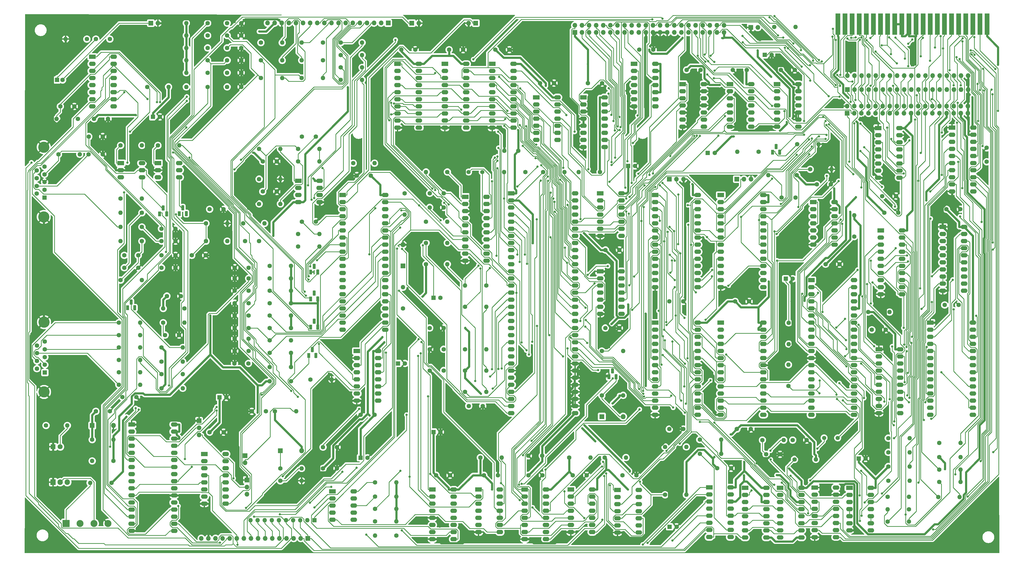
<source format=gbr>
%TF.GenerationSoftware,KiCad,Pcbnew,(6.0.6)*%
%TF.CreationDate,2022-12-25T11:50:28-06:00*%
%TF.ProjectId,Console,436f6e73-6f6c-4652-9e6b-696361645f70,V0.95*%
%TF.SameCoordinates,Original*%
%TF.FileFunction,Copper,L2,Bot*%
%TF.FilePolarity,Positive*%
%FSLAX46Y46*%
G04 Gerber Fmt 4.6, Leading zero omitted, Abs format (unit mm)*
G04 Created by KiCad (PCBNEW (6.0.6)) date 2022-12-25 11:50:28*
%MOMM*%
%LPD*%
G01*
G04 APERTURE LIST*
G04 Aperture macros list*
%AMRoundRect*
0 Rectangle with rounded corners*
0 $1 Rounding radius*
0 $2 $3 $4 $5 $6 $7 $8 $9 X,Y pos of 4 corners*
0 Add a 4 corners polygon primitive as box body*
4,1,4,$2,$3,$4,$5,$6,$7,$8,$9,$2,$3,0*
0 Add four circle primitives for the rounded corners*
1,1,$1+$1,$2,$3*
1,1,$1+$1,$4,$5*
1,1,$1+$1,$6,$7*
1,1,$1+$1,$8,$9*
0 Add four rect primitives between the rounded corners*
20,1,$1+$1,$2,$3,$4,$5,0*
20,1,$1+$1,$4,$5,$6,$7,0*
20,1,$1+$1,$6,$7,$8,$9,0*
20,1,$1+$1,$8,$9,$2,$3,0*%
G04 Aperture macros list end*
%TA.AperFunction,ComponentPad*%
%ADD10C,1.600000*%
%TD*%
%TA.AperFunction,ComponentPad*%
%ADD11O,1.600000X1.600000*%
%TD*%
%TA.AperFunction,ComponentPad*%
%ADD12R,2.400000X1.600000*%
%TD*%
%TA.AperFunction,ComponentPad*%
%ADD13O,2.400000X1.600000*%
%TD*%
%TA.AperFunction,ComponentPad*%
%ADD14R,1.600000X1.600000*%
%TD*%
%TA.AperFunction,ComponentPad*%
%ADD15R,1.800000X1.800000*%
%TD*%
%TA.AperFunction,ComponentPad*%
%ADD16O,1.800000X1.800000*%
%TD*%
%TA.AperFunction,ComponentPad*%
%ADD17C,4.000000*%
%TD*%
%TA.AperFunction,ComponentPad*%
%ADD18C,1.500000*%
%TD*%
%TA.AperFunction,ComponentPad*%
%ADD19R,1.700000X1.700000*%
%TD*%
%TA.AperFunction,ComponentPad*%
%ADD20O,1.700000X1.700000*%
%TD*%
%TA.AperFunction,ComponentPad*%
%ADD21R,1.100000X1.800000*%
%TD*%
%TA.AperFunction,ComponentPad*%
%ADD22RoundRect,0.275000X-0.275000X-0.625000X0.275000X-0.625000X0.275000X0.625000X-0.275000X0.625000X0*%
%TD*%
%TA.AperFunction,ComponentPad*%
%ADD23R,1.905000X2.000000*%
%TD*%
%TA.AperFunction,ComponentPad*%
%ADD24O,1.905000X2.000000*%
%TD*%
%TA.AperFunction,ConnectorPad*%
%ADD25R,1.780000X7.620000*%
%TD*%
%TA.AperFunction,ComponentPad*%
%ADD26R,2.500000X2.500000*%
%TD*%
%TA.AperFunction,ComponentPad*%
%ADD27C,2.500000*%
%TD*%
%TA.AperFunction,ComponentPad*%
%ADD28C,1.800000*%
%TD*%
%TA.AperFunction,ViaPad*%
%ADD29C,0.800000*%
%TD*%
%TA.AperFunction,Conductor*%
%ADD30C,0.750000*%
%TD*%
%TA.AperFunction,Conductor*%
%ADD31C,0.250000*%
%TD*%
G04 APERTURE END LIST*
D10*
%TO.P,R15,1*%
%TO.N,Net-(R15-Pad1)*%
X150680000Y-207075000D03*
D11*
%TO.P,R15,2*%
%TO.N,+5V*%
X158300000Y-207075000D03*
%TD*%
D10*
%TO.P,R14,1*%
%TO.N,Net-(R14-Pad1)*%
X150680000Y-202630000D03*
D11*
%TO.P,R14,2*%
%TO.N,+5V*%
X158300000Y-202630000D03*
%TD*%
D12*
%TO.P,U17,1,Mr*%
%TO.N,Net-(U10-Pad2)*%
X225200000Y-59600000D03*
D13*
%TO.P,U17,2,Dsr*%
%TO.N,A15*%
X225200000Y-62140000D03*
%TO.P,U17,3,P0*%
%TO.N,GND*%
X225200000Y-64680000D03*
%TO.P,U17,4,P1*%
X225200000Y-67220000D03*
%TO.P,U17,5,P2*%
X225200000Y-69760000D03*
%TO.P,U17,6,P3*%
%TO.N,unconnected-(U17-Pad6)*%
X225200000Y-72300000D03*
%TO.P,U17,7,Dsl*%
%TO.N,unconnected-(U17-Pad7)*%
X225200000Y-74840000D03*
%TO.P,U17,8,GND*%
%TO.N,GND*%
X225200000Y-77380000D03*
%TO.P,U17,9,S0*%
%TO.N,Net-(U10-Pad13)*%
X232820000Y-77380000D03*
%TO.P,U17,10,S1*%
%TO.N,Net-(U15-Pad1)*%
X232820000Y-74840000D03*
%TO.P,U17,11,Cp*%
%TO.N,~{\u00D81}*%
X232820000Y-72300000D03*
%TO.P,U17,12,Q3*%
%TO.N,unconnected-(U17-Pad12)*%
X232820000Y-69760000D03*
%TO.P,U17,13,Q2*%
%TO.N,Net-(U10-Pad5)*%
X232820000Y-67220000D03*
%TO.P,U17,14,Q1*%
%TO.N,Net-(U16-Pad4)*%
X232820000Y-64680000D03*
%TO.P,U17,15,Q0*%
%TO.N,Net-(U17-Pad15)*%
X232820000Y-62140000D03*
%TO.P,U17,16,VCC*%
%TO.N,+5V*%
X232820000Y-59600000D03*
%TD*%
D10*
%TO.P,C86,1*%
%TO.N,Net-(C86-Pad1)*%
X97790000Y-46355000D03*
%TO.P,C86,2*%
%TO.N,GND*%
X102790000Y-46355000D03*
%TD*%
%TO.P,R91,1*%
%TO.N,IO_A14*%
X352390000Y-197400000D03*
D11*
%TO.P,R91,2*%
%TO.N,+5V*%
X360010000Y-197400000D03*
%TD*%
D12*
%TO.P,U11,1,OEa*%
%TO.N,Net-(U10-Pad8)*%
X192566300Y-47620000D03*
D13*
%TO.P,U11,2,I0a*%
%TO.N,CD15*%
X192566300Y-50160000D03*
%TO.P,U11,3,O3b*%
%TO.N,D6*%
X192566300Y-52700000D03*
%TO.P,U11,4,I1a*%
%TO.N,CD13*%
X192566300Y-55240000D03*
%TO.P,U11,5,O2b*%
%TO.N,D4*%
X192566300Y-57780000D03*
%TO.P,U11,6,I2a*%
%TO.N,CD11*%
X192566300Y-60320000D03*
%TO.P,U11,7,O1b*%
%TO.N,D2*%
X192566300Y-62860000D03*
%TO.P,U11,8,I3a*%
%TO.N,CD9*%
X192566300Y-65400000D03*
%TO.P,U11,9,O0b*%
%TO.N,D0*%
X192566300Y-67940000D03*
%TO.P,U11,10,GND*%
%TO.N,GND*%
X192566300Y-70480000D03*
%TO.P,U11,11,I0b*%
%TO.N,CD8*%
X200186300Y-70480000D03*
%TO.P,U11,12,O3a*%
%TO.N,D1*%
X200186300Y-67940000D03*
%TO.P,U11,13,I1b*%
%TO.N,CD10*%
X200186300Y-65400000D03*
%TO.P,U11,14,O2a*%
%TO.N,D3*%
X200186300Y-62860000D03*
%TO.P,U11,15,I2b*%
%TO.N,CD12*%
X200186300Y-60320000D03*
%TO.P,U11,16,O1a*%
%TO.N,D5*%
X200186300Y-57780000D03*
%TO.P,U11,17,I3b*%
%TO.N,CD14*%
X200186300Y-55240000D03*
%TO.P,U11,18,O0a*%
%TO.N,D7*%
X200186300Y-52700000D03*
%TO.P,U11,19,OEb*%
%TO.N,Net-(U10-Pad8)*%
X200186300Y-50160000D03*
%TO.P,U11,20,VCC*%
%TO.N,+5V*%
X200186300Y-47620000D03*
%TD*%
D10*
%TO.P,R9,1*%
%TO.N,+5V*%
X231140000Y-86360000D03*
D11*
%TO.P,R9,2*%
%TO.N,Net-(R9-Pad2)*%
X223520000Y-86360000D03*
%TD*%
D10*
%TO.P,C43,1*%
%TO.N,+5V*%
X308650000Y-90805000D03*
%TO.P,C43,2*%
%TO.N,GND*%
X313650000Y-90805000D03*
%TD*%
%TO.P,R20,1*%
%TO.N,VSS*%
X49530000Y-182245000D03*
D11*
%TO.P,R20,2*%
%TO.N,-5V*%
X57150000Y-182245000D03*
%TD*%
D14*
%TO.P,C5,1*%
%TO.N,Net-(C3-Pad1)*%
X171558600Y-131445000D03*
D10*
%TO.P,C5,2*%
%TO.N,~{CMRESET}*%
X174058600Y-131445000D03*
%TD*%
D12*
%TO.P,U40,1,OEa*%
%TO.N,GND*%
X357000000Y-70475000D03*
D13*
%TO.P,U40,2,I0a*%
%TO.N,A2*%
X357000000Y-73015000D03*
%TO.P,U40,3,O3b*%
%TO.N,~{IO_MBE}*%
X357000000Y-75555000D03*
%TO.P,U40,4,I1a*%
%TO.N,A1*%
X357000000Y-78095000D03*
%TO.P,U40,5,O2b*%
%TO.N,Net-(R87-Pad2)*%
X357000000Y-80635000D03*
%TO.P,U40,6,I2a*%
%TO.N,A0*%
X357000000Y-83175000D03*
%TO.P,U40,7,O1b*%
%TO.N,Net-(R86-Pad2)*%
X357000000Y-85715000D03*
%TO.P,U40,8,I3a*%
%TO.N,~{\u00D83}*%
X357000000Y-88255000D03*
%TO.P,U40,9,O0b*%
%TO.N,Net-(R85-Pad2)*%
X357000000Y-90795000D03*
%TO.P,U40,10,GND*%
%TO.N,GND*%
X357000000Y-93335000D03*
%TO.P,U40,11,I0b*%
%TO.N,~{mWE}*%
X364620000Y-93335000D03*
%TO.P,U40,12,O3a*%
%TO.N,Net-(R84-Pad2)*%
X364620000Y-90795000D03*
%TO.P,U40,13,I1b*%
%TO.N,A15-CRUOUT*%
X364620000Y-88255000D03*
%TO.P,U40,14,O2a*%
%TO.N,IO_A0*%
X364620000Y-85715000D03*
%TO.P,U40,15,I2b*%
%TO.N,~{CRUCLK}*%
X364620000Y-83175000D03*
%TO.P,U40,16,O1a*%
%TO.N,IO_A1*%
X364620000Y-80635000D03*
%TO.P,U40,17,I3b*%
%TO.N,~{MBE}*%
X364620000Y-78095000D03*
%TO.P,U40,18,O0a*%
%TO.N,IO_A2*%
X364620000Y-75555000D03*
%TO.P,U40,19,OEb*%
%TO.N,GND*%
X364620000Y-73015000D03*
%TO.P,U40,20,VCC*%
%TO.N,+5V*%
X364620000Y-70475000D03*
%TD*%
D10*
%TO.P,C33,1*%
%TO.N,+5V*%
X50205000Y-67310000D03*
%TO.P,C33,2*%
%TO.N,GND*%
X55205000Y-67310000D03*
%TD*%
%TO.P,R18,1*%
%TO.N,+5V*%
X220085000Y-188650000D03*
D11*
%TO.P,R18,2*%
%TO.N,GBE*%
X227705000Y-188650000D03*
%TD*%
D10*
%TO.P,L18,1*%
%TO.N,Net-(C79-Pad2)*%
X67310000Y-111125000D03*
D11*
%TO.P,L18,2*%
%TO.N,Net-(J9-Pad8)*%
X59690000Y-111125000D03*
%TD*%
D10*
%TO.P,C64,1*%
%TO.N,Net-(C63-Pad2)*%
X91520000Y-99695000D03*
%TO.P,C64,2*%
%TO.N,GND*%
X96520000Y-99695000D03*
%TD*%
D12*
%TO.P,U8,1,A0*%
%TO.N,IO_A5*%
X204200000Y-200130000D03*
D13*
%TO.P,U8,2,A1*%
%TO.N,IO_A4*%
X204200000Y-202670000D03*
%TO.P,U8,3,A2*%
%TO.N,IO_A3*%
X204200000Y-205210000D03*
%TO.P,U8,4,E1*%
%TO.N,Net-(U5-Pad11)*%
X204200000Y-207750000D03*
%TO.P,U8,5,E2*%
%TO.N,A15*%
X204200000Y-210290000D03*
%TO.P,U8,6,E3*%
%TO.N,Net-(R17-Pad2)*%
X204200000Y-212830000D03*
%TO.P,U8,7,O7*%
%TO.N,Net-(U6-Pad13)*%
X204200000Y-215370000D03*
%TO.P,U8,8,GND*%
%TO.N,GND*%
X204200000Y-217910000D03*
%TO.P,U8,9,O6*%
%TO.N,Net-(U6-Pad12)*%
X211820000Y-217910000D03*
%TO.P,U8,10,O5*%
%TO.N,Net-(U6-Pad10)*%
X211820000Y-215370000D03*
%TO.P,U8,11,O4*%
%TO.N,Net-(U6-Pad9)*%
X211820000Y-212830000D03*
%TO.P,U8,12,O3*%
%TO.N,~{CSW}*%
X211820000Y-210290000D03*
%TO.P,U8,13,O2*%
%TO.N,~{CSR}*%
X211820000Y-207750000D03*
%TO.P,U8,14,O1*%
%TO.N,~{SOUND_SEL}*%
X211820000Y-205210000D03*
%TO.P,U8,15,O0*%
%TO.N,unconnected-(U8-Pad15)*%
X211820000Y-202670000D03*
%TO.P,U8,16,VCC*%
%TO.N,+5V*%
X211820000Y-200130000D03*
%TD*%
D10*
%TO.P,C29,1*%
%TO.N,+5V*%
X160060000Y-42545000D03*
%TO.P,C29,2*%
%TO.N,GND*%
X165060000Y-42545000D03*
%TD*%
D15*
%TO.P,CR1,1,K*%
%TO.N,VSS*%
X49530000Y-177165000D03*
D16*
%TO.P,CR1,2,A*%
%TO.N,GND*%
X57150000Y-177165000D03*
%TD*%
D12*
%TO.P,U35,1,OE*%
%TO.N,VRW*%
X331480000Y-107320000D03*
D13*
%TO.P,U35,2,D0*%
%TO.N,VAD0*%
X331480000Y-109860000D03*
%TO.P,U35,3,D1*%
%TO.N,VAD1*%
X331480000Y-112400000D03*
%TO.P,U35,4,D2*%
%TO.N,VAD2*%
X331480000Y-114940000D03*
%TO.P,U35,5,D3*%
%TO.N,VAD3*%
X331480000Y-117480000D03*
%TO.P,U35,6,D4*%
%TO.N,VAD4*%
X331480000Y-120020000D03*
%TO.P,U35,7,D5*%
%TO.N,VAD5*%
X331480000Y-122560000D03*
%TO.P,U35,8,D6*%
%TO.N,VAD6*%
X331480000Y-125100000D03*
%TO.P,U35,9,D7*%
%TO.N,VAD7*%
X331480000Y-127640000D03*
%TO.P,U35,10,GND*%
%TO.N,GND*%
X331480000Y-130180000D03*
%TO.P,U35,11,Cp*%
%TO.N,VRD*%
X339100000Y-130180000D03*
%TO.P,U35,12,Q7*%
%TO.N,VD7*%
X339100000Y-127640000D03*
%TO.P,U35,13,Q6*%
%TO.N,VD6*%
X339100000Y-125100000D03*
%TO.P,U35,14,Q5*%
%TO.N,VD5*%
X339100000Y-122560000D03*
%TO.P,U35,15,Q4*%
%TO.N,VD4*%
X339100000Y-120020000D03*
%TO.P,U35,16,Q3*%
%TO.N,VD3*%
X339100000Y-117480000D03*
%TO.P,U35,17,Q2*%
%TO.N,VD2*%
X339100000Y-114940000D03*
%TO.P,U35,18,Q1*%
%TO.N,VD1*%
X339100000Y-112400000D03*
%TO.P,U35,19,Q0*%
%TO.N,VD0*%
X339100000Y-109860000D03*
%TO.P,U35,20,VCC*%
%TO.N,+5V*%
X339100000Y-107320000D03*
%TD*%
D17*
%TO.P,J9,0,PAD*%
%TO.N,GND*%
X32200000Y-77460000D03*
X32200000Y-102460000D03*
D14*
%TO.P,J9,1,1*%
%TO.N,Net-(J9-Pad1)*%
X32500000Y-95500000D03*
D10*
%TO.P,J9,2,2*%
%TO.N,Net-(C94-Pad1)*%
X32500000Y-92730000D03*
%TO.P,J9,3,3*%
%TO.N,GND*%
X32500000Y-89960000D03*
%TO.P,J9,4,4*%
%TO.N,Net-(C95-Pad1)*%
X32500000Y-87190000D03*
%TO.P,J9,5,5*%
%TO.N,Net-(C96-Pad1)*%
X32500000Y-84420000D03*
%TO.P,J9,6,6*%
%TO.N,Net-(J9-Pad6)*%
X29660000Y-94115000D03*
%TO.P,J9,7,7*%
%TO.N,Net-(C93-Pad1)*%
X29660000Y-91345000D03*
%TO.P,J9,8,8*%
%TO.N,Net-(J9-Pad8)*%
X29660000Y-88575000D03*
%TO.P,J9,9,9*%
%TO.N,Net-(J9-Pad9)*%
X29660000Y-85805000D03*
%TD*%
%TO.P,C4,1*%
%TO.N,Net-(C4-Pad1)*%
X170220000Y-99060000D03*
%TO.P,C4,2*%
%TO.N,GND*%
X175220000Y-99060000D03*
%TD*%
%TO.P,C6,1*%
%TO.N,+5V*%
X170220000Y-142240000D03*
%TO.P,C6,2*%
%TO.N,GND*%
X175220000Y-142240000D03*
%TD*%
%TO.P,C25,1*%
%TO.N,-5V*%
X245150000Y-42545000D03*
%TO.P,C25,2*%
%TO.N,GND*%
X250150000Y-42545000D03*
%TD*%
%TO.P,R79,1*%
%TO.N,Net-(J11-Pad11)*%
X138430000Y-48895000D03*
D11*
%TO.P,R79,2*%
%TO.N,Net-(C73-Pad1)*%
X146050000Y-48895000D03*
%TD*%
D18*
%TO.P,Y2,1,1*%
%TO.N,Net-(L8-Pad2)*%
X311240000Y-181610000D03*
%TO.P,Y2,2,2*%
%TO.N,Net-(C56-Pad1)*%
X316120000Y-181610000D03*
%TD*%
D19*
%TO.P,J7,1,Pin_1*%
%TO.N,SNDOUT*%
X70485000Y-33020000D03*
D20*
%TO.P,J7,2,Pin_2*%
%TO.N,GND*%
X73025000Y-33020000D03*
%TD*%
D10*
%TO.P,R6,1*%
%TO.N,/CPU/\u00D82*%
X190500000Y-127000000D03*
D11*
%TO.P,R6,2*%
%TO.N,Net-(R6-Pad2)*%
X182880000Y-127000000D03*
%TD*%
D10*
%TO.P,R62,1*%
%TO.N,Net-(R62-Pad1)*%
X123190000Y-108585000D03*
D11*
%TO.P,R62,2*%
%TO.N,Net-(C83-Pad1)*%
X130810000Y-108585000D03*
%TD*%
D12*
%TO.P,U18,1*%
%TO.N,+5V*%
X294455000Y-54875000D03*
D13*
%TO.P,U18,2*%
%TO.N,Net-(U17-Pad15)*%
X294455000Y-57415000D03*
%TO.P,U18,3*%
%TO.N,Net-(U18-Pad3)*%
X294455000Y-59955000D03*
%TO.P,U18,4*%
X294455000Y-62495000D03*
%TO.P,U18,5*%
%TO.N,Net-(U10-Pad5)*%
X294455000Y-65035000D03*
%TO.P,U18,6*%
%TO.N,Net-(U10-Pad1)*%
X294455000Y-67575000D03*
%TO.P,U18,7,GND*%
%TO.N,GND*%
X294455000Y-70115000D03*
%TO.P,U18,8*%
%TO.N,unconnected-(U18-Pad8)*%
X302075000Y-70115000D03*
%TO.P,U18,9*%
%TO.N,GND*%
X302075000Y-67575000D03*
%TO.P,U18,10*%
X302075000Y-65035000D03*
%TO.P,U18,11*%
%TO.N,A15-CRUOUT*%
X302075000Y-62495000D03*
%TO.P,U18,12*%
%TO.N,Net-(U14-Pad8)*%
X302075000Y-59955000D03*
%TO.P,U18,13*%
%TO.N,+5V*%
X302075000Y-57415000D03*
%TO.P,U18,14,VCC*%
X302075000Y-54875000D03*
%TD*%
D10*
%TO.P,R61,1*%
%TO.N,Net-(C79-Pad2)*%
X123190000Y-113030000D03*
D11*
%TO.P,R61,2*%
%TO.N,Net-(C83-Pad1)*%
X130810000Y-113030000D03*
%TD*%
D10*
%TO.P,C40,1*%
%TO.N,+5V*%
X172500000Y-195000000D03*
%TO.P,C40,2*%
%TO.N,GND*%
X177500000Y-195000000D03*
%TD*%
D12*
%TO.P,U23,1,D7_(LSB)*%
%TO.N,D7*%
X295500000Y-199520000D03*
D13*
%TO.P,U23,2,D6*%
%TO.N,D6*%
X295500000Y-202060000D03*
%TO.P,U23,3,D5*%
%TO.N,D5*%
X295500000Y-204600000D03*
%TO.P,U23,4,D4*%
%TO.N,D4*%
X295500000Y-207140000D03*
%TO.P,U23,5,D3*%
%TO.N,D3*%
X295500000Y-209680000D03*
%TO.P,U23,6,D2*%
%TO.N,D2*%
X295500000Y-212220000D03*
%TO.P,U23,7,D1*%
%TO.N,D1*%
X295500000Y-214760000D03*
%TO.P,U23,8,D0_(MSB)*%
%TO.N,D0*%
X295500000Y-217300000D03*
%TO.P,U23,9,Vcc*%
%TO.N,+5V*%
X303120000Y-217300000D03*
%TO.P,U23,10,~{GS}*%
%TO.N,~{GS}*%
X303120000Y-214760000D03*
%TO.P,U23,11,MO*%
%TO.N,IO_A14*%
X303120000Y-212220000D03*
%TO.P,U23,12,M*%
%TO.N,DBIN*%
X303120000Y-209680000D03*
%TO.P,U23,13,GRCLK*%
%TO.N,GRMCLK*%
X303120000Y-207140000D03*
%TO.P,U23,14,Vdd*%
%TO.N,-5V*%
X303120000Y-204600000D03*
%TO.P,U23,15,GREADY*%
%TO.N,GREADY*%
X303120000Y-202060000D03*
%TO.P,U23,16,Vss*%
%TO.N,VSS*%
X303120000Y-199520000D03*
%TD*%
D10*
%TO.P,R26,1*%
%TO.N,+5V*%
X232785000Y-188650000D03*
D11*
%TO.P,R26,2*%
%TO.N,READY_~{HOLD}*%
X240405000Y-188650000D03*
%TD*%
D10*
%TO.P,R57,1*%
%TO.N,Net-(Q3-Pad2)*%
X160655000Y-135255000D03*
D11*
%TO.P,R57,2*%
%TO.N,Net-(R57-Pad2)*%
X160655000Y-127635000D03*
%TD*%
D10*
%TO.P,R53,1*%
%TO.N,Net-(C81-Pad1)*%
X90805000Y-41910000D03*
D11*
%TO.P,R53,2*%
%TO.N,+5V*%
X83185000Y-41910000D03*
%TD*%
D12*
%TO.P,U14,1*%
%TO.N,Net-(U14-Pad1)*%
X277546900Y-54875000D03*
D13*
%TO.P,U14,2*%
%TO.N,Net-(U14-Pad2)*%
X277546900Y-57415000D03*
%TO.P,U14,3*%
%TO.N,~{mWE}*%
X277546900Y-59955000D03*
%TO.P,U14,4*%
%TO.N,Net-(U10-Pad5)*%
X277546900Y-62495000D03*
%TO.P,U14,5*%
%TO.N,~{CSR}*%
X277546900Y-65035000D03*
%TO.P,U14,6*%
%TO.N,/8Bit16BitSwitch/~{MSBEN}*%
X277546900Y-67575000D03*
%TO.P,U14,7,GND*%
%TO.N,GND*%
X277546900Y-70115000D03*
%TO.P,U14,8*%
%TO.N,Net-(U14-Pad8)*%
X285166900Y-70115000D03*
%TO.P,U14,9*%
%TO.N,Net-(U14-Pad9)*%
X285166900Y-67575000D03*
%TO.P,U14,10*%
%TO.N,A15*%
X285166900Y-65035000D03*
%TO.P,U14,11*%
%TO.N,Net-(U14-Pad11)*%
X285166900Y-62495000D03*
%TO.P,U14,12*%
%TO.N,~{RAM}*%
X285166900Y-59955000D03*
%TO.P,U14,13*%
%TO.N,~{ROM}*%
X285166900Y-57415000D03*
%TO.P,U14,14,VCC*%
%TO.N,+5V*%
X285166900Y-54875000D03*
%TD*%
D10*
%TO.P,C51,1*%
%TO.N,+5V*%
X273000000Y-192500000D03*
%TO.P,C51,2*%
%TO.N,GND*%
X278000000Y-192500000D03*
%TD*%
D14*
%TO.P,C52,1*%
%TO.N,Net-(C52-Pad1)*%
X36944900Y-53400000D03*
D10*
%TO.P,C52,2*%
%TO.N,SNDOUT*%
X38944900Y-53400000D03*
%TD*%
%TO.P,R96,1*%
%TO.N,+5V*%
X352390000Y-188510000D03*
D11*
%TO.P,R96,2*%
%TO.N,~{IO_EXT_INT}*%
X360010000Y-188510000D03*
%TD*%
D10*
%TO.P,C32,1*%
%TO.N,+5V*%
X255905000Y-178435000D03*
%TO.P,C32,2*%
%TO.N,GND*%
X260905000Y-178435000D03*
%TD*%
%TO.P,C54,1*%
%TO.N,GND*%
X43140000Y-62865000D03*
%TO.P,C54,2*%
%TO.N,Net-(C54-Pad2)*%
X38140000Y-62865000D03*
%TD*%
%TO.P,R75,1*%
%TO.N,Net-(J11-Pad3)*%
X138430000Y-40005000D03*
D11*
%TO.P,R75,2*%
%TO.N,Net-(C72-Pad1)*%
X146050000Y-40005000D03*
%TD*%
D10*
%TO.P,R17,1*%
%TO.N,+5V*%
X188335000Y-188650000D03*
D11*
%TO.P,R17,2*%
%TO.N,Net-(R17-Pad2)*%
X195955000Y-188650000D03*
%TD*%
D10*
%TO.P,R84,1*%
%TO.N,IO_\u00D83*%
X333980000Y-202755000D03*
D11*
%TO.P,R84,2*%
%TO.N,Net-(R84-Pad2)*%
X341600000Y-202755000D03*
%TD*%
D14*
%TO.P,C20,1*%
%TO.N,+5V*%
X256008600Y-213465000D03*
D10*
%TO.P,C20,2*%
%TO.N,GND*%
X258508600Y-213465000D03*
%TD*%
D15*
%TO.P,CR4,1,K*%
%TO.N,Net-(CR4-Pad1)*%
X160655000Y-120015000D03*
D16*
%TO.P,CR4,2,A*%
%TO.N,GND*%
X160655000Y-112395000D03*
%TD*%
D19*
%TO.P,J11,1,Pin_1*%
%TO.N,Net-(J10-Pad9)*%
X155375000Y-33000000D03*
D20*
%TO.P,J11,2,Pin_2*%
%TO.N,Net-(J10-Pad8)*%
X152835000Y-33000000D03*
%TO.P,J11,3,Pin_3*%
%TO.N,Net-(J11-Pad3)*%
X150295000Y-33000000D03*
%TO.P,J11,4,Pin_4*%
%TO.N,Net-(J10-Pad5)*%
X147755000Y-33000000D03*
%TO.P,J11,5,Pin_5*%
%TO.N,Net-(J10-Pad4)*%
X145215000Y-33000000D03*
%TO.P,J11,6,Pin_6*%
%TO.N,Net-(J11-Pad6)*%
X142675000Y-33000000D03*
%TO.P,J11,7,Pin_7*%
%TO.N,Net-(J10-Pad3)*%
X140135000Y-33000000D03*
%TO.P,J11,8,Pin_8*%
%TO.N,Net-(J11-Pad8)*%
X137595000Y-33000000D03*
%TO.P,J11,9,Pin_9*%
%TO.N,Net-(J11-Pad9)*%
X135055000Y-33000000D03*
%TO.P,J11,10,Pin_10*%
%TO.N,Net-(J11-Pad10)*%
X132515000Y-33000000D03*
%TO.P,J11,11,Pin_11*%
%TO.N,Net-(J11-Pad11)*%
X129975000Y-33000000D03*
%TO.P,J11,12,Pin_12*%
%TO.N,Net-(J11-Pad12)*%
X127435000Y-33000000D03*
%TO.P,J11,13,Pin_13*%
%TO.N,Net-(J11-Pad13)*%
X124895000Y-33000000D03*
%TO.P,J11,14,Pin_14*%
%TO.N,Net-(J11-Pad14)*%
X122355000Y-33000000D03*
%TO.P,J11,15,Pin_15*%
%TO.N,Net-(J11-Pad15)*%
X119815000Y-33000000D03*
%TO.P,J11,16,Pin_16*%
%TO.N,GND*%
X117275000Y-33000000D03*
%TO.P,J11,17,Pin_17*%
%TO.N,+5V*%
X114735000Y-33000000D03*
%TO.P,J11,18,Pin_18*%
%TO.N,~{RESET}*%
X112195000Y-33000000D03*
%TD*%
D12*
%TO.P,SW1,1*%
%TO.N,~{RAM0}*%
X135445000Y-200730000D03*
D13*
%TO.P,SW1,2*%
%TO.N,~{RAM1}*%
X135445000Y-203270000D03*
%TO.P,SW1,3*%
%TO.N,~{RAM2}*%
X135445000Y-205810000D03*
%TO.P,SW1,4*%
%TO.N,~{RAM3}*%
X135445000Y-208350000D03*
%TO.P,SW1,5*%
%TO.N,~{RAM4}*%
X135445000Y-210890000D03*
%TO.P,SW1,6*%
%TO.N,Net-(R16-Pad1)*%
X143065000Y-210890000D03*
%TO.P,SW1,7*%
%TO.N,Net-(R15-Pad1)*%
X143065000Y-208350000D03*
%TO.P,SW1,8*%
%TO.N,Net-(R14-Pad1)*%
X143065000Y-205810000D03*
%TO.P,SW1,9*%
%TO.N,Net-(R13-Pad1)*%
X143065000Y-203270000D03*
%TO.P,SW1,10*%
%TO.N,Net-(R12-Pad1)*%
X143065000Y-200730000D03*
%TD*%
D10*
%TO.P,R55,1*%
%TO.N,Net-(C82-Pad1)*%
X90805000Y-50800000D03*
D11*
%TO.P,R55,2*%
%TO.N,+5V*%
X83185000Y-50800000D03*
%TD*%
D10*
%TO.P,C11,1*%
%TO.N,+5V*%
X184190000Y-170180000D03*
%TO.P,C11,2*%
%TO.N,GND*%
X189190000Y-170180000D03*
%TD*%
D12*
%TO.P,U7,1*%
%TO.N,Net-(U7-Pad1)*%
X237370000Y-200265000D03*
D13*
%TO.P,U7,2*%
%TO.N,Net-(U7-Pad11)*%
X237370000Y-202805000D03*
%TO.P,U7,3*%
%TO.N,~{RAM}*%
X237370000Y-205345000D03*
%TO.P,U7,4*%
%TO.N,Net-(R12-Pad1)*%
X237370000Y-207885000D03*
%TO.P,U7,5*%
%TO.N,Net-(R13-Pad1)*%
X237370000Y-210425000D03*
%TO.P,U7,6*%
%TO.N,Net-(U7-Pad1)*%
X237370000Y-212965000D03*
%TO.P,U7,7,GND*%
%TO.N,GND*%
X237370000Y-215505000D03*
%TO.P,U7,8*%
%TO.N,Net-(U7-Pad12)*%
X244990000Y-215505000D03*
%TO.P,U7,9*%
%TO.N,Net-(R14-Pad1)*%
X244990000Y-212965000D03*
%TO.P,U7,10*%
%TO.N,Net-(R15-Pad1)*%
X244990000Y-210425000D03*
%TO.P,U7,11*%
%TO.N,Net-(U7-Pad11)*%
X244990000Y-207885000D03*
%TO.P,U7,12*%
%TO.N,Net-(U7-Pad12)*%
X244990000Y-205345000D03*
%TO.P,U7,13*%
%TO.N,Net-(R16-Pad1)*%
X244990000Y-202805000D03*
%TO.P,U7,14,VCC*%
%TO.N,+5V*%
X244990000Y-200265000D03*
%TD*%
D10*
%TO.P,R83,1*%
%TO.N,Net-(J10-Pad2)*%
X59055000Y-144780000D03*
D11*
%TO.P,R83,2*%
%TO.N,Net-(C90-Pad1)*%
X66675000Y-144780000D03*
%TD*%
D10*
%TO.P,R46,1*%
%TO.N,Net-(C77-Pad1)*%
X113030000Y-146685000D03*
D11*
%TO.P,R46,2*%
%TO.N,+5V*%
X120650000Y-146685000D03*
%TD*%
D10*
%TO.P,C72,1*%
%TO.N,Net-(C72-Pad1)*%
X105410000Y-154940000D03*
%TO.P,C72,2*%
%TO.N,GND*%
X100410000Y-154940000D03*
%TD*%
%TO.P,C34,1*%
%TO.N,+5V*%
X369400000Y-82700000D03*
%TO.P,C34,2*%
%TO.N,GND*%
X369400000Y-77700000D03*
%TD*%
%TO.P,C63,1*%
%TO.N,Net-(C63-Pad1)*%
X104180000Y-111125000D03*
%TO.P,C63,2*%
%TO.N,Net-(C63-Pad2)*%
X109180000Y-111125000D03*
%TD*%
%TO.P,C2,1*%
%TO.N,Net-(C2-Pad1)*%
X170220000Y-93980000D03*
%TO.P,C2,2*%
%TO.N,Net-(C2-Pad2)*%
X175220000Y-93980000D03*
%TD*%
%TO.P,R97,1*%
%TO.N,~{IO_EXT_INT}*%
X334200000Y-196940000D03*
D11*
%TO.P,R97,2*%
%TO.N,EXTINT*%
X341820000Y-196940000D03*
%TD*%
D10*
%TO.P,L5,1,1*%
%TO.N,-5V*%
X57150000Y-189865000D03*
D11*
%TO.P,L5,2,2*%
%TO.N,Net-(L5-Pad2)*%
X49530000Y-189865000D03*
%TD*%
D10*
%TO.P,R13,1*%
%TO.N,Net-(R13-Pad1)*%
X254375000Y-201985000D03*
D11*
%TO.P,R13,2*%
%TO.N,+5V*%
X261995000Y-201985000D03*
%TD*%
D10*
%TO.P,L13,1*%
%TO.N,Net-(C81-Pad1)*%
X109855000Y-52705000D03*
D11*
%TO.P,L13,2*%
%TO.N,Net-(J11-Pad12)*%
X117475000Y-52705000D03*
%TD*%
D10*
%TO.P,R35,1*%
%TO.N,Net-(C96-Pad1)*%
X90210000Y-111125000D03*
D11*
%TO.P,R35,2*%
%TO.N,Net-(C63-Pad1)*%
X97830000Y-111125000D03*
%TD*%
D10*
%TO.P,C19,1*%
%TO.N,VSS*%
X50840000Y-172085000D03*
%TO.P,C19,2*%
%TO.N,GND*%
X55840000Y-172085000D03*
%TD*%
D19*
%TO.P,SW2,1*%
%TO.N,~{ROMG}*%
X104225000Y-188000000D03*
D20*
%TO.P,SW2,2*%
%TO.N,~{IROMG}*%
X104225000Y-190540000D03*
%TD*%
D10*
%TO.P,C1,1*%
%TO.N,Net-(C1-Pad1)*%
X175220000Y-149860000D03*
%TO.P,C1,2*%
%TO.N,GND*%
X170220000Y-149860000D03*
%TD*%
%TO.P,C82,1*%
%TO.N,Net-(C82-Pad1)*%
X97790000Y-50800000D03*
%TO.P,C82,2*%
%TO.N,GND*%
X102790000Y-50800000D03*
%TD*%
%TO.P,R77,1*%
%TO.N,Net-(J11-Pad10)*%
X138430000Y-44450000D03*
D11*
%TO.P,R77,2*%
%TO.N,Net-(C77-Pad1)*%
X146050000Y-44450000D03*
%TD*%
D12*
%TO.P,U6,1*%
%TO.N,Net-(U20-Pad2)*%
X220720000Y-200130000D03*
D13*
%TO.P,U6,2*%
%TO.N,GBE*%
X220720000Y-202670000D03*
%TO.P,U6,3*%
%TO.N,READY_~{HOLD}*%
X220720000Y-205210000D03*
%TO.P,U6,4*%
%TO.N,DBIN*%
X220720000Y-207750000D03*
%TO.P,U6,5*%
%TO.N,IO_A5*%
X220720000Y-210290000D03*
%TO.P,U6,6*%
%TO.N,Net-(R17-Pad2)*%
X220720000Y-212830000D03*
%TO.P,U6,7,GND*%
%TO.N,GND*%
X220720000Y-215370000D03*
%TO.P,U6,8*%
%TO.N,SBE*%
X228340000Y-215370000D03*
%TO.P,U6,9*%
%TO.N,Net-(U6-Pad9)*%
X228340000Y-212830000D03*
%TO.P,U6,10*%
%TO.N,Net-(U6-Pad10)*%
X228340000Y-210290000D03*
%TO.P,U6,11*%
%TO.N,GBE*%
X228340000Y-207750000D03*
%TO.P,U6,12*%
%TO.N,Net-(U6-Pad12)*%
X228340000Y-205210000D03*
%TO.P,U6,13*%
%TO.N,Net-(U6-Pad13)*%
X228340000Y-202670000D03*
%TO.P,U6,14,VCC*%
%TO.N,+5V*%
X228340000Y-200130000D03*
%TD*%
D10*
%TO.P,L15,1*%
%TO.N,Net-(C86-Pad1)*%
X109855000Y-40005000D03*
D11*
%TO.P,L15,2*%
%TO.N,Net-(J11-Pad13)*%
X117475000Y-40005000D03*
%TD*%
D12*
%TO.P,U21,1*%
%TO.N,Net-(R37-Pad1)*%
X123200000Y-89500000D03*
D13*
%TO.P,U21,2,-*%
%TO.N,GND*%
X123200000Y-92040000D03*
%TO.P,U21,3,+*%
%TO.N,Net-(C68-Pad1)*%
X123200000Y-94580000D03*
%TO.P,U21,4,V-*%
%TO.N,-5V*%
X123200000Y-97120000D03*
%TO.P,U21,5,+*%
%TO.N,GND*%
X130820000Y-97120000D03*
%TO.P,U21,6,-*%
%TO.N,Net-(C67-Pad2)*%
X130820000Y-94580000D03*
%TO.P,U21,7*%
%TO.N,Net-(C67-Pad1)*%
X130820000Y-92040000D03*
%TO.P,U21,8,V+*%
%TO.N,+5V*%
X130820000Y-89500000D03*
%TD*%
D10*
%TO.P,C44,1*%
%TO.N,+5V*%
X311785000Y-119380000D03*
%TO.P,C44,2*%
%TO.N,GND*%
X316785000Y-119380000D03*
%TD*%
%TO.P,C87,1*%
%TO.N,Net-(C87-Pad1)*%
X97790000Y-55880000D03*
%TO.P,C87,2*%
%TO.N,GND*%
X102790000Y-55880000D03*
%TD*%
D12*
%TO.P,U16,1,~{R}*%
%TO.N,+5V*%
X243290600Y-47620000D03*
D13*
%TO.P,U16,2,D*%
%TO.N,Net-(U10-Pad5)*%
X243290600Y-50160000D03*
%TO.P,U16,3,C*%
%TO.N,~{\u00D84}*%
X243290600Y-52700000D03*
%TO.P,U16,4,~{S}*%
%TO.N,Net-(U16-Pad4)*%
X243290600Y-55240000D03*
%TO.P,U16,5,Q*%
%TO.N,Net-(U14-Pad1)*%
X243290600Y-57780000D03*
%TO.P,U16,6,~{Q}*%
%TO.N,unconnected-(U16-Pad6)*%
X243290600Y-60320000D03*
%TO.P,U16,7,GND*%
%TO.N,GND*%
X243290600Y-62860000D03*
%TO.P,U16,8,~{Q}*%
%TO.N,unconnected-(U16-Pad8)*%
X250910600Y-62860000D03*
%TO.P,U16,9,Q*%
%TO.N,Net-(U10-Pad13)*%
X250910600Y-60320000D03*
%TO.P,U16,10,~{S}*%
%TO.N,+5V*%
X250910600Y-57780000D03*
%TO.P,U16,11,C*%
%TO.N,~{\u00D82}*%
X250910600Y-55240000D03*
%TO.P,U16,12,D*%
%TO.N,READY_~{HOLD}*%
X250910600Y-52700000D03*
%TO.P,U16,13,~{R}*%
%TO.N,+5V*%
X250910600Y-50160000D03*
%TO.P,U16,14,VCC*%
X250910600Y-47620000D03*
%TD*%
D10*
%TO.P,C7,1*%
%TO.N,Net-(C4-Pad1)*%
X132070000Y-184935000D03*
%TO.P,C7,2*%
%TO.N,GND*%
X137070000Y-184935000D03*
%TD*%
%TO.P,R44,1*%
%TO.N,Net-(C76-Pad1)*%
X113030000Y-137795000D03*
D11*
%TO.P,R44,2*%
%TO.N,+5V*%
X120650000Y-137795000D03*
%TD*%
D12*
%TO.P,U29,1,VPP*%
%TO.N,unconnected-(U29-Pad1)*%
X274315000Y-94600000D03*
D13*
%TO.P,U29,2,A12*%
%TO.N,Net-(J6-Pad2)*%
X274315000Y-97140000D03*
%TO.P,U29,3,A7*%
%TO.N,A7*%
X274315000Y-99680000D03*
%TO.P,U29,4,A6*%
%TO.N,A8*%
X274315000Y-102220000D03*
%TO.P,U29,5,A5*%
%TO.N,A9*%
X274315000Y-104760000D03*
%TO.P,U29,6,A4*%
%TO.N,A10*%
X274315000Y-107300000D03*
%TO.P,U29,7,A3*%
%TO.N,A11*%
X274315000Y-109840000D03*
%TO.P,U29,8,A2*%
%TO.N,A12*%
X274315000Y-112380000D03*
%TO.P,U29,9,A1*%
%TO.N,A13*%
X274315000Y-114920000D03*
%TO.P,U29,10,A0*%
%TO.N,A14*%
X274315000Y-117460000D03*
%TO.P,U29,11,D0*%
%TO.N,CD15*%
X274315000Y-120000000D03*
%TO.P,U29,12,D1*%
%TO.N,CD14*%
X274315000Y-122540000D03*
%TO.P,U29,13,D2*%
%TO.N,CD13*%
X274315000Y-125080000D03*
%TO.P,U29,14,GND*%
%TO.N,GND*%
X274315000Y-127620000D03*
%TO.P,U29,15,D3*%
%TO.N,CD12*%
X289555000Y-127620000D03*
%TO.P,U29,16,D4*%
%TO.N,CD11*%
X289555000Y-125080000D03*
%TO.P,U29,17,D5*%
%TO.N,CD10*%
X289555000Y-122540000D03*
%TO.P,U29,18,D6*%
%TO.N,CD9*%
X289555000Y-120000000D03*
%TO.P,U29,19,D7*%
%TO.N,CD8*%
X289555000Y-117460000D03*
%TO.P,U29,20,~{CE}*%
%TO.N,~{ROM}*%
X289555000Y-114920000D03*
%TO.P,U29,21,A10*%
%TO.N,A4*%
X289555000Y-112380000D03*
%TO.P,U29,22,~{OE}*%
%TO.N,GND*%
X289555000Y-109840000D03*
%TO.P,U29,23,A11*%
%TO.N,A3*%
X289555000Y-107300000D03*
%TO.P,U29,24,A9*%
%TO.N,A5*%
X289555000Y-104760000D03*
%TO.P,U29,25,A8*%
%TO.N,A6*%
X289555000Y-102220000D03*
%TO.P,U29,26,NC*%
%TO.N,unconnected-(U29-Pad26)*%
X289555000Y-99680000D03*
%TO.P,U29,27,~{PGM}*%
%TO.N,+5V*%
X289555000Y-97140000D03*
%TO.P,U29,28,VCC*%
X289555000Y-94600000D03*
%TD*%
D10*
%TO.P,R93,1*%
%TO.N,~{GS}*%
X266790000Y-187300000D03*
D11*
%TO.P,R93,2*%
%TO.N,+5V*%
X274410000Y-187300000D03*
%TD*%
D10*
%TO.P,C47,1*%
%TO.N,+5V*%
X233085000Y-114300000D03*
%TO.P,C47,2*%
%TO.N,GND*%
X238085000Y-114300000D03*
%TD*%
%TO.P,R42,1*%
%TO.N,Net-(C75-Pad1)*%
X113030000Y-128905000D03*
D11*
%TO.P,R42,2*%
%TO.N,+5V*%
X120650000Y-128905000D03*
%TD*%
D14*
%TO.P,C18,1*%
%TO.N,+5V*%
X241138600Y-84200000D03*
D10*
%TO.P,C18,2*%
%TO.N,GND*%
X243638600Y-84200000D03*
%TD*%
%TO.P,R49,1*%
%TO.N,Net-(C67-Pad2)*%
X123190000Y-82550000D03*
D11*
%TO.P,R49,2*%
%TO.N,Net-(C67-Pad1)*%
X130810000Y-82550000D03*
%TD*%
D10*
%TO.P,C42,1*%
%TO.N,+5V*%
X280075000Y-178435000D03*
%TO.P,C42,2*%
%TO.N,GND*%
X285075000Y-178435000D03*
%TD*%
%TO.P,R16,1*%
%TO.N,Net-(R16-Pad1)*%
X150680000Y-211520000D03*
D11*
%TO.P,R16,2*%
%TO.N,+5V*%
X158300000Y-211520000D03*
%TD*%
D12*
%TO.P,U24,1,D7_(LSB)*%
%TO.N,D7*%
X283000000Y-199520000D03*
D13*
%TO.P,U24,2,D6*%
%TO.N,D6*%
X283000000Y-202060000D03*
%TO.P,U24,3,D5*%
%TO.N,D5*%
X283000000Y-204600000D03*
%TO.P,U24,4,D4*%
%TO.N,D4*%
X283000000Y-207140000D03*
%TO.P,U24,5,D3*%
%TO.N,D3*%
X283000000Y-209680000D03*
%TO.P,U24,6,D2*%
%TO.N,D2*%
X283000000Y-212220000D03*
%TO.P,U24,7,D1*%
%TO.N,D1*%
X283000000Y-214760000D03*
%TO.P,U24,8,D0_(MSB)*%
%TO.N,D0*%
X283000000Y-217300000D03*
%TO.P,U24,9,Vcc*%
%TO.N,+5V*%
X290620000Y-217300000D03*
%TO.P,U24,10,~{GS}*%
%TO.N,~{GS}*%
X290620000Y-214760000D03*
%TO.P,U24,11,MO*%
%TO.N,IO_A14*%
X290620000Y-212220000D03*
%TO.P,U24,12,M*%
%TO.N,DBIN*%
X290620000Y-209680000D03*
%TO.P,U24,13,GRCLK*%
%TO.N,GRMCLK*%
X290620000Y-207140000D03*
%TO.P,U24,14,Vdd*%
%TO.N,-5V*%
X290620000Y-204600000D03*
%TO.P,U24,15,GREADY*%
%TO.N,GREADY*%
X290620000Y-202060000D03*
%TO.P,U24,16,Vss*%
%TO.N,VSS*%
X290620000Y-199520000D03*
%TD*%
D10*
%TO.P,R48,1*%
%TO.N,Net-(C78-Pad1)*%
X113030000Y-156210000D03*
D11*
%TO.P,R48,2*%
%TO.N,+5V*%
X120650000Y-156210000D03*
%TD*%
D10*
%TO.P,R40,1*%
%TO.N,Net-(C74-Pad1)*%
X113030000Y-120015000D03*
D11*
%TO.P,R40,2*%
%TO.N,+5V*%
X120650000Y-120015000D03*
%TD*%
D10*
%TO.P,R85,1*%
%TO.N,~{IO_WE}*%
X341600000Y-207200000D03*
D11*
%TO.P,R85,2*%
%TO.N,Net-(R85-Pad2)*%
X333980000Y-207200000D03*
%TD*%
D10*
%TO.P,C13,1*%
%TO.N,+5V*%
X295755000Y-49800000D03*
%TO.P,C13,2*%
%TO.N,GND*%
X300755000Y-49800000D03*
%TD*%
D12*
%TO.P,U1,1,TANK_1*%
%TO.N,Net-(C2-Pad1)*%
X182890000Y-95255000D03*
D13*
%TO.P,U1,2,TANK_2*%
%TO.N,Net-(C2-Pad2)*%
X182890000Y-97795000D03*
%TO.P,U1,3,GND*%
%TO.N,GND*%
X182890000Y-100335000D03*
%TO.P,U1,4,FFQ*%
%TO.N,~{RESET}*%
X182890000Y-102875000D03*
%TO.P,U1,5,FFD*%
%TO.N,Net-(C3-Pad1)*%
X182890000Y-105415000D03*
%TO.P,U1,6,~{\u00D84}*%
%TO.N,~{\u00D84}*%
X182890000Y-107955000D03*
%TO.P,U1,7,~{\u00D83}*%
%TO.N,~{\u00D83}*%
X182890000Y-110495000D03*
%TO.P,U1,8,\u00D83*%
%TO.N,Net-(R7-Pad2)*%
X182890000Y-113035000D03*
%TO.P,U1,9,\u00D84*%
%TO.N,Net-(R8-Pad2)*%
X182890000Y-115575000D03*
%TO.P,U1,10,GND*%
%TO.N,GND*%
X182890000Y-118115000D03*
%TO.P,U1,11,\u00D82*%
%TO.N,Net-(R6-Pad2)*%
X190510000Y-118115000D03*
%TO.P,U1,12,\u00D81*%
%TO.N,Net-(R5-Pad2)*%
X190510000Y-115575000D03*
%TO.P,U1,13,VDD*%
%TO.N,Net-(C4-Pad1)*%
X190510000Y-113035000D03*
%TO.P,U1,14,~{\u00D81}*%
%TO.N,~{\u00D81}*%
X190510000Y-110495000D03*
%TO.P,U1,15,~{\u00D82}*%
%TO.N,~{\u00D82}*%
X190510000Y-107955000D03*
%TO.P,U1,16,OSCOUT*%
%TO.N,unconnected-(U1-Pad16)*%
X190510000Y-105415000D03*
%TO.P,U1,17,OSCIN*%
%TO.N,Net-(R2-Pad1)*%
X190510000Y-102875000D03*
%TO.P,U1,18,XTAL1*%
%TO.N,Net-(U1-Pad18)*%
X190510000Y-100335000D03*
%TO.P,U1,19,XTAL2*%
%TO.N,Net-(U1-Pad19)*%
X190510000Y-97795000D03*
%TO.P,U1,20,VCC*%
%TO.N,Net-(C1-Pad1)*%
X190510000Y-95255000D03*
%TD*%
D10*
%TO.P,R2,1*%
%TO.N,Net-(R2-Pad1)*%
X204470000Y-86360000D03*
D11*
%TO.P,R2,2*%
%TO.N,Net-(C1-Pad1)*%
X196850000Y-86360000D03*
%TD*%
D10*
%TO.P,L11,1,1*%
%TO.N,+5V*%
X327025000Y-136525000D03*
D11*
%TO.P,L11,2,2*%
%TO.N,Net-(C57-Pad1)*%
X334645000Y-136525000D03*
%TD*%
D10*
%TO.P,R71,1*%
%TO.N,Net-(J10-Pad3)*%
X74295000Y-154305000D03*
D11*
%TO.P,R71,2*%
%TO.N,Net-(C76-Pad1)*%
X81915000Y-154305000D03*
%TD*%
D10*
%TO.P,R4,1*%
%TO.N,~{CMRESET}*%
X182880000Y-134620000D03*
D11*
%TO.P,R4,2*%
%TO.N,Net-(C3-Pad1)*%
X190500000Y-134620000D03*
%TD*%
D10*
%TO.P,R67,1*%
%TO.N,Net-(J10-Pad9)*%
X59055000Y-158115000D03*
D11*
%TO.P,R67,2*%
%TO.N,Net-(C75-Pad1)*%
X66675000Y-158115000D03*
%TD*%
D10*
%TO.P,R60,1*%
%TO.N,Net-(C88-Pad1)*%
X109220000Y-88900000D03*
D11*
%TO.P,R60,2*%
%TO.N,GND*%
X116840000Y-88900000D03*
%TD*%
D10*
%TO.P,C61,1*%
%TO.N,Net-(C58-Pad1)*%
X296000000Y-95500000D03*
%TO.P,C61,2*%
%TO.N,GND*%
X301000000Y-95500000D03*
%TD*%
%TO.P,R70,1*%
%TO.N,Net-(R62-Pad1)*%
X69215000Y-55880000D03*
D11*
%TO.P,R70,2*%
%TO.N,+5V*%
X76835000Y-55880000D03*
%TD*%
D12*
%TO.P,U9,1*%
%TO.N,A4*%
X187680000Y-200130000D03*
D13*
%TO.P,U9,2*%
%TO.N,A3*%
X187680000Y-202670000D03*
%TO.P,U9,3*%
%TO.N,Net-(U9-Pad13)*%
X187680000Y-205210000D03*
%TO.P,U9,4*%
%TO.N,~{CSW}*%
X187680000Y-207750000D03*
%TO.P,U9,5*%
%TO.N,~{mWE}*%
X187680000Y-210290000D03*
%TO.P,U9,6*%
%TO.N,Net-(U31-Pad14)*%
X187680000Y-212830000D03*
%TO.P,U9,7,GND*%
%TO.N,GND*%
X187680000Y-215370000D03*
%TO.P,U9,8*%
%TO.N,~{RAM4}*%
X195300000Y-215370000D03*
%TO.P,U9,9*%
%TO.N,Net-(U5-Pad11)*%
X195300000Y-212830000D03*
%TO.P,U9,10*%
%TO.N,RAMBLK*%
X195300000Y-210290000D03*
%TO.P,U9,11*%
X195300000Y-207750000D03*
%TO.P,U9,12*%
%TO.N,A5*%
X195300000Y-205210000D03*
%TO.P,U9,13*%
%TO.N,Net-(U9-Pad13)*%
X195300000Y-202670000D03*
%TO.P,U9,14,VCC*%
%TO.N,+5V*%
X195300000Y-200130000D03*
%TD*%
D10*
%TO.P,C79,1*%
%TO.N,Net-(C79-Pad1)*%
X61000000Y-116205000D03*
%TO.P,C79,2*%
%TO.N,Net-(C79-Pad2)*%
X66000000Y-116205000D03*
%TD*%
D21*
%TO.P,Q9,1,E*%
%TO.N,Net-(C94-Pad1)*%
X73660000Y-101365000D03*
D22*
%TO.P,Q9,2,B*%
%TO.N,Net-(Q9-Pad2)*%
X74930000Y-99295000D03*
%TO.P,Q9,3,C*%
%TO.N,Net-(C92-Pad1)*%
X76200000Y-101365000D03*
%TD*%
D23*
%TO.P,U19,1,GND*%
%TO.N,GND*%
X35560000Y-197485000D03*
D24*
%TO.P,U19,2,VI*%
%TO.N,Net-(J3-Pad3)*%
X38100000Y-197485000D03*
%TO.P,U19,3,VO*%
%TO.N,Net-(L5-Pad2)*%
X40640000Y-197485000D03*
%TD*%
D10*
%TO.P,R59,1*%
%TO.N,Net-(C79-Pad2)*%
X59690000Y-125095000D03*
D11*
%TO.P,R59,2*%
%TO.N,Net-(C88-Pad1)*%
X67310000Y-125095000D03*
%TD*%
D10*
%TO.P,R45,1*%
%TO.N,Net-(C72-Pad1)*%
X113030000Y-142240000D03*
D11*
%TO.P,R45,2*%
%TO.N,+5V*%
X120650000Y-142240000D03*
%TD*%
D10*
%TO.P,C85,1*%
%TO.N,Net-(C85-Pad1)*%
X97790000Y-37465000D03*
%TO.P,C85,2*%
%TO.N,GND*%
X102790000Y-37465000D03*
%TD*%
%TO.P,L2,1*%
%TO.N,Net-(C1-Pad1)*%
X182880000Y-149860000D03*
D11*
%TO.P,L2,2*%
%TO.N,+5V*%
X190500000Y-149860000D03*
%TD*%
D10*
%TO.P,R56,1*%
%TO.N,Net-(C87-Pad1)*%
X90805000Y-55880000D03*
D11*
%TO.P,R56,2*%
%TO.N,+5V*%
X83185000Y-55880000D03*
%TD*%
D12*
%TO.P,U32,1,OE*%
%TO.N,GND*%
X330845000Y-149865000D03*
D13*
%TO.P,U32,2,D0*%
%TO.N,VAD1*%
X330845000Y-152405000D03*
%TO.P,U32,3,D1*%
%TO.N,VAD2*%
X330845000Y-154945000D03*
%TO.P,U32,4,D2*%
%TO.N,VAD3*%
X330845000Y-157485000D03*
%TO.P,U32,5,D3*%
%TO.N,VAD4*%
X330845000Y-160025000D03*
%TO.P,U32,6,D4*%
%TO.N,VAD5*%
X330845000Y-162565000D03*
%TO.P,U32,7,D5*%
%TO.N,VAD6*%
X330845000Y-165105000D03*
%TO.P,U32,8,D6*%
%TO.N,VAD7*%
X330845000Y-167645000D03*
%TO.P,U32,9,D7*%
X330845000Y-170185000D03*
%TO.P,U32,10,GND*%
%TO.N,GND*%
X330845000Y-172725000D03*
%TO.P,U32,11,Cp*%
%TO.N,VROW*%
X338465000Y-172725000D03*
%TO.P,U32,12,Q7*%
%TO.N,unconnected-(U32-Pad12)*%
X338465000Y-170185000D03*
%TO.P,U32,13,Q6*%
%TO.N,Net-(U32-Pad13)*%
X338465000Y-167645000D03*
%TO.P,U32,14,Q5*%
%TO.N,Net-(U32-Pad14)*%
X338465000Y-165105000D03*
%TO.P,U32,15,Q4*%
%TO.N,Net-(U32-Pad15)*%
X338465000Y-162565000D03*
%TO.P,U32,16,Q3*%
%TO.N,Net-(U32-Pad16)*%
X338465000Y-160025000D03*
%TO.P,U32,17,Q2*%
%TO.N,Net-(U32-Pad17)*%
X338465000Y-157485000D03*
%TO.P,U32,18,Q1*%
%TO.N,Net-(U32-Pad18)*%
X338465000Y-154945000D03*
%TO.P,U32,19,Q0*%
%TO.N,Net-(U32-Pad19)*%
X338465000Y-152405000D03*
%TO.P,U32,20,VCC*%
%TO.N,+5V*%
X338465000Y-149865000D03*
%TD*%
D10*
%TO.P,C65,1*%
%TO.N,+5V*%
X150495000Y-173355000D03*
%TO.P,C65,2*%
%TO.N,GND*%
X145495000Y-173355000D03*
%TD*%
D19*
%TO.P,J12,1,Pin_1*%
%TO.N,+5V*%
X222125000Y-36375000D03*
D20*
%TO.P,J12,2,Pin_2*%
%TO.N,SBE*%
X222125000Y-33835000D03*
%TO.P,J12,3,Pin_3*%
%TO.N,~{IO_RESET}*%
X224665000Y-36375000D03*
%TO.P,J12,4,Pin_4*%
%TO.N,~{IO_EXT_INT}*%
X224665000Y-33835000D03*
%TO.P,J12,5,Pin_5*%
%TO.N,IO_A5*%
X227205000Y-36375000D03*
%TO.P,J12,6,Pin_6*%
%TO.N,IO_A10*%
X227205000Y-33835000D03*
%TO.P,J12,7,Pin_7*%
%TO.N,IO_A4*%
X229745000Y-36375000D03*
%TO.P,J12,8,Pin_8*%
%TO.N,IO_A11*%
X229745000Y-33835000D03*
%TO.P,J12,9,Pin_9*%
%TO.N,IO_DBIN*%
X232285000Y-36375000D03*
%TO.P,J12,10,Pin_10*%
%TO.N,IO_A3*%
X232285000Y-33835000D03*
%TO.P,J12,11,Pin_11*%
%TO.N,IO_A12*%
X234825000Y-36375000D03*
%TO.P,J12,12,Pin_12*%
%TO.N,READY_~{HOLD}*%
X234825000Y-33835000D03*
%TO.P,J12,13,Pin_13*%
%TO.N,~{IO_LOAD}*%
X237365000Y-36375000D03*
%TO.P,J12,14,Pin_14*%
%TO.N,IO_A8*%
X237365000Y-33835000D03*
%TO.P,J12,15,Pin_15*%
%TO.N,IO_A13*%
X239905000Y-36375000D03*
%TO.P,J12,16,Pin_16*%
%TO.N,IO_A14*%
X239905000Y-33835000D03*
%TO.P,J12,17,Pin_17*%
%TO.N,IO_A7*%
X242445000Y-36375000D03*
%TO.P,J12,18,Pin_18*%
%TO.N,IO_A9*%
X242445000Y-33835000D03*
%TO.P,J12,19,Pin_19*%
%TO.N,IO_A15-CRUOUT*%
X244985000Y-36375000D03*
%TO.P,J12,20,Pin_20*%
%TO.N,IO_A2*%
X244985000Y-33835000D03*
%TO.P,J12,21,Pin_21*%
%TO.N,GND*%
X247525000Y-36375000D03*
%TO.P,J12,22,Pin_22*%
%TO.N,~{IO_CRUCLK}*%
X247525000Y-33835000D03*
%TO.P,J12,23,Pin_23*%
%TO.N,GND*%
X250065000Y-36375000D03*
%TO.P,J12,24,Pin_24*%
%TO.N,IO_\u00D83*%
X250065000Y-33835000D03*
%TO.P,J12,25,Pin_25*%
%TO.N,GND*%
X252605000Y-36375000D03*
%TO.P,J12,26,Pin_26*%
%TO.N,~{IO_WE}*%
X252605000Y-33835000D03*
%TO.P,J12,27,Pin_27*%
%TO.N,GND*%
X255145000Y-36375000D03*
%TO.P,J12,28,Pin_28*%
%TO.N,~{IO_MBE}*%
X255145000Y-33835000D03*
%TO.P,J12,29,Pin_29*%
%TO.N,IO_A6*%
X257685000Y-36375000D03*
%TO.P,J12,30,Pin_30*%
%TO.N,IO_A1*%
X257685000Y-33835000D03*
%TO.P,J12,31,Pin_31*%
%TO.N,IO_A0*%
X260225000Y-36375000D03*
%TO.P,J12,32,Pin_32*%
%TO.N,~{MEMEN}*%
X260225000Y-33835000D03*
%TO.P,J12,33,Pin_33*%
%TO.N,IO_CRUIN*%
X262765000Y-36375000D03*
%TO.P,J12,34,Pin_34*%
%TO.N,D7*%
X262765000Y-33835000D03*
%TO.P,J12,35,Pin_35*%
%TO.N,D4*%
X265305000Y-36375000D03*
%TO.P,J12,36,Pin_36*%
%TO.N,D6*%
X265305000Y-33835000D03*
%TO.P,J12,37,Pin_37*%
%TO.N,D0*%
X267845000Y-36375000D03*
%TO.P,J12,38,Pin_38*%
%TO.N,D5*%
X267845000Y-33835000D03*
%TO.P,J12,39,Pin_39*%
%TO.N,D2*%
X270385000Y-36375000D03*
%TO.P,J12,40,Pin_40*%
%TO.N,D1*%
X270385000Y-33835000D03*
%TO.P,J12,41,Pin_41*%
%TO.N,HOLD{slash}IAQ*%
X272925000Y-36375000D03*
%TO.P,J12,42,Pin_42*%
%TO.N,D3*%
X272925000Y-33835000D03*
%TO.P,J12,43,Pin_43*%
%TO.N,-5V*%
X275465000Y-36375000D03*
%TO.P,J12,44,Pin_44*%
%TO.N,IO_SNDIN*%
X275465000Y-33835000D03*
%TD*%
D10*
%TO.P,C71,1*%
%TO.N,Net-(C71-Pad1)*%
X105490000Y-133350000D03*
%TO.P,C71,2*%
%TO.N,GND*%
X100490000Y-133350000D03*
%TD*%
%TO.P,L12,1*%
%TO.N,Net-(C80-Pad1)*%
X132080000Y-40005000D03*
D11*
%TO.P,L12,2*%
%TO.N,Net-(J11-Pad9)*%
X124460000Y-40005000D03*
%TD*%
D10*
%TO.P,R58,1*%
%TO.N,Net-(C79-Pad1)*%
X109220000Y-97790000D03*
D11*
%TO.P,R58,2*%
%TO.N,Net-(C67-Pad2)*%
X116840000Y-97790000D03*
%TD*%
D14*
%TO.P,C58,1*%
%TO.N,Net-(C58-Pad1)*%
X290000000Y-44400000D03*
D10*
%TO.P,C58,2*%
%TO.N,GND*%
X292500000Y-44400000D03*
%TD*%
D12*
%TO.P,U44,1,VPP*%
%TO.N,GND*%
X63600000Y-176800000D03*
D13*
%TO.P,U44,2,A16*%
%TO.N,Net-(U43-Pad15)*%
X63600000Y-179340000D03*
%TO.P,U44,3,A15*%
%TO.N,IR_A1_O*%
X63600000Y-181880000D03*
%TO.P,U44,4,A12*%
%TO.N,A3*%
X63600000Y-184420000D03*
%TO.P,U44,5,A7*%
%TO.N,A8*%
X63600000Y-186960000D03*
%TO.P,U44,6,A6*%
%TO.N,A9*%
X63600000Y-189500000D03*
%TO.P,U44,7,A5*%
%TO.N,A10*%
X63600000Y-192040000D03*
%TO.P,U44,8,A4*%
%TO.N,A11*%
X63600000Y-194580000D03*
%TO.P,U44,9,A3*%
%TO.N,A12*%
X63600000Y-197120000D03*
%TO.P,U44,10,A2*%
%TO.N,A13*%
X63600000Y-199660000D03*
%TO.P,U44,11,A1*%
%TO.N,IO_A14*%
X63600000Y-202200000D03*
%TO.P,U44,12,A0*%
%TO.N,A15-CRUOUT*%
X63600000Y-204740000D03*
%TO.P,U44,13,D0*%
%TO.N,D7*%
X63600000Y-207280000D03*
%TO.P,U44,14,D1*%
%TO.N,D6*%
X63600000Y-209820000D03*
%TO.P,U44,15,D2*%
%TO.N,D5*%
X63600000Y-212360000D03*
%TO.P,U44,16,GND*%
%TO.N,GND*%
X63600000Y-214900000D03*
%TO.P,U44,17,D3*%
%TO.N,D4*%
X78840000Y-214900000D03*
%TO.P,U44,18,D4*%
%TO.N,D3*%
X78840000Y-212360000D03*
%TO.P,U44,19,D5*%
%TO.N,D2*%
X78840000Y-209820000D03*
%TO.P,U44,20,D6*%
%TO.N,D1*%
X78840000Y-207280000D03*
%TO.P,U44,21,D7*%
%TO.N,D0*%
X78840000Y-204740000D03*
%TO.P,U44,22,~{CE}*%
%TO.N,GND*%
X78840000Y-202200000D03*
%TO.P,U44,23,A10*%
%TO.N,A5*%
X78840000Y-199660000D03*
%TO.P,U44,24,~{OE}*%
%TO.N,~{IROMG}*%
X78840000Y-197120000D03*
%TO.P,U44,25,A11*%
%TO.N,A4*%
X78840000Y-194580000D03*
%TO.P,U44,26,A9*%
%TO.N,A6*%
X78840000Y-192040000D03*
%TO.P,U44,27,A8*%
%TO.N,A7*%
X78840000Y-189500000D03*
%TO.P,U44,28,A13*%
%TO.N,Net-(U43-Pad2)*%
X78840000Y-186960000D03*
%TO.P,U44,29,A14*%
%TO.N,IR_A2_O*%
X78840000Y-184420000D03*
%TO.P,U44,30,NC*%
%TO.N,+5V*%
X78840000Y-181880000D03*
%TO.P,U44,31,~{PGM}*%
X78840000Y-179340000D03*
%TO.P,U44,32,VCC*%
X78840000Y-176800000D03*
%TD*%
D12*
%TO.P,U2,1,VBB*%
%TO.N,-5V*%
X199390000Y-93980000D03*
D13*
%TO.P,U2,2,VCC*%
%TO.N,+5V*%
X199390000Y-96520000D03*
%TO.P,U2,3,WAIT*%
%TO.N,unconnected-(U2-Pad3)*%
X199390000Y-99060000D03*
%TO.P,U2,4,~{LOAD}*%
%TO.N,~{LOAD}*%
X199390000Y-101600000D03*
%TO.P,U2,5,HOLDA*%
%TO.N,HOLDA*%
X199390000Y-104140000D03*
%TO.P,U2,6,~{RESET}*%
%TO.N,~{RESET}*%
X199390000Y-106680000D03*
%TO.P,U2,7,IAQ*%
%TO.N,IAQ*%
X199390000Y-109220000D03*
%TO.P,U2,8,\u00D81*%
%TO.N,/CPU/\u00D81*%
X199390000Y-111760000D03*
%TO.P,U2,9,\u00D82*%
%TO.N,/CPU/\u00D82*%
X199390000Y-114300000D03*
%TO.P,U2,10,A14_(LSB)*%
%TO.N,A14*%
X199390000Y-116840000D03*
%TO.P,U2,11,A13*%
%TO.N,A13*%
X199390000Y-119380000D03*
%TO.P,U2,12,A12*%
%TO.N,A12*%
X199390000Y-121920000D03*
%TO.P,U2,13,A11*%
%TO.N,A11*%
X199390000Y-124460000D03*
%TO.P,U2,14,A10*%
%TO.N,A10*%
X199390000Y-127000000D03*
%TO.P,U2,15,A9*%
%TO.N,A9*%
X199390000Y-129540000D03*
%TO.P,U2,16,A8*%
%TO.N,A8*%
X199390000Y-132080000D03*
%TO.P,U2,17,A7*%
%TO.N,A7*%
X199390000Y-134620000D03*
%TO.P,U2,18,A6*%
%TO.N,A6*%
X199390000Y-137160000D03*
%TO.P,U2,19,A5*%
%TO.N,A5*%
X199390000Y-139700000D03*
%TO.P,U2,20,A4*%
%TO.N,A4*%
X199390000Y-142240000D03*
%TO.P,U2,21,A3*%
%TO.N,A3*%
X199390000Y-144780000D03*
%TO.P,U2,22,A2*%
%TO.N,A2*%
X199390000Y-147320000D03*
%TO.P,U2,23,A1*%
%TO.N,A1*%
X199390000Y-149860000D03*
%TO.P,U2,24,A0_(MSB)*%
%TO.N,A0*%
X199390000Y-152400000D03*
%TO.P,U2,25,\u00D84*%
%TO.N,/CPU/\u00D84*%
X199390000Y-154940000D03*
%TO.P,U2,26,GND*%
%TO.N,GND*%
X199390000Y-157480000D03*
%TO.P,U2,27,VDD*%
%TO.N,Net-(C4-Pad1)*%
X199390000Y-160020000D03*
%TO.P,U2,28,\u00D83*%
%TO.N,/CPU/\u00D83*%
X199390000Y-162560000D03*
%TO.P,U2,29,DBIN*%
%TO.N,Net-(U2-Pad29)*%
X199390000Y-165100000D03*
%TO.P,U2,30,CRUOUT*%
%TO.N,CRUOUT*%
X199390000Y-167640000D03*
%TO.P,U2,31,CRUIN*%
%TO.N,CRUIN*%
X199390000Y-170180000D03*
%TO.P,U2,32,~{INTREQ}*%
%TO.N,~{INTREQ}*%
X199390000Y-172720000D03*
%TO.P,U2,33,IC3_(LSB)*%
%TO.N,+5V*%
X222250000Y-172720000D03*
%TO.P,U2,34,IC2*%
%TO.N,GND*%
X222250000Y-170180000D03*
%TO.P,U2,35,IC1*%
X222250000Y-167640000D03*
%TO.P,U2,36,IC0_(MSB)*%
X222250000Y-165100000D03*
%TO.P,U2,37,37*%
X222250000Y-162560000D03*
%TO.P,U2,38,38*%
X222250000Y-160020000D03*
%TO.P,U2,39,39*%
X222250000Y-157480000D03*
%TO.P,U2,40,GND*%
X222250000Y-154940000D03*
%TO.P,U2,41,(MSB)_D0*%
%TO.N,CD0*%
X222250000Y-152400000D03*
%TO.P,U2,42,D1*%
%TO.N,CD1*%
X222250000Y-149860000D03*
%TO.P,U2,43,D2*%
%TO.N,CD2*%
X222250000Y-147320000D03*
%TO.P,U2,44,D3*%
%TO.N,CD3*%
X222250000Y-144780000D03*
%TO.P,U2,45,D4*%
%TO.N,CD4*%
X222250000Y-142240000D03*
%TO.P,U2,46,D5*%
%TO.N,CD5*%
X222250000Y-139700000D03*
%TO.P,U2,47,D6*%
%TO.N,CD6*%
X222250000Y-137160000D03*
%TO.P,U2,48,D7*%
%TO.N,CD7*%
X222250000Y-134620000D03*
%TO.P,U2,49,D8*%
%TO.N,CD8*%
X222250000Y-132080000D03*
%TO.P,U2,50,D9*%
%TO.N,CD9*%
X222250000Y-129540000D03*
%TO.P,U2,51,D10*%
%TO.N,CD10*%
X222250000Y-127000000D03*
%TO.P,U2,52,D11*%
%TO.N,CD11*%
X222250000Y-124460000D03*
%TO.P,U2,53,D12*%
%TO.N,CD12*%
X222250000Y-121920000D03*
%TO.P,U2,54,D13*%
%TO.N,CD13*%
X222250000Y-119380000D03*
%TO.P,U2,55,D14*%
%TO.N,CD14*%
X222250000Y-116840000D03*
%TO.P,U2,56,(LSB)_D15*%
%TO.N,CD15*%
X222250000Y-114300000D03*
%TO.P,U2,57*%
%TO.N,N/C*%
X222250000Y-111760000D03*
%TO.P,U2,58*%
X222250000Y-109220000D03*
%TO.P,U2,59,VCC*%
%TO.N,+5V*%
X222250000Y-106680000D03*
%TO.P,U2,60,CRUCLK*%
%TO.N,CRUCLK*%
X222250000Y-104140000D03*
%TO.P,U2,61,~{WE}*%
%TO.N,~{WE}*%
X222250000Y-101600000D03*
%TO.P,U2,62,READY*%
%TO.N,READY*%
X222250000Y-99060000D03*
%TO.P,U2,63,~{MEMEN}*%
%TO.N,Net-(R10-Pad2)*%
X222250000Y-96520000D03*
%TO.P,U2,64,~{HOLD}*%
%TO.N,Net-(R9-Pad2)*%
X222250000Y-93980000D03*
%TD*%
D12*
%TO.P,U10,1*%
%TO.N,Net-(U10-Pad1)*%
X208291900Y-59600000D03*
D13*
%TO.P,U10,2*%
%TO.N,Net-(U10-Pad2)*%
X208291900Y-62140000D03*
%TO.P,U10,3*%
%TO.N,Net-(U10-Pad12)*%
X208291900Y-64680000D03*
%TO.P,U10,4*%
%TO.N,DBIN*%
X208291900Y-67220000D03*
%TO.P,U10,5*%
%TO.N,Net-(U10-Pad5)*%
X208291900Y-69760000D03*
%TO.P,U10,6*%
%TO.N,/8Bit16BitSwitch/~{LSBEN}*%
X208291900Y-72300000D03*
%TO.P,U10,7,GND*%
%TO.N,GND*%
X208291900Y-74840000D03*
%TO.P,U10,8*%
%TO.N,Net-(U10-Pad8)*%
X215911900Y-74840000D03*
%TO.P,U10,9*%
%TO.N,~{DBIN}*%
X215911900Y-72300000D03*
%TO.P,U10,10*%
%TO.N,A15*%
X215911900Y-69760000D03*
%TO.P,U10,11*%
%TO.N,Net-(U10-Pad11)*%
X215911900Y-67220000D03*
%TO.P,U10,12*%
%TO.N,Net-(U10-Pad12)*%
X215911900Y-64680000D03*
%TO.P,U10,13*%
%TO.N,Net-(U10-Pad13)*%
X215911900Y-62140000D03*
%TO.P,U10,14,VCC*%
%TO.N,+5V*%
X215911900Y-59600000D03*
%TD*%
D10*
%TO.P,R27,1*%
%TO.N,Net-(C53-Pad2)*%
X47625000Y-38735000D03*
D11*
%TO.P,R27,2*%
%TO.N,GND*%
X40005000Y-38735000D03*
%TD*%
D10*
%TO.P,L1,1*%
%TO.N,Net-(C2-Pad1)*%
X176530000Y-86360000D03*
D11*
%TO.P,L1,2*%
%TO.N,Net-(C2-Pad2)*%
X168910000Y-86360000D03*
%TD*%
D10*
%TO.P,R30,1*%
%TO.N,Net-(Q2-Pad2)*%
X306290000Y-85400000D03*
D11*
%TO.P,R30,2*%
%TO.N,GND*%
X313910000Y-85400000D03*
%TD*%
D21*
%TO.P,Q1,1,E*%
%TO.N,GND*%
X234315000Y-159670000D03*
D22*
%TO.P,Q1,2,B*%
%TO.N,Net-(Q1-Pad2)*%
X235585000Y-157600000D03*
%TO.P,Q1,3,C*%
%TO.N,Net-(CR2-Pad2)*%
X236855000Y-159670000D03*
%TD*%
D21*
%TO.P,Q2,1,E*%
%TO.N,Net-(Q2-Pad1)*%
X292800000Y-79300000D03*
D22*
%TO.P,Q2,2,B*%
%TO.N,Net-(Q2-Pad2)*%
X294070000Y-77230000D03*
%TO.P,Q2,3,C*%
%TO.N,Net-(C58-Pad1)*%
X295340000Y-79300000D03*
%TD*%
D10*
%TO.P,R99,1*%
%TO.N,Net-(R99-Pad1)*%
X334200000Y-181700000D03*
D11*
%TO.P,R99,2*%
%TO.N,HOLD{slash}IAQ*%
X341820000Y-181700000D03*
%TD*%
D10*
%TO.P,C35,1*%
%TO.N,+5V*%
X209677500Y-54525000D03*
%TO.P,C35,2*%
%TO.N,GND*%
X214677500Y-54525000D03*
%TD*%
%TO.P,R22,1*%
%TO.N,Net-(CR2-Pad2)*%
X231775000Y-166370000D03*
D11*
%TO.P,R22,2*%
%TO.N,+12V*%
X239395000Y-166370000D03*
%TD*%
D10*
%TO.P,C91,1*%
%TO.N,Net-(C91-Pad1)*%
X61000000Y-120650000D03*
%TO.P,C91,2*%
%TO.N,GND*%
X66000000Y-120650000D03*
%TD*%
D25*
%TO.P,J13,1,Pin_1*%
%TO.N,+5V*%
X369540000Y-33347500D03*
%TO.P,J13,3,Pin_3*%
%TO.N,~{IO_RESET}*%
X367000000Y-33347500D03*
%TO.P,J13,5,Pin_5*%
%TO.N,IO_A5*%
X364460000Y-33347500D03*
%TO.P,J13,7,Pin_7*%
%TO.N,IO_A4*%
X361920000Y-33347500D03*
%TO.P,J13,9,Pin_9*%
%TO.N,IO_DBIN*%
X359380000Y-33347500D03*
%TO.P,J13,11,Pin_11*%
%TO.N,IO_A12*%
X356840000Y-33347500D03*
%TO.P,J13,13,Pin_13*%
%TO.N,~{IO_LOAD}*%
X354300000Y-33347500D03*
%TO.P,J13,15,Pin_15*%
%TO.N,IO_A13*%
X351760000Y-33347500D03*
%TO.P,J13,17,Pin_17*%
%TO.N,IO_A7*%
X349220000Y-33347500D03*
%TO.P,J13,19,Pin_19*%
%TO.N,IO_A15-CRUOUT*%
X346680000Y-33347500D03*
%TO.P,J13,21,Pin_21*%
%TO.N,GND*%
X344140000Y-33347500D03*
%TO.P,J13,23,Pin_23*%
X341600000Y-33347500D03*
%TO.P,J13,25,Pin_25*%
X339060000Y-33347500D03*
%TO.P,J13,27,Pin_27*%
X336520000Y-33347500D03*
%TO.P,J13,29,Pin_29*%
%TO.N,IO_A6*%
X333980000Y-33347500D03*
%TO.P,J13,31,Pin_31*%
%TO.N,IO_A0*%
X331440000Y-33347500D03*
%TO.P,J13,33,Pin_33*%
%TO.N,IO_CRUIN*%
X328900000Y-33347500D03*
%TO.P,J13,35,Pin_35*%
%TO.N,D4*%
X326360000Y-33347500D03*
%TO.P,J13,37,Pin_37*%
%TO.N,D0*%
X323820000Y-33347500D03*
%TO.P,J13,39,Pin_39*%
%TO.N,D2*%
X321280000Y-33347500D03*
%TO.P,J13,41,Pin_41*%
%TO.N,HOLD{slash}IAQ*%
X318740000Y-33347500D03*
%TO.P,J13,43,Pin_43*%
%TO.N,-5V*%
X316200000Y-33347500D03*
%TD*%
D10*
%TO.P,C38,1*%
%TO.N,+5V*%
X354370000Y-133985000D03*
%TO.P,C38,2*%
%TO.N,GND*%
X359370000Y-133985000D03*
%TD*%
%TO.P,R74,1*%
%TO.N,Net-(R74-Pad1)*%
X59690000Y-76835000D03*
D11*
%TO.P,R74,2*%
%TO.N,Net-(Q6-Pad1)*%
X67310000Y-76835000D03*
%TD*%
D10*
%TO.P,R63,1*%
%TO.N,Net-(J10-Pad4)*%
X59055000Y-149225000D03*
D11*
%TO.P,R63,2*%
%TO.N,Net-(C74-Pad1)*%
X66675000Y-149225000D03*
%TD*%
D10*
%TO.P,C55,1*%
%TO.N,Net-(C55-Pad1)*%
X300035000Y-182400000D03*
%TO.P,C55,2*%
%TO.N,GND*%
X305035000Y-182400000D03*
%TD*%
%TO.P,R3,1*%
%TO.N,+5V*%
X182880000Y-157480000D03*
D11*
%TO.P,R3,2*%
%TO.N,Net-(C3-Pad1)*%
X190500000Y-157480000D03*
%TD*%
D10*
%TO.P,C69,1*%
%TO.N,+5V*%
X110530000Y-82550000D03*
%TO.P,C69,2*%
%TO.N,GND*%
X115530000Y-82550000D03*
%TD*%
%TO.P,R94,1*%
%TO.N,CRUIN*%
X293400000Y-34400000D03*
D11*
%TO.P,R94,2*%
%TO.N,IO_CRUIN*%
X301020000Y-34400000D03*
%TD*%
D10*
%TO.P,C53,1*%
%TO.N,Net-(C52-Pad1)*%
X50840000Y-38735000D03*
%TO.P,C53,2*%
%TO.N,Net-(C53-Pad2)*%
X55840000Y-38735000D03*
%TD*%
D12*
%TO.P,U15,1*%
%TO.N,Net-(U15-Pad1)*%
X260638800Y-54875000D03*
D13*
%TO.P,U15,2*%
%TO.N,Net-(U10-Pad2)*%
X260638800Y-57415000D03*
%TO.P,U15,3*%
%TO.N,~{MEMEN}*%
X260638800Y-59955000D03*
%TO.P,U15,4*%
%TO.N,Net-(U15-Pad4)*%
X260638800Y-62495000D03*
%TO.P,U15,5*%
%TO.N,GND*%
X260638800Y-65035000D03*
%TO.P,U15,6*%
%TO.N,unconnected-(U15-Pad6)*%
X260638800Y-67575000D03*
%TO.P,U15,7,GND*%
%TO.N,GND*%
X260638800Y-70115000D03*
%TO.P,U15,8*%
%TO.N,Net-(R23-Pad1)*%
X268258800Y-70115000D03*
%TO.P,U15,9*%
%TO.N,~{DBIN}*%
X268258800Y-67575000D03*
%TO.P,U15,10*%
%TO.N,unconnected-(U15-Pad10)*%
X268258800Y-65035000D03*
%TO.P,U15,11*%
%TO.N,GND*%
X268258800Y-62495000D03*
%TO.P,U15,12*%
%TO.N,unconnected-(U15-Pad12)*%
X268258800Y-59955000D03*
%TO.P,U15,13*%
%TO.N,GND*%
X268258800Y-57415000D03*
%TO.P,U15,14,VCC*%
%TO.N,+5V*%
X268258800Y-54875000D03*
%TD*%
D18*
%TO.P,Y1,1,1*%
%TO.N,Net-(U1-Pad19)*%
X184150000Y-86360000D03*
%TO.P,Y1,2,2*%
%TO.N,Net-(U1-Pad18)*%
X189030000Y-86360000D03*
%TD*%
D10*
%TO.P,R50,1*%
%TO.N,Net-(C68-Pad1)*%
X123190000Y-78105000D03*
D11*
%TO.P,R50,2*%
%TO.N,Net-(C67-Pad1)*%
X130810000Y-78105000D03*
%TD*%
D10*
%TO.P,R36,1*%
%TO.N,Net-(C63-Pad2)*%
X103545000Y-104775000D03*
D11*
%TO.P,R36,2*%
%TO.N,Net-(R36-Pad2)*%
X111165000Y-104775000D03*
%TD*%
D10*
%TO.P,C83,1*%
%TO.N,Net-(C83-Pad1)*%
X124500000Y-104140000D03*
%TO.P,C83,2*%
%TO.N,GND*%
X129500000Y-104140000D03*
%TD*%
D19*
%TO.P,J16,1,Pin_1*%
%TO.N,GND*%
X87750000Y-175450000D03*
D20*
%TO.P,J16,2,Pin_2*%
%TO.N,IR_A2_O*%
X87750000Y-177990000D03*
%TO.P,J16,3,Pin_3*%
%TO.N,IR_A2*%
X87750000Y-180530000D03*
%TD*%
D10*
%TO.P,L3,1*%
%TO.N,+12V*%
X168910000Y-119380000D03*
D11*
%TO.P,L3,2*%
%TO.N,Net-(C4-Pad1)*%
X176530000Y-119380000D03*
%TD*%
D10*
%TO.P,C22,1*%
%TO.N,+5V*%
X355005000Y-99695000D03*
%TO.P,C22,2*%
%TO.N,GND*%
X360005000Y-99695000D03*
%TD*%
D21*
%TO.P,Q4,1,E*%
%TO.N,Net-(Q4-Pad1)*%
X127000000Y-152050000D03*
D22*
%TO.P,Q4,2,B*%
%TO.N,Net-(Q4-Pad2)*%
X128270000Y-149980000D03*
%TO.P,Q4,3,C*%
%TO.N,+5V*%
X129540000Y-152050000D03*
%TD*%
D10*
%TO.P,R78,1*%
%TO.N,Net-(C90-Pad1)*%
X74930000Y-140335000D03*
D11*
%TO.P,R78,2*%
%TO.N,Net-(Q7-Pad1)*%
X82550000Y-140335000D03*
%TD*%
D10*
%TO.P,R7,1*%
%TO.N,/CPU/\u00D83*%
X168910000Y-111760000D03*
D11*
%TO.P,R7,2*%
%TO.N,Net-(R7-Pad2)*%
X176530000Y-111760000D03*
%TD*%
D10*
%TO.P,R88,1*%
%TO.N,GREADY*%
X300690000Y-189300000D03*
D11*
%TO.P,R88,2*%
%TO.N,+5V*%
X308310000Y-189300000D03*
%TD*%
D19*
%TO.P,J5,1,Pin_1*%
%TO.N,+5V*%
X255905000Y-88900000D03*
D20*
%TO.P,J5,2,Pin_2*%
%TO.N,Net-(J5-Pad2)*%
X258445000Y-88900000D03*
%TO.P,J5,3,Pin_3*%
%TO.N,GND*%
X260985000Y-88900000D03*
%TD*%
D10*
%TO.P,R69,1*%
%TO.N,Net-(J10-Pad8)*%
X59055000Y-162560000D03*
D11*
%TO.P,R69,2*%
%TO.N,Net-(C71-Pad1)*%
X66675000Y-162560000D03*
%TD*%
D19*
%TO.P,J4,1,Pin_1*%
%TO.N,D0*%
X126650000Y-217600000D03*
D20*
%TO.P,J4,2,Pin_2*%
%TO.N,D1*%
X124110000Y-217600000D03*
%TO.P,J4,3,Pin_3*%
%TO.N,D2*%
X121570000Y-217600000D03*
%TO.P,J4,4,Pin_4*%
%TO.N,D3*%
X119030000Y-217600000D03*
%TO.P,J4,5,Pin_5*%
%TO.N,D4*%
X116490000Y-217600000D03*
%TO.P,J4,6,Pin_6*%
%TO.N,D5*%
X113950000Y-217600000D03*
%TO.P,J4,7,Pin_7*%
%TO.N,D6*%
X111410000Y-217600000D03*
%TO.P,J4,8,Pin_8*%
%TO.N,D7*%
X108870000Y-217600000D03*
%TO.P,J4,9,Pin_9*%
%TO.N,GREADY*%
X106330000Y-217600000D03*
%TO.P,J4,10,Pin_10*%
%TO.N,DBIN*%
X103790000Y-217600000D03*
%TO.P,J4,11,Pin_11*%
%TO.N,IO_A14*%
X101250000Y-217600000D03*
%TO.P,J4,12,Pin_12*%
%TO.N,GRMCLK*%
X98710000Y-217600000D03*
%TO.P,J4,13,Pin_13*%
%TO.N,~{GS}*%
X96170000Y-217600000D03*
%TO.P,J4,14,Pin_14*%
%TO.N,+5V*%
X93630000Y-217600000D03*
%TO.P,J4,15,Pin_15*%
%TO.N,GND*%
X91090000Y-217600000D03*
%TO.P,J4,16,Pin_16*%
%TO.N,~{RESET}*%
X88550000Y-217600000D03*
%TD*%
D10*
%TO.P,R64,1*%
%TO.N,+5V*%
X74295000Y-163830000D03*
D11*
%TO.P,R64,2*%
%TO.N,Net-(Q4-Pad2)*%
X81915000Y-163830000D03*
%TD*%
D19*
%TO.P,J8,1,Pin_1*%
%TO.N,GND*%
X285000000Y-34600000D03*
D20*
%TO.P,J8,2,Pin_2*%
%TO.N,/Video/COMVID*%
X287540000Y-34600000D03*
%TD*%
D10*
%TO.P,C88,1*%
%TO.N,Net-(C88-Pad1)*%
X74335000Y-111125000D03*
%TO.P,C88,2*%
%TO.N,GND*%
X79335000Y-111125000D03*
%TD*%
D12*
%TO.P,U27,1,A14*%
%TO.N,A14*%
X250820000Y-94600000D03*
D13*
%TO.P,U27,2,A12*%
%TO.N,A12*%
X250820000Y-97140000D03*
%TO.P,U27,3,A7*%
%TO.N,A7*%
X250820000Y-99680000D03*
%TO.P,U27,4,A6*%
%TO.N,A6*%
X250820000Y-102220000D03*
%TO.P,U27,5,A5*%
%TO.N,A5*%
X250820000Y-104760000D03*
%TO.P,U27,6,A4*%
%TO.N,A4*%
X250820000Y-107300000D03*
%TO.P,U27,7,A3*%
%TO.N,A3*%
X250820000Y-109840000D03*
%TO.P,U27,8,A2*%
%TO.N,A2*%
X250820000Y-112380000D03*
%TO.P,U27,9,A1*%
%TO.N,A1*%
X250820000Y-114920000D03*
%TO.P,U27,10,A0*%
%TO.N,A0*%
X250820000Y-117460000D03*
%TO.P,U27,11,Q0*%
%TO.N,CD11*%
X250820000Y-120000000D03*
%TO.P,U27,12,Q1*%
%TO.N,CD10*%
X250820000Y-122540000D03*
%TO.P,U27,13,Q2*%
%TO.N,CD9*%
X250820000Y-125080000D03*
%TO.P,U27,14,GND*%
%TO.N,GND*%
X250820000Y-127620000D03*
%TO.P,U27,15,Q3*%
%TO.N,CD8*%
X266060000Y-127620000D03*
%TO.P,U27,16,Q4*%
%TO.N,CD15*%
X266060000Y-125080000D03*
%TO.P,U27,17,Q5*%
%TO.N,CD14*%
X266060000Y-122540000D03*
%TO.P,U27,18,Q6*%
%TO.N,CD13*%
X266060000Y-120000000D03*
%TO.P,U27,19,Q7*%
%TO.N,CD12*%
X266060000Y-117460000D03*
%TO.P,U27,20,~{CS}*%
%TO.N,~{RAM}*%
X266060000Y-114920000D03*
%TO.P,U27,21,A10*%
%TO.N,A10*%
X266060000Y-112380000D03*
%TO.P,U27,22,~{OE}*%
%TO.N,GND*%
X266060000Y-109840000D03*
%TO.P,U27,23,A11*%
%TO.N,A11*%
X266060000Y-107300000D03*
%TO.P,U27,24,A9*%
%TO.N,A9*%
X266060000Y-104760000D03*
%TO.P,U27,25,A8*%
%TO.N,A8*%
X266060000Y-102220000D03*
%TO.P,U27,26,A13*%
%TO.N,A13*%
X266060000Y-99680000D03*
%TO.P,U27,27,~{WE}*%
%TO.N,~{WE}*%
X266060000Y-97140000D03*
%TO.P,U27,28,VCC*%
%TO.N,+5V*%
X266060000Y-94600000D03*
%TD*%
D10*
%TO.P,C45,1*%
%TO.N,+5V*%
X205520000Y-195000000D03*
%TO.P,C45,2*%
%TO.N,GND*%
X210520000Y-195000000D03*
%TD*%
%TO.P,L8,1,1*%
%TO.N,Net-(C55-Pad1)*%
X254375000Y-184840000D03*
D11*
%TO.P,L8,2,2*%
%TO.N,Net-(L8-Pad2)*%
X261995000Y-184840000D03*
%TD*%
D10*
%TO.P,C94,1*%
%TO.N,Net-(C94-Pad1)*%
X74335000Y-120650000D03*
%TO.P,C94,2*%
%TO.N,GND*%
X79335000Y-120650000D03*
%TD*%
%TO.P,R11,1*%
%TO.N,Net-(R11-Pad1)*%
X158300000Y-216600000D03*
D11*
%TO.P,R11,2*%
%TO.N,+5V*%
X150680000Y-216600000D03*
%TD*%
D10*
%TO.P,R31,1*%
%TO.N,Net-(Q2-Pad1)*%
X301590000Y-76400000D03*
D11*
%TO.P,R31,2*%
%TO.N,GND*%
X309210000Y-76400000D03*
%TD*%
D10*
%TO.P,C41,1*%
%TO.N,+5V*%
X221395000Y-195000000D03*
%TO.P,C41,2*%
%TO.N,GND*%
X226395000Y-195000000D03*
%TD*%
%TO.P,C36,1*%
%TO.N,+5V*%
X279440000Y-132715000D03*
%TO.P,C36,2*%
%TO.N,GND*%
X284440000Y-132715000D03*
%TD*%
%TO.P,C14,1*%
%TO.N,+5V*%
X283610000Y-49800000D03*
%TO.P,C14,2*%
%TO.N,GND*%
X278610000Y-49800000D03*
%TD*%
D21*
%TO.P,Q8,1,E*%
%TO.N,Net-(C93-Pad1)*%
X80645000Y-101250000D03*
D22*
%TO.P,Q8,2,B*%
%TO.N,Net-(Q8-Pad2)*%
X81915000Y-99180000D03*
%TO.P,Q8,3,C*%
%TO.N,Net-(C91-Pad1)*%
X83185000Y-101250000D03*
%TD*%
D10*
%TO.P,C31,1*%
%TO.N,+12V*%
X132070000Y-192555000D03*
%TO.P,C31,2*%
%TO.N,GND*%
X137070000Y-192555000D03*
%TD*%
%TO.P,C37,1*%
%TO.N,+5V*%
X189605000Y-195000000D03*
%TO.P,C37,2*%
%TO.N,GND*%
X194605000Y-195000000D03*
%TD*%
D12*
%TO.P,U31,1,~{RAS}*%
%TO.N,VRAS*%
X306705000Y-125095000D03*
D13*
%TO.P,U31,2,~{CAS}*%
%TO.N,VCAS*%
X306705000Y-127635000D03*
%TO.P,U31,3,AD7*%
%TO.N,VAD7*%
X306705000Y-130175000D03*
%TO.P,U31,4,AD6*%
%TO.N,VAD6*%
X306705000Y-132715000D03*
%TO.P,U31,5,AD5*%
%TO.N,VAD5*%
X306705000Y-135255000D03*
%TO.P,U31,6,AD4*%
%TO.N,VAD4*%
X306705000Y-137795000D03*
%TO.P,U31,7,AD3*%
%TO.N,VAD3*%
X306705000Y-140335000D03*
%TO.P,U31,8,AD2*%
%TO.N,VAD2*%
X306705000Y-142875000D03*
%TO.P,U31,9,AD1*%
%TO.N,VAD1*%
X306705000Y-145415000D03*
%TO.P,U31,10,AD0*%
%TO.N,VAD0*%
X306705000Y-147955000D03*
%TO.P,U31,11,R/~{W}*%
%TO.N,VRW*%
X306705000Y-150495000D03*
%TO.P,U31,12,GND*%
%TO.N,GND*%
X306705000Y-153035000D03*
%TO.P,U31,13,MODE*%
%TO.N,A14*%
X306705000Y-155575000D03*
%TO.P,U31,14,~{CSW}*%
%TO.N,Net-(U31-Pad14)*%
X306705000Y-158115000D03*
%TO.P,U31,15,~{CSR}*%
%TO.N,~{CSR}*%
X306705000Y-160655000D03*
%TO.P,U31,16,~{INT}*%
%TO.N,VDPINT*%
X306705000Y-163195000D03*
%TO.P,U31,17,CD7*%
%TO.N,CD7*%
X306705000Y-165735000D03*
%TO.P,U31,18,CD6*%
%TO.N,CD6*%
X306705000Y-168275000D03*
%TO.P,U31,19,CD5*%
%TO.N,CD5*%
X306705000Y-170815000D03*
%TO.P,U31,20,CD4*%
%TO.N,CD4*%
X306705000Y-173355000D03*
%TO.P,U31,21,CD3*%
%TO.N,CD3*%
X321945000Y-173355000D03*
%TO.P,U31,22,CD2*%
%TO.N,CD2*%
X321945000Y-170815000D03*
%TO.P,U31,23,CD1*%
%TO.N,CD1*%
X321945000Y-168275000D03*
%TO.P,U31,24,CD0*%
%TO.N,CD0*%
X321945000Y-165735000D03*
%TO.P,U31,25,RD7*%
%TO.N,VD7*%
X321945000Y-163195000D03*
%TO.P,U31,26,RD6*%
%TO.N,VD6*%
X321945000Y-160655000D03*
%TO.P,U31,27,RD5*%
%TO.N,VD5*%
X321945000Y-158115000D03*
%TO.P,U31,28,RD4*%
%TO.N,VD4*%
X321945000Y-155575000D03*
%TO.P,U31,29,RD3*%
%TO.N,VD3*%
X321945000Y-153035000D03*
%TO.P,U31,30,RD2*%
%TO.N,VD2*%
X321945000Y-150495000D03*
%TO.P,U31,31,RD1*%
%TO.N,VD1*%
X321945000Y-147955000D03*
%TO.P,U31,32,RD0*%
%TO.N,VD0*%
X321945000Y-145415000D03*
%TO.P,U31,33,VCC*%
%TO.N,Net-(C57-Pad1)*%
X321945000Y-142875000D03*
%TO.P,U31,34,~{RESET}*%
%TO.N,~{RESET}*%
X321945000Y-140335000D03*
%TO.P,U31,35,EXTVDP*%
%TO.N,unconnected-(U31-Pad35)*%
X321945000Y-137795000D03*
%TO.P,U31,36,COMVID*%
%TO.N,COMP_VID*%
X321945000Y-135255000D03*
%TO.P,U31,37,GROMCLK*%
%TO.N,GRMCLK*%
X321945000Y-132715000D03*
%TO.P,U31,38,CPUCLK*%
%TO.N,unconnected-(U31-Pad38)*%
X321945000Y-130175000D03*
%TO.P,U31,39,XTAL1*%
%TO.N,Net-(C56-Pad1)*%
X321945000Y-127635000D03*
%TO.P,U31,40,XTAL2*%
%TO.N,Net-(C55-Pad1)*%
X321945000Y-125095000D03*
%TD*%
D10*
%TO.P,L9,1,1*%
%TO.N,Net-(C56-Pad1)*%
X298500000Y-163010000D03*
D11*
%TO.P,L9,2,2*%
%TO.N,Net-(L9-Pad2)*%
X298500000Y-155390000D03*
%TD*%
D12*
%TO.P,U4,1*%
%TO.N,GND*%
X231150000Y-121915000D03*
D13*
%TO.P,U4,2*%
%TO.N,Net-(R10-Pad2)*%
X231150000Y-124455000D03*
%TO.P,U4,3*%
%TO.N,~{MEMEN}*%
X231150000Y-126995000D03*
%TO.P,U4,4*%
%TO.N,HOLDA*%
X231150000Y-129535000D03*
%TO.P,U4,5*%
%TO.N,IAQ*%
X231150000Y-132075000D03*
%TO.P,U4,6*%
%TO.N,Net-(R99-Pad1)*%
X231150000Y-134615000D03*
%TO.P,U4,7,GND*%
%TO.N,GND*%
X231150000Y-137155000D03*
%TO.P,U4,8*%
%TO.N,Net-(U14-Pad9)*%
X238770000Y-137155000D03*
%TO.P,U4,9*%
%TO.N,CRUOUT*%
X238770000Y-134615000D03*
%TO.P,U4,10*%
%TO.N,Net-(U15-Pad4)*%
X238770000Y-132075000D03*
%TO.P,U4,11*%
%TO.N,Net-(U15-Pad1)*%
X238770000Y-129535000D03*
%TO.P,U4,12*%
%TO.N,~{MEMEN}*%
X238770000Y-126995000D03*
%TO.P,U4,13*%
%TO.N,Net-(U14-Pad11)*%
X238770000Y-124455000D03*
%TO.P,U4,14,VCC*%
%TO.N,+5V*%
X238770000Y-121915000D03*
%TD*%
D10*
%TO.P,C30,1*%
%TO.N,-5V*%
X193715000Y-42545000D03*
%TO.P,C30,2*%
%TO.N,GND*%
X198715000Y-42545000D03*
%TD*%
%TO.P,R76,1*%
%TO.N,Net-(Q7-Pad1)*%
X82550000Y-135255000D03*
D11*
%TO.P,R76,2*%
%TO.N,-5V*%
X74930000Y-135255000D03*
%TD*%
D10*
%TO.P,C68,1*%
%TO.N,Net-(C68-Pad1)*%
X110530000Y-93345000D03*
%TO.P,C68,2*%
%TO.N,GND*%
X115530000Y-93345000D03*
%TD*%
D21*
%TO.P,Q6,1,E*%
%TO.N,Net-(Q6-Pad1)*%
X127635000Y-141890000D03*
D22*
%TO.P,Q6,2,B*%
%TO.N,Net-(Q6-Pad2)*%
X128905000Y-139820000D03*
%TO.P,Q6,3,C*%
%TO.N,+5V*%
X130175000Y-141890000D03*
%TD*%
D12*
%TO.P,U22,1*%
%TO.N,Net-(U22-Pad1)*%
X307350000Y-97150000D03*
D13*
%TO.P,U22,2*%
%TO.N,VCOL*%
X307350000Y-99690000D03*
%TO.P,U22,3*%
%TO.N,Net-(U22-Pad3)*%
X307350000Y-102230000D03*
%TO.P,U22,4*%
%TO.N,Net-(U22-Pad1)*%
X307350000Y-104770000D03*
%TO.P,U22,5*%
%TO.N,VCAS*%
X307350000Y-107310000D03*
%TO.P,U22,6*%
%TO.N,Net-(U22-Pad3)*%
X307350000Y-109850000D03*
%TO.P,U22,7,GND*%
%TO.N,GND*%
X307350000Y-112390000D03*
%TO.P,U22,8*%
%TO.N,VROW*%
X314970000Y-112390000D03*
%TO.P,U22,9*%
%TO.N,VRAS*%
X314970000Y-109850000D03*
%TO.P,U22,10*%
%TO.N,VRD*%
X314970000Y-107310000D03*
%TO.P,U22,11*%
%TO.N,VRW*%
X314970000Y-104770000D03*
%TO.P,U22,12*%
%TO.N,unconnected-(U22-Pad12)*%
X314970000Y-102230000D03*
%TO.P,U22,13*%
%TO.N,GND*%
X314970000Y-99690000D03*
%TO.P,U22,14,VCC*%
%TO.N,+5V*%
X314970000Y-97150000D03*
%TD*%
D10*
%TO.P,C50,1*%
%TO.N,+5V*%
X91525000Y-179575000D03*
%TO.P,C50,2*%
%TO.N,GND*%
X96525000Y-179575000D03*
%TD*%
D12*
%TO.P,U30,1,D2*%
%TO.N,D2*%
X49540000Y-45075000D03*
D13*
%TO.P,U30,2,D1*%
%TO.N,D1*%
X49540000Y-47615000D03*
%TO.P,U30,3,D0*%
%TO.N,D0*%
X49540000Y-50155000D03*
%TO.P,U30,4,READY*%
%TO.N,READY_~{HOLD}*%
X49540000Y-52695000D03*
%TO.P,U30,5,~{WE}*%
%TO.N,~{mWE}*%
X49540000Y-55235000D03*
%TO.P,U30,6,~{CE}*%
%TO.N,~{SOUND_SEL}*%
X49540000Y-57775000D03*
%TO.P,U30,7,AOUT*%
%TO.N,Net-(C52-Pad1)*%
X49540000Y-60315000D03*
%TO.P,U30,8,GND*%
%TO.N,GND*%
X49540000Y-62855000D03*
%TO.P,U30,9,AIN*%
%TO.N,SNDIN*%
X57160000Y-62855000D03*
%TO.P,U30,10,D7*%
%TO.N,D7*%
X57160000Y-60315000D03*
%TO.P,U30,11,D6*%
%TO.N,D6*%
X57160000Y-57775000D03*
%TO.P,U30,12,D5*%
%TO.N,D5*%
X57160000Y-55235000D03*
%TO.P,U30,13,D4*%
%TO.N,D4*%
X57160000Y-52695000D03*
%TO.P,U30,14,CLK*%
%TO.N,GRMCLK*%
X57160000Y-50155000D03*
%TO.P,U30,15,D3*%
%TO.N,D3*%
X57160000Y-47615000D03*
%TO.P,U30,16,VCC*%
%TO.N,Net-(C54-Pad2)*%
X57160000Y-45075000D03*
%TD*%
D10*
%TO.P,C39,1*%
%TO.N,+5V*%
X233045000Y-142240000D03*
%TO.P,C39,2*%
%TO.N,GND*%
X238045000Y-142240000D03*
%TD*%
D14*
%TO.P,C21,1*%
%TO.N,+5V*%
X95038600Y-167100000D03*
D10*
%TO.P,C21,2*%
%TO.N,GND*%
X97538600Y-167100000D03*
%TD*%
%TO.P,C27,1*%
%TO.N,-5V*%
X239175000Y-195000000D03*
%TO.P,C27,2*%
%TO.N,GND*%
X244175000Y-195000000D03*
%TD*%
%TO.P,C66,1*%
%TO.N,-5V*%
X76240000Y-130810000D03*
%TO.P,C66,2*%
%TO.N,GND*%
X81240000Y-130810000D03*
%TD*%
%TO.P,R28,1*%
%TO.N,Net-(C56-Pad1)*%
X289200000Y-182400000D03*
D11*
%TO.P,R28,2*%
%TO.N,Net-(C55-Pad1)*%
X296820000Y-182400000D03*
%TD*%
D19*
%TO.P,J6,1,Pin_1*%
%TO.N,+5V*%
X280035000Y-88900000D03*
D20*
%TO.P,J6,2,Pin_2*%
%TO.N,Net-(J6-Pad2)*%
X282575000Y-88900000D03*
%TO.P,J6,3,Pin_3*%
%TO.N,GND*%
X285115000Y-88900000D03*
%TD*%
D12*
%TO.P,U20,1*%
%TO.N,GREADY*%
X320300000Y-199475000D03*
D13*
%TO.P,U20,2*%
%TO.N,Net-(U20-Pad2)*%
X320300000Y-202015000D03*
%TO.P,U20,3*%
%TO.N,~{RESET}*%
X320300000Y-204555000D03*
%TO.P,U20,4*%
%TO.N,Net-(U20-Pad4)*%
X320300000Y-207095000D03*
%TO.P,U20,5*%
X320300000Y-209635000D03*
%TO.P,U20,6*%
%TO.N,~{IO_RESET}*%
X320300000Y-212175000D03*
%TO.P,U20,7,GND*%
%TO.N,GND*%
X320300000Y-214715000D03*
%TO.P,U20,8*%
%TO.N,IO_DBIN*%
X327920000Y-214715000D03*
%TO.P,U20,9*%
%TO.N,Net-(U20-Pad10)*%
X327920000Y-212175000D03*
%TO.P,U20,10*%
X327920000Y-209635000D03*
%TO.P,U20,11*%
%TO.N,DBIN*%
X327920000Y-207095000D03*
%TO.P,U20,12*%
%TO.N,~{GS}*%
X327920000Y-204555000D03*
%TO.P,U20,13*%
%TO.N,GBE*%
X327920000Y-202015000D03*
%TO.P,U20,14,VCC*%
%TO.N,+5V*%
X327920000Y-199475000D03*
%TD*%
D10*
%TO.P,R34,1*%
%TO.N,+5V*%
X161290000Y-93980000D03*
D11*
%TO.P,R34,2*%
%TO.N,Net-(R34-Pad2)*%
X161290000Y-101600000D03*
%TD*%
D10*
%TO.P,R81,1*%
%TO.N,Net-(C95-Pad1)*%
X37465000Y-80010000D03*
D11*
%TO.P,R81,2*%
%TO.N,Net-(R62-Pad1)*%
X45085000Y-80010000D03*
%TD*%
D26*
%TO.P,J3,1,Pin_1*%
%TO.N,Net-(J3-Pad1)*%
X40200000Y-212300000D03*
D27*
%TO.P,J3,2,Pin_2*%
%TO.N,+5V*%
X45200000Y-212300000D03*
%TO.P,J3,3,Pin_3*%
%TO.N,Net-(J3-Pad3)*%
X50200000Y-212300000D03*
%TO.P,J3,4,Pin_4*%
%TO.N,GND*%
X55200000Y-212300000D03*
%TD*%
D10*
%TO.P,R54,1*%
%TO.N,Net-(C86-Pad1)*%
X90805000Y-46355000D03*
D11*
%TO.P,R54,2*%
%TO.N,+5V*%
X83185000Y-46355000D03*
%TD*%
D10*
%TO.P,C56,1*%
%TO.N,Net-(C56-Pad1)*%
X290510000Y-187480000D03*
%TO.P,C56,2*%
%TO.N,GND*%
X295510000Y-187480000D03*
%TD*%
%TO.P,R65,1*%
%TO.N,Net-(J10-Pad5)*%
X59055000Y-153670000D03*
D11*
%TO.P,R65,2*%
%TO.N,Net-(C70-Pad1)*%
X66675000Y-153670000D03*
%TD*%
D10*
%TO.P,R25,1*%
%TO.N,Net-(CR2-Pad1)*%
X116790000Y-197000000D03*
D11*
%TO.P,R25,2*%
%TO.N,GND*%
X124410000Y-197000000D03*
%TD*%
D12*
%TO.P,U25,1,D7_(LSB)*%
%TO.N,D7*%
X270200000Y-199360000D03*
D13*
%TO.P,U25,2,D6*%
%TO.N,D6*%
X270200000Y-201900000D03*
%TO.P,U25,3,D5*%
%TO.N,D5*%
X270200000Y-204440000D03*
%TO.P,U25,4,D4*%
%TO.N,D4*%
X270200000Y-206980000D03*
%TO.P,U25,5,D3*%
%TO.N,D3*%
X270200000Y-209520000D03*
%TO.P,U25,6,D2*%
%TO.N,D2*%
X270200000Y-212060000D03*
%TO.P,U25,7,D1*%
%TO.N,D1*%
X270200000Y-214600000D03*
%TO.P,U25,8,D0_(MSB)*%
%TO.N,D0*%
X270200000Y-217140000D03*
%TO.P,U25,9,Vcc*%
%TO.N,+5V*%
X277820000Y-217140000D03*
%TO.P,U25,10,~{GS}*%
%TO.N,~{GS}*%
X277820000Y-214600000D03*
%TO.P,U25,11,MO*%
%TO.N,IO_A14*%
X277820000Y-212060000D03*
%TO.P,U25,12,M*%
%TO.N,DBIN*%
X277820000Y-209520000D03*
%TO.P,U25,13,GRCLK*%
%TO.N,GRMCLK*%
X277820000Y-206980000D03*
%TO.P,U25,14,Vdd*%
%TO.N,-5V*%
X277820000Y-204440000D03*
%TO.P,U25,15,GREADY*%
%TO.N,GREADY*%
X277820000Y-201900000D03*
%TO.P,U25,16,Vss*%
%TO.N,VSS*%
X277820000Y-199360000D03*
%TD*%
D10*
%TO.P,R87,1*%
%TO.N,~{IO_CRUCLK}*%
X352090000Y-202800000D03*
D11*
%TO.P,R87,2*%
%TO.N,Net-(R87-Pad2)*%
X359710000Y-202800000D03*
%TD*%
D10*
%TO.P,R29,1*%
%TO.N,Net-(Q2-Pad2)*%
X322000000Y-109510000D03*
D11*
%TO.P,R29,2*%
%TO.N,COMP_VID*%
X322000000Y-101890000D03*
%TD*%
D10*
%TO.P,R51,1*%
%TO.N,Net-(C80-Pad1)*%
X90805000Y-33020000D03*
D11*
%TO.P,R51,2*%
%TO.N,+5V*%
X83185000Y-33020000D03*
%TD*%
D10*
%TO.P,C12,1*%
%TO.N,GND*%
X205480000Y-188015000D03*
%TO.P,C12,2*%
%TO.N,+5V*%
X210480000Y-188015000D03*
%TD*%
D14*
%TO.P,C59,1*%
%TO.N,Net-(C57-Pad1)*%
X297538600Y-124600000D03*
D10*
%TO.P,C59,2*%
%TO.N,GND*%
X300038600Y-124600000D03*
%TD*%
D12*
%TO.P,U13,1,A->B*%
%TO.N,~{DBIN}*%
X175658100Y-47620000D03*
D13*
%TO.P,U13,2,A0*%
%TO.N,CD7*%
X175658100Y-50160000D03*
%TO.P,U13,3,A1*%
%TO.N,CD6*%
X175658100Y-52700000D03*
%TO.P,U13,4,A2*%
%TO.N,CD5*%
X175658100Y-55240000D03*
%TO.P,U13,5,A3*%
%TO.N,CD4*%
X175658100Y-57780000D03*
%TO.P,U13,6,A4*%
%TO.N,CD3*%
X175658100Y-60320000D03*
%TO.P,U13,7,A5*%
%TO.N,CD2*%
X175658100Y-62860000D03*
%TO.P,U13,8,A6*%
%TO.N,CD1*%
X175658100Y-65400000D03*
%TO.P,U13,9,A7*%
%TO.N,CD0*%
X175658100Y-67940000D03*
%TO.P,U13,10,GND*%
%TO.N,GND*%
X175658100Y-70480000D03*
%TO.P,U13,11,B7*%
%TO.N,D0*%
X183278100Y-70480000D03*
%TO.P,U13,12,B6*%
%TO.N,D1*%
X183278100Y-67940000D03*
%TO.P,U13,13,B5*%
%TO.N,D2*%
X183278100Y-65400000D03*
%TO.P,U13,14,B4*%
%TO.N,D3*%
X183278100Y-62860000D03*
%TO.P,U13,15,B3*%
%TO.N,D4*%
X183278100Y-60320000D03*
%TO.P,U13,16,B2*%
%TO.N,D5*%
X183278100Y-57780000D03*
%TO.P,U13,17,B1*%
%TO.N,D6*%
X183278100Y-55240000D03*
%TO.P,U13,18,B0*%
%TO.N,D7*%
X183278100Y-52700000D03*
%TO.P,U13,19,CE*%
%TO.N,/8Bit16BitSwitch/~{MSBEN}*%
X183278100Y-50160000D03*
%TO.P,U13,20,VCC*%
%TO.N,+5V*%
X183278100Y-47620000D03*
%TD*%
D12*
%TO.P,U5,1,A0*%
%TO.N,A2*%
X171160000Y-200130000D03*
D13*
%TO.P,U5,2,A1*%
%TO.N,A1*%
X171160000Y-202670000D03*
%TO.P,U5,3,A2*%
%TO.N,A0*%
X171160000Y-205210000D03*
%TO.P,U5,4,E1*%
%TO.N,~{MEMEN}*%
X171160000Y-207750000D03*
%TO.P,U5,5,E2*%
%TO.N,GND*%
X171160000Y-210290000D03*
%TO.P,U5,6,E3*%
%TO.N,Net-(R11-Pad1)*%
X171160000Y-212830000D03*
%TO.P,U5,7,O7*%
%TO.N,~{RAM3}*%
X171160000Y-215370000D03*
%TO.P,U5,8,GND*%
%TO.N,GND*%
X171160000Y-217910000D03*
%TO.P,U5,9,O6*%
%TO.N,~{RAM2}*%
X178780000Y-217910000D03*
%TO.P,U5,10,O5*%
%TO.N,~{RAM1}*%
X178780000Y-215370000D03*
%TO.P,U5,11,O4*%
%TO.N,Net-(U5-Pad11)*%
X178780000Y-212830000D03*
%TO.P,U5,12,O3*%
%TO.N,~{ROMG}*%
X178780000Y-210290000D03*
%TO.P,U5,13,O2*%
%TO.N,~{MBE}*%
X178780000Y-207750000D03*
%TO.P,U5,14,O1*%
%TO.N,~{RAM0}*%
X178780000Y-205210000D03*
%TO.P,U5,15,O0*%
%TO.N,~{ROM}*%
X178780000Y-202670000D03*
%TO.P,U5,16,VCC*%
%TO.N,+5V*%
X178780000Y-200130000D03*
%TD*%
D10*
%TO.P,R37,1*%
%TO.N,Net-(R37-Pad1)*%
X142875000Y-83185000D03*
D11*
%TO.P,R37,2*%
%TO.N,Net-(CR4-Pad1)*%
X150495000Y-83185000D03*
%TD*%
D10*
%TO.P,R89,1*%
%TO.N,GRMCLK*%
X352390000Y-192955000D03*
D11*
%TO.P,R89,2*%
%TO.N,+5V*%
X360010000Y-192955000D03*
%TD*%
D10*
%TO.P,L6,1,1*%
%TO.N,+12V*%
X56400000Y-197700000D03*
D11*
%TO.P,L6,2,2*%
%TO.N,Net-(J3-Pad1)*%
X48780000Y-197700000D03*
%TD*%
D10*
%TO.P,R100,1*%
%TO.N,+5V*%
X114890000Y-172100000D03*
D11*
%TO.P,R100,2*%
%TO.N,~{IROMG}*%
X122510000Y-172100000D03*
%TD*%
D14*
%TO.P,C60,1*%
%TO.N,Net-(C60-Pad1)*%
X269638600Y-79500000D03*
D10*
%TO.P,C60,2*%
%TO.N,/Video/COMVID*%
X272138600Y-79500000D03*
%TD*%
D12*
%TO.P,U37,1,Ea1*%
%TO.N,Net-(U36-Pad21)*%
X144185000Y-150495000D03*
D13*
%TO.P,U37,2,Ea2*%
%TO.N,GND*%
X144185000Y-153035000D03*
%TO.P,U37,3,A1*%
%TO.N,Net-(U36-Pad22)*%
X144185000Y-155575000D03*
%TO.P,U37,4,Q3a*%
%TO.N,Net-(Q7-Pad2)*%
X144185000Y-158115000D03*
%TO.P,U37,5,Q2a*%
%TO.N,Net-(Q4-Pad2)*%
X144185000Y-160655000D03*
%TO.P,U37,6,Q1a*%
%TO.N,Net-(C85-Pad1)*%
X144185000Y-163195000D03*
%TO.P,U37,7,Q0a*%
%TO.N,Net-(C80-Pad1)*%
X144185000Y-165735000D03*
%TO.P,U37,8,GND*%
%TO.N,GND*%
X144185000Y-168275000D03*
%TO.P,U37,9,Q0b*%
%TO.N,Net-(C81-Pad1)*%
X151805000Y-168275000D03*
%TO.P,U37,10,Q1b*%
%TO.N,Net-(C86-Pad1)*%
X151805000Y-165735000D03*
%TO.P,U37,11,Q2b*%
%TO.N,Net-(C82-Pad1)*%
X151805000Y-163195000D03*
%TO.P,U37,12,Q3b*%
%TO.N,Net-(C87-Pad1)*%
X151805000Y-160655000D03*
%TO.P,U37,13,A0*%
%TO.N,Net-(U36-Pad26)*%
X151805000Y-158115000D03*
%TO.P,U37,14,Eb1*%
%TO.N,GND*%
X151805000Y-155575000D03*
%TO.P,U37,15,Eb2*%
%TO.N,Net-(U36-Pad21)*%
X151805000Y-153035000D03*
%TO.P,U37,16,VCC*%
%TO.N,+5V*%
X151805000Y-150495000D03*
%TD*%
D10*
%TO.P,C77,1*%
%TO.N,Net-(C77-Pad1)*%
X105490000Y-142240000D03*
%TO.P,C77,2*%
%TO.N,GND*%
X100490000Y-142240000D03*
%TD*%
D14*
%TO.P,C15,1*%
%TO.N,+5V*%
X71238600Y-66600000D03*
D10*
%TO.P,C15,2*%
%TO.N,GND*%
X73738600Y-66600000D03*
%TD*%
D12*
%TO.P,U41,1,OEa*%
%TO.N,GND*%
X307900000Y-199400000D03*
D13*
%TO.P,U41,2,I1*%
%TO.N,A13*%
X307900000Y-201940000D03*
%TO.P,U41,3,O1a*%
%TO.N,IO_A13*%
X307900000Y-204480000D03*
%TO.P,U41,4,I2*%
%TO.N,A7*%
X307900000Y-207020000D03*
%TO.P,U41,5,O2a*%
%TO.N,IO_A7*%
X307900000Y-209560000D03*
%TO.P,U41,6,I3*%
%TO.N,A6*%
X307900000Y-212100000D03*
%TO.P,U41,7,O3a*%
%TO.N,IO_A6*%
X307900000Y-214640000D03*
%TO.P,U41,8,GND*%
%TO.N,GND*%
X307900000Y-217180000D03*
%TO.P,U41,9,O4a*%
%TO.N,IO_A8*%
X315520000Y-217180000D03*
%TO.P,U41,10,I4*%
%TO.N,A8*%
X315520000Y-214640000D03*
%TO.P,U41,11,O5b*%
%TO.N,IO_A9*%
X315520000Y-212100000D03*
%TO.P,U41,12,I5*%
%TO.N,A9*%
X315520000Y-209560000D03*
%TO.P,U41,13,O6b*%
%TO.N,IO_A14*%
X315520000Y-207020000D03*
%TO.P,U41,14,I6*%
%TO.N,A14*%
X315520000Y-204480000D03*
%TO.P,U41,15,OEb*%
%TO.N,GND*%
X315520000Y-201940000D03*
%TO.P,U41,16,VCC*%
%TO.N,+5V*%
X315520000Y-199400000D03*
%TD*%
D10*
%TO.P,C92,1*%
%TO.N,Net-(C92-Pad1)*%
X48300000Y-73660000D03*
%TO.P,C92,2*%
%TO.N,GND*%
X53300000Y-73660000D03*
%TD*%
D12*
%TO.P,U43,1,~{E}*%
%TO.N,~{IROMG}*%
X89625000Y-187375000D03*
D13*
%TO.P,U43,2,Q0*%
%TO.N,Net-(U43-Pad2)*%
X89625000Y-189915000D03*
%TO.P,U43,3,~{Q0}*%
%TO.N,unconnected-(U43-Pad3)*%
X89625000Y-192455000D03*
%TO.P,U43,4,D0*%
%TO.N,IO_A14*%
X89625000Y-194995000D03*
%TO.P,U43,5,D1*%
%TO.N,A13*%
X89625000Y-197535000D03*
%TO.P,U43,6,~{Q1}*%
%TO.N,unconnected-(U43-Pad6)*%
X89625000Y-200075000D03*
%TO.P,U43,7,Q1*%
%TO.N,IR_A2*%
X89625000Y-202615000D03*
%TO.P,U43,8,GND*%
%TO.N,GND*%
X89625000Y-205155000D03*
%TO.P,U43,9,CP*%
%TO.N,~{mWE}*%
X97245000Y-205155000D03*
%TO.P,U43,10,Q2*%
%TO.N,IR_A1*%
X97245000Y-202615000D03*
%TO.P,U43,11,~{Q2}*%
%TO.N,unconnected-(U43-Pad11)*%
X97245000Y-200075000D03*
%TO.P,U43,12,D2*%
%TO.N,A12*%
X97245000Y-197535000D03*
%TO.P,U43,13,D3*%
%TO.N,A11*%
X97245000Y-194995000D03*
%TO.P,U43,14,~{Q3}*%
%TO.N,unconnected-(U43-Pad14)*%
X97245000Y-192455000D03*
%TO.P,U43,15,Q3*%
%TO.N,Net-(U43-Pad15)*%
X97245000Y-189915000D03*
%TO.P,U43,16,VCC*%
%TO.N,+5V*%
X97245000Y-187375000D03*
%TD*%
D10*
%TO.P,R38,1*%
%TO.N,Net-(C96-Pad1)*%
X90210000Y-104775000D03*
D11*
%TO.P,R38,2*%
%TO.N,GND*%
X97830000Y-104775000D03*
%TD*%
D12*
%TO.P,U39,1,A*%
%TO.N,Net-(R74-Pad1)*%
X59700000Y-83175000D03*
D13*
%TO.P,U39,2,K*%
%TO.N,GND*%
X59700000Y-85715000D03*
%TO.P,U39,3*%
%TO.N,N/C*%
X59700000Y-88255000D03*
%TO.P,U39,4,KK*%
%TO.N,Net-(Q9-Pad2)*%
X67320000Y-88255000D03*
%TO.P,U39,5*%
%TO.N,Net-(C92-Pad1)*%
X67320000Y-85715000D03*
%TO.P,U39,6*%
%TO.N,N/C*%
X67320000Y-83175000D03*
%TD*%
D10*
%TO.P,C24,1*%
%TO.N,+12V*%
X332000000Y-95000000D03*
%TO.P,C24,2*%
%TO.N,GND*%
X337000000Y-95000000D03*
%TD*%
%TO.P,R23,1*%
%TO.N,Net-(R23-Pad1)*%
X231775000Y-150495000D03*
D11*
%TO.P,R23,2*%
%TO.N,Net-(Q1-Pad2)*%
X239395000Y-150495000D03*
%TD*%
D10*
%TO.P,C28,1*%
%TO.N,+12V*%
X255945000Y-132715000D03*
%TO.P,C28,2*%
%TO.N,GND*%
X260945000Y-132715000D03*
%TD*%
D21*
%TO.P,Q7,1,E*%
%TO.N,Net-(Q7-Pad1)*%
X62230000Y-135020000D03*
D22*
%TO.P,Q7,2,B*%
%TO.N,Net-(Q7-Pad2)*%
X63500000Y-132950000D03*
%TO.P,Q7,3,C*%
%TO.N,+5V*%
X64770000Y-135020000D03*
%TD*%
D19*
%TO.P,J2,1,Pin_1*%
%TO.N,Net-(D1-Pad2)*%
X163830000Y-33020000D03*
D20*
%TO.P,J2,2,Pin_2*%
%TO.N,GND*%
X166370000Y-33020000D03*
%TD*%
D10*
%TO.P,C90,1*%
%TO.N,Net-(C90-Pad1)*%
X75605000Y-144780000D03*
%TO.P,C90,2*%
%TO.N,GND*%
X80605000Y-144780000D03*
%TD*%
%TO.P,R5,1*%
%TO.N,/CPU/\u00D81*%
X168910000Y-104140000D03*
D11*
%TO.P,R5,2*%
%TO.N,Net-(R5-Pad2)*%
X176530000Y-104140000D03*
%TD*%
D10*
%TO.P,R66,1*%
%TO.N,Net-(Q4-Pad1)*%
X120650000Y-161290000D03*
D11*
%TO.P,R66,2*%
%TO.N,-5V*%
X113030000Y-161290000D03*
%TD*%
D19*
%TO.P,J14,1,Pin_1*%
%TO.N,~{CMRESET}*%
X319546400Y-56810000D03*
D20*
%TO.P,J14,2,Pin_2*%
%TO.N,GND*%
X319546400Y-51810000D03*
%TO.P,J14,3,Pin_3*%
%TO.N,D7*%
X322086400Y-56810000D03*
%TO.P,J14,4,Pin_4*%
%TO.N,~{CRUCLK}*%
X322086400Y-51810000D03*
%TO.P,J14,5,Pin_5*%
%TO.N,D6*%
X324626400Y-56810000D03*
%TO.P,J14,6,Pin_6*%
%TO.N,CRUIN*%
X324626400Y-51810000D03*
%TO.P,J14,7,Pin_7*%
%TO.N,D5*%
X327166400Y-56810000D03*
%TO.P,J14,8,Pin_8*%
%TO.N,A15-CRUOUT*%
X327166400Y-51810000D03*
%TO.P,J14,9,Pin_9*%
%TO.N,D4*%
X329706400Y-56810000D03*
%TO.P,J14,10,Pin_10*%
%TO.N,A13*%
X329706400Y-51810000D03*
%TO.P,J14,11,Pin_11*%
%TO.N,D3*%
X332246400Y-56810000D03*
%TO.P,J14,12,Pin_12*%
%TO.N,A12*%
X332246400Y-51810000D03*
%TO.P,J14,13,Pin_13*%
%TO.N,D2*%
X334786400Y-56810000D03*
%TO.P,J14,14,Pin_14*%
%TO.N,A11*%
X334786400Y-51810000D03*
%TO.P,J14,15,Pin_15*%
%TO.N,D1*%
X337326400Y-56810000D03*
%TO.P,J14,16,Pin_16*%
%TO.N,A10*%
X337326400Y-51810000D03*
%TO.P,J14,17,Pin_17*%
%TO.N,D0*%
X339866400Y-56810000D03*
%TO.P,J14,18,Pin_18*%
%TO.N,A9*%
X339866400Y-51810000D03*
%TO.P,J14,19,Pin_19*%
%TO.N,+5V*%
X342406400Y-56810000D03*
%TO.P,J14,20,Pin_20*%
%TO.N,A8*%
X342406400Y-51810000D03*
%TO.P,J14,21,Pin_21*%
%TO.N,~{GS}*%
X344946400Y-56810000D03*
%TO.P,J14,22,Pin_22*%
%TO.N,A7*%
X344946400Y-51810000D03*
%TO.P,J14,23,Pin_23*%
%TO.N,IO_A14*%
X347486400Y-56810000D03*
%TO.P,J14,24,Pin_24*%
%TO.N,A3*%
X347486400Y-51810000D03*
%TO.P,J14,25,Pin_25*%
%TO.N,DBIN*%
X350026400Y-56810000D03*
%TO.P,J14,26,Pin_26*%
%TO.N,A6*%
X350026400Y-51810000D03*
%TO.P,J14,27,Pin_27*%
%TO.N,GRMCLK*%
X352566400Y-56810000D03*
%TO.P,J14,28,Pin_28*%
%TO.N,A5*%
X352566400Y-51810000D03*
%TO.P,J14,29,Pin_29*%
%TO.N,-5V*%
X355106400Y-56810000D03*
%TO.P,J14,30,Pin_30*%
%TO.N,A4*%
X355106400Y-51810000D03*
%TO.P,J14,31,Pin_31*%
%TO.N,GREADY*%
X357646400Y-56810000D03*
%TO.P,J14,32,Pin_32*%
%TO.N,~{mWE}*%
X357646400Y-51810000D03*
%TO.P,J14,33,Pin_33*%
%TO.N,VSS*%
X360186400Y-56810000D03*
%TO.P,J14,34,Pin_34*%
%TO.N,~{ROMG}*%
X360186400Y-51810000D03*
%TO.P,J14,35,Pin_35*%
%TO.N,GND*%
X362726400Y-56810000D03*
%TO.P,J14,36,Pin_36*%
X362726400Y-51810000D03*
%TD*%
D12*
%TO.P,U38,1,A*%
%TO.N,Net-(R73-Pad1)*%
X73035000Y-83175000D03*
D13*
%TO.P,U38,2,K*%
%TO.N,GND*%
X73035000Y-85715000D03*
%TO.P,U38,3*%
%TO.N,N/C*%
X73035000Y-88255000D03*
%TO.P,U38,4,KK*%
%TO.N,Net-(Q8-Pad2)*%
X80655000Y-88255000D03*
%TO.P,U38,5*%
%TO.N,Net-(C91-Pad1)*%
X80655000Y-85715000D03*
%TO.P,U38,6*%
%TO.N,N/C*%
X80655000Y-83175000D03*
%TD*%
D15*
%TO.P,D1,1,K*%
%TO.N,GND*%
X35560000Y-184785000D03*
D28*
%TO.P,D1,2,A*%
%TO.N,Net-(D1-Pad2)*%
X38100000Y-184785000D03*
%TD*%
D19*
%TO.P,J15,1,Pin_1*%
%TO.N,~{CMRESET}*%
X319525000Y-65300000D03*
D20*
%TO.P,J15,2,Pin_2*%
%TO.N,GND*%
X319525000Y-62760000D03*
%TO.P,J15,3,Pin_3*%
%TO.N,D7*%
X322065000Y-65300000D03*
%TO.P,J15,4,Pin_4*%
%TO.N,~{CRUCLK}*%
X322065000Y-62760000D03*
%TO.P,J15,5,Pin_5*%
%TO.N,D6*%
X324605000Y-65300000D03*
%TO.P,J15,6,Pin_6*%
%TO.N,CRUIN*%
X324605000Y-62760000D03*
%TO.P,J15,7,Pin_7*%
%TO.N,D5*%
X327145000Y-65300000D03*
%TO.P,J15,8,Pin_8*%
%TO.N,A15-CRUOUT*%
X327145000Y-62760000D03*
%TO.P,J15,9,Pin_9*%
%TO.N,D4*%
X329685000Y-65300000D03*
%TO.P,J15,10,Pin_10*%
%TO.N,A13*%
X329685000Y-62760000D03*
%TO.P,J15,11,Pin_11*%
%TO.N,D3*%
X332225000Y-65300000D03*
%TO.P,J15,12,Pin_12*%
%TO.N,A12*%
X332225000Y-62760000D03*
%TO.P,J15,13,Pin_13*%
%TO.N,D2*%
X334765000Y-65300000D03*
%TO.P,J15,14,Pin_14*%
%TO.N,A11*%
X334765000Y-62760000D03*
%TO.P,J15,15,Pin_15*%
%TO.N,D1*%
X337305000Y-65300000D03*
%TO.P,J15,16,Pin_16*%
%TO.N,A10*%
X337305000Y-62760000D03*
%TO.P,J15,17,Pin_17*%
%TO.N,D0*%
X339845000Y-65300000D03*
%TO.P,J15,18,Pin_18*%
%TO.N,A9*%
X339845000Y-62760000D03*
%TO.P,J15,19,Pin_19*%
%TO.N,+5V*%
X342385000Y-65300000D03*
%TO.P,J15,20,Pin_20*%
%TO.N,A8*%
X342385000Y-62760000D03*
%TO.P,J15,21,Pin_21*%
%TO.N,~{GS}*%
X344925000Y-65300000D03*
%TO.P,J15,22,Pin_22*%
%TO.N,A7*%
X344925000Y-62760000D03*
%TO.P,J15,23,Pin_23*%
%TO.N,IO_A14*%
X347465000Y-65300000D03*
%TO.P,J15,24,Pin_24*%
%TO.N,A3*%
X347465000Y-62760000D03*
%TO.P,J15,25,Pin_25*%
%TO.N,DBIN*%
X350005000Y-65300000D03*
%TO.P,J15,26,Pin_26*%
%TO.N,A6*%
X350005000Y-62760000D03*
%TO.P,J15,27,Pin_27*%
%TO.N,GRMCLK*%
X352545000Y-65300000D03*
%TO.P,J15,28,Pin_28*%
%TO.N,A5*%
X352545000Y-62760000D03*
%TO.P,J15,29,Pin_29*%
%TO.N,-5V*%
X355085000Y-65300000D03*
%TO.P,J15,30,Pin_30*%
%TO.N,A4*%
X355085000Y-62760000D03*
%TO.P,J15,31,Pin_31*%
%TO.N,GREADY*%
X357625000Y-65300000D03*
%TO.P,J15,32,Pin_32*%
%TO.N,~{mWE}*%
X357625000Y-62760000D03*
%TO.P,J15,33,Pin_33*%
%TO.N,VSS*%
X360165000Y-65300000D03*
%TO.P,J15,34,Pin_34*%
%TO.N,~{ROMG}*%
X360165000Y-62760000D03*
%TO.P,J15,35,Pin_35*%
%TO.N,GND*%
X362705000Y-65300000D03*
%TO.P,J15,36,Pin_36*%
X362705000Y-62760000D03*
%TD*%
D10*
%TO.P,C75,1*%
%TO.N,Net-(C75-Pad1)*%
X105490000Y-128905000D03*
%TO.P,C75,2*%
%TO.N,GND*%
X100490000Y-128905000D03*
%TD*%
D14*
%TO.P,R21,1,common*%
%TO.N,Net-(CR2-Pad2)*%
X129000000Y-211100000D03*
D11*
%TO.P,R21,2,R1*%
%TO.N,unconnected-(R21-Pad2)*%
X126460000Y-211100000D03*
%TO.P,R21,3,R2*%
%TO.N,D0*%
X123920000Y-211100000D03*
%TO.P,R21,4,R3*%
%TO.N,D1*%
X121380000Y-211100000D03*
%TO.P,R21,5,R4*%
%TO.N,D2*%
X118840000Y-211100000D03*
%TO.P,R21,6,R5*%
%TO.N,D3*%
X116300000Y-211100000D03*
%TO.P,R21,7,R6*%
%TO.N,D4*%
X113760000Y-211100000D03*
%TO.P,R21,8,R7*%
%TO.N,D5*%
X111220000Y-211100000D03*
%TO.P,R21,9,R8*%
%TO.N,D6*%
X108680000Y-211100000D03*
%TO.P,R21,10,R9*%
%TO.N,D7*%
X106140000Y-211100000D03*
%TD*%
D10*
%TO.P,R90,1*%
%TO.N,DBIN*%
X266790000Y-182220000D03*
D11*
%TO.P,R90,2*%
%TO.N,+5V*%
X274410000Y-182220000D03*
%TD*%
D10*
%TO.P,C76,1*%
%TO.N,Net-(C76-Pad1)*%
X105490000Y-137795000D03*
%TO.P,C76,2*%
%TO.N,GND*%
X100490000Y-137795000D03*
%TD*%
%TO.P,R43,1*%
%TO.N,Net-(C71-Pad1)*%
X113030000Y-133350000D03*
D11*
%TO.P,R43,2*%
%TO.N,+5V*%
X120650000Y-133350000D03*
%TD*%
D14*
%TO.P,C16,1*%
%TO.N,+5V*%
X171538600Y-179500000D03*
D10*
%TO.P,C16,2*%
%TO.N,GND*%
X174038600Y-179500000D03*
%TD*%
%TO.P,C81,1*%
%TO.N,Net-(C81-Pad1)*%
X97790000Y-41910000D03*
%TO.P,C81,2*%
%TO.N,GND*%
X102790000Y-41910000D03*
%TD*%
%TO.P,L10,1,1*%
%TO.N,+5V*%
X301480000Y-87500000D03*
D11*
%TO.P,L10,2,2*%
%TO.N,Net-(C58-Pad1)*%
X291320000Y-87500000D03*
%TD*%
D14*
%TO.P,C3,1*%
%TO.N,Net-(C3-Pad1)*%
X158858600Y-154940000D03*
D10*
%TO.P,C3,2*%
%TO.N,GND*%
X161358600Y-154940000D03*
%TD*%
%TO.P,C48,1*%
%TO.N,+5V*%
X111600000Y-172100000D03*
%TO.P,C48,2*%
%TO.N,GND*%
X106600000Y-172100000D03*
%TD*%
%TO.P,R33,1*%
%TO.N,Net-(Q2-Pad1)*%
X287810000Y-79100000D03*
D11*
%TO.P,R33,2*%
%TO.N,Net-(C60-Pad1)*%
X280190000Y-79100000D03*
%TD*%
D10*
%TO.P,C49,1*%
%TO.N,+5V*%
X262100000Y-49800000D03*
%TO.P,C49,2*%
%TO.N,GND*%
X267100000Y-49800000D03*
%TD*%
D12*
%TO.P,U34,1,A14*%
%TO.N,GND*%
X349245000Y-140320000D03*
D13*
%TO.P,U34,2,A12*%
%TO.N,Net-(U33-Pad14)*%
X349245000Y-142860000D03*
%TO.P,U34,3,A7*%
%TO.N,Net-(U33-Pad19)*%
X349245000Y-145400000D03*
%TO.P,U34,4,A6*%
%TO.N,Net-(U32-Pad13)*%
X349245000Y-147940000D03*
%TO.P,U34,5,A5*%
%TO.N,Net-(U32-Pad14)*%
X349245000Y-150480000D03*
%TO.P,U34,6,A4*%
%TO.N,Net-(U32-Pad15)*%
X349245000Y-153020000D03*
%TO.P,U34,7,A3*%
%TO.N,Net-(U32-Pad16)*%
X349245000Y-155560000D03*
%TO.P,U34,8,A2*%
%TO.N,Net-(U32-Pad17)*%
X349245000Y-158100000D03*
%TO.P,U34,9,A1*%
%TO.N,Net-(U32-Pad18)*%
X349245000Y-160640000D03*
%TO.P,U34,10,A0*%
%TO.N,Net-(U32-Pad19)*%
X349245000Y-163180000D03*
%TO.P,U34,11,Q0*%
%TO.N,VD0*%
X349245000Y-165720000D03*
%TO.P,U34,12,Q1*%
%TO.N,VD1*%
X349245000Y-168260000D03*
%TO.P,U34,13,Q2*%
%TO.N,VD2*%
X349245000Y-170800000D03*
%TO.P,U34,14,GND*%
%TO.N,GND*%
X349245000Y-173340000D03*
%TO.P,U34,15,Q3*%
%TO.N,VD3*%
X364485000Y-173340000D03*
%TO.P,U34,16,Q4*%
%TO.N,VD4*%
X364485000Y-170800000D03*
%TO.P,U34,17,Q5*%
%TO.N,VD5*%
X364485000Y-168260000D03*
%TO.P,U34,18,Q6*%
%TO.N,VD6*%
X364485000Y-165720000D03*
%TO.P,U34,19,Q7*%
%TO.N,VD7*%
X364485000Y-163180000D03*
%TO.P,U34,20,~{CS}*%
%TO.N,VCAS*%
X364485000Y-160640000D03*
%TO.P,U34,21,A10*%
%TO.N,Net-(U33-Pad16)*%
X364485000Y-158100000D03*
%TO.P,U34,22,~{OE}*%
%TO.N,VRD*%
X364485000Y-155560000D03*
%TO.P,U34,23,A11*%
%TO.N,Net-(U33-Pad15)*%
X364485000Y-153020000D03*
%TO.P,U34,24,A9*%
%TO.N,Net-(U33-Pad17)*%
X364485000Y-150480000D03*
%TO.P,U34,25,A8*%
%TO.N,Net-(U33-Pad18)*%
X364485000Y-147940000D03*
%TO.P,U34,26,A13*%
%TO.N,Net-(U33-Pad13)*%
X364485000Y-145400000D03*
%TO.P,U34,27,~{WE}*%
%TO.N,VRW*%
X364485000Y-142860000D03*
%TO.P,U34,28,VCC*%
%TO.N,+5V*%
X364485000Y-140320000D03*
%TD*%
D10*
%TO.P,C73,1*%
%TO.N,Net-(C73-Pad1)*%
X105490000Y-150495000D03*
%TO.P,C73,2*%
%TO.N,GND*%
X100490000Y-150495000D03*
%TD*%
D14*
%TO.P,C10,1*%
%TO.N,+5V*%
X145473600Y-188745000D03*
D10*
%TO.P,C10,2*%
%TO.N,GND*%
X147973600Y-188745000D03*
%TD*%
%TO.P,C74,1*%
%TO.N,Net-(C74-Pad1)*%
X105490000Y-120650000D03*
%TO.P,C74,2*%
%TO.N,GND*%
X100490000Y-120650000D03*
%TD*%
%TO.P,R24,1*%
%TO.N,Net-(CR3-Pad1)*%
X116790000Y-192555000D03*
D11*
%TO.P,R24,2*%
%TO.N,Net-(CR2-Pad1)*%
X124410000Y-192555000D03*
%TD*%
D10*
%TO.P,R92,1*%
%TO.N,~{IO_LOAD}*%
X334200000Y-186780000D03*
D11*
%TO.P,R92,2*%
%TO.N,~{LOAD}*%
X341820000Y-186780000D03*
%TD*%
D10*
%TO.P,R80,1*%
%TO.N,Net-(J10-Pad7)*%
X59055000Y-140335000D03*
D11*
%TO.P,R80,2*%
%TO.N,Net-(C89-Pad1)*%
X66675000Y-140335000D03*
%TD*%
D10*
%TO.P,C70,1*%
%TO.N,Net-(C70-Pad1)*%
X105490000Y-124460000D03*
%TO.P,C70,2*%
%TO.N,GND*%
X100490000Y-124460000D03*
%TD*%
%TO.P,R98,1*%
%TO.N,IO_SNDIN*%
X352390000Y-183430000D03*
D11*
%TO.P,R98,2*%
%TO.N,SNDIN*%
X360010000Y-183430000D03*
%TD*%
D14*
%TO.P,C17,1*%
%TO.N,+5V*%
X323600000Y-189000000D03*
D10*
%TO.P,C17,2*%
%TO.N,GND*%
X326100000Y-189000000D03*
%TD*%
%TO.P,C57,1*%
%TO.N,Net-(C57-Pad1)*%
X328335000Y-142875000D03*
%TO.P,C57,2*%
%TO.N,GND*%
X333335000Y-142875000D03*
%TD*%
%TO.P,L21,1*%
%TO.N,Net-(C92-Pad1)*%
X59690000Y-95885000D03*
D11*
%TO.P,L21,2*%
%TO.N,Net-(J9-Pad1)*%
X67310000Y-95885000D03*
%TD*%
D10*
%TO.P,R12,1*%
%TO.N,Net-(R12-Pad1)*%
X150680000Y-197550000D03*
D11*
%TO.P,R12,2*%
%TO.N,+5V*%
X158300000Y-197550000D03*
%TD*%
D10*
%TO.P,R82,1*%
%TO.N,Net-(J11-Pad6)*%
X138430000Y-53340000D03*
D11*
%TO.P,R82,2*%
%TO.N,Net-(C78-Pad1)*%
X146050000Y-53340000D03*
%TD*%
D10*
%TO.P,C80,1*%
%TO.N,Net-(C80-Pad1)*%
X97790000Y-33020000D03*
%TO.P,C80,2*%
%TO.N,GND*%
X102790000Y-33020000D03*
%TD*%
%TO.P,C9,1*%
%TO.N,+5V*%
X175220000Y-157480000D03*
%TO.P,C9,2*%
%TO.N,GND*%
X170220000Y-157480000D03*
%TD*%
D12*
%TO.P,U42,1,OEa*%
%TO.N,GND*%
X330600000Y-70600000D03*
D13*
%TO.P,U42,2,I1*%
%TO.N,A5*%
X330600000Y-73140000D03*
%TO.P,U42,3,O1a*%
%TO.N,IO_A5*%
X330600000Y-75680000D03*
%TO.P,U42,4,I2*%
%TO.N,A4*%
X330600000Y-78220000D03*
%TO.P,U42,5,O2a*%
%TO.N,IO_A4*%
X330600000Y-80760000D03*
%TO.P,U42,6,I3*%
%TO.N,A3*%
X330600000Y-83300000D03*
%TO.P,U42,7,O3a*%
%TO.N,IO_A3*%
X330600000Y-85840000D03*
%TO.P,U42,8,GND*%
%TO.N,GND*%
X330600000Y-88380000D03*
%TO.P,U42,9,O4a*%
%TO.N,IO_A12*%
X338220000Y-88380000D03*
%TO.P,U42,10,I4*%
%TO.N,A12*%
X338220000Y-85840000D03*
%TO.P,U42,11,O5b*%
%TO.N,IO_A11*%
X338220000Y-83300000D03*
%TO.P,U42,12,I5*%
%TO.N,A11*%
X338220000Y-80760000D03*
%TO.P,U42,13,O6b*%
%TO.N,IO_A10*%
X338220000Y-78220000D03*
%TO.P,U42,14,I6*%
%TO.N,A10*%
X338220000Y-75680000D03*
%TO.P,U42,15,OEb*%
%TO.N,GND*%
X338220000Y-73140000D03*
%TO.P,U42,16,VCC*%
%TO.N,+5V*%
X338220000Y-70600000D03*
%TD*%
D10*
%TO.P,R32,1*%
%TO.N,Net-(C57-Pad1)*%
X298600000Y-140390000D03*
D11*
%TO.P,R32,2*%
%TO.N,Net-(L9-Pad2)*%
X298600000Y-148010000D03*
%TD*%
D10*
%TO.P,L14,1*%
%TO.N,Net-(C85-Pad1)*%
X124460000Y-52705000D03*
D11*
%TO.P,L14,2*%
%TO.N,Net-(J11-Pad8)*%
X132080000Y-52705000D03*
%TD*%
D10*
%TO.P,C23,1*%
%TO.N,-5V*%
X332780000Y-100965000D03*
%TO.P,C23,2*%
%TO.N,GND*%
X337780000Y-100965000D03*
%TD*%
%TO.P,C95,1*%
%TO.N,Net-(C95-Pad1)*%
X74295000Y-106680000D03*
%TO.P,C95,2*%
%TO.N,GND*%
X79295000Y-106680000D03*
%TD*%
%TO.P,R19,1*%
%TO.N,+5V*%
X33020000Y-177165000D03*
D11*
%TO.P,R19,2*%
%TO.N,Net-(D1-Pad2)*%
X40640000Y-177165000D03*
%TD*%
D17*
%TO.P,J10,0,PAD*%
%TO.N,GND*%
X32300000Y-165160000D03*
X32300000Y-140160000D03*
D14*
%TO.P,J10,1,1*%
%TO.N,unconnected-(J10-Pad1)*%
X32600000Y-158200000D03*
D10*
%TO.P,J10,2,2*%
%TO.N,Net-(J10-Pad2)*%
X32600000Y-155430000D03*
%TO.P,J10,3,3*%
%TO.N,Net-(J10-Pad3)*%
X32600000Y-152660000D03*
%TO.P,J10,4,4*%
%TO.N,Net-(J10-Pad4)*%
X32600000Y-149890000D03*
%TO.P,J10,5,5*%
%TO.N,Net-(J10-Pad5)*%
X32600000Y-147120000D03*
%TO.P,J10,6,6*%
%TO.N,unconnected-(J10-Pad6)*%
X29760000Y-156815000D03*
%TO.P,J10,7,7*%
%TO.N,Net-(J10-Pad7)*%
X29760000Y-154045000D03*
%TO.P,J10,8,8*%
%TO.N,Net-(J10-Pad8)*%
X29760000Y-151275000D03*
%TO.P,J10,9,9*%
%TO.N,Net-(J10-Pad9)*%
X29760000Y-148505000D03*
%TD*%
D12*
%TO.P,U33,1,OE*%
%TO.N,GND*%
X353705000Y-106050000D03*
D13*
%TO.P,U33,2,D0*%
%TO.N,VAD1*%
X353705000Y-108590000D03*
%TO.P,U33,3,D1*%
%TO.N,VAD2*%
X353705000Y-111130000D03*
%TO.P,U33,4,D2*%
%TO.N,VAD3*%
X353705000Y-113670000D03*
%TO.P,U33,5,D3*%
%TO.N,VAD4*%
X353705000Y-116210000D03*
%TO.P,U33,6,D4*%
%TO.N,VAD5*%
X353705000Y-118750000D03*
%TO.P,U33,7,D5*%
%TO.N,VAD6*%
X353705000Y-121290000D03*
%TO.P,U33,8,D6*%
%TO.N,VAD7*%
X353705000Y-123830000D03*
%TO.P,U33,9,D7*%
X353705000Y-126370000D03*
%TO.P,U33,10,GND*%
%TO.N,GND*%
X353705000Y-128910000D03*
%TO.P,U33,11,Cp*%
%TO.N,VCOL*%
X361325000Y-128910000D03*
%TO.P,U33,12,Q7*%
%TO.N,unconnected-(U33-Pad12)*%
X361325000Y-126370000D03*
%TO.P,U33,13,Q6*%
%TO.N,Net-(U33-Pad13)*%
X361325000Y-123830000D03*
%TO.P,U33,14,Q5*%
%TO.N,Net-(U33-Pad14)*%
X361325000Y-121290000D03*
%TO.P,U33,15,Q4*%
%TO.N,Net-(U33-Pad15)*%
X361325000Y-118750000D03*
%TO.P,U33,16,Q3*%
%TO.N,Net-(U33-Pad16)*%
X361325000Y-116210000D03*
%TO.P,U33,17,Q2*%
%TO.N,Net-(U33-Pad17)*%
X361325000Y-113670000D03*
%TO.P,U33,18,Q1*%
%TO.N,Net-(U33-Pad18)*%
X361325000Y-111130000D03*
%TO.P,U33,19,Q0*%
%TO.N,Net-(U33-Pad19)*%
X361325000Y-108590000D03*
%TO.P,U33,20,VCC*%
%TO.N,+5V*%
X361325000Y-106050000D03*
%TD*%
D12*
%TO.P,U28,1,VPP*%
%TO.N,unconnected-(U28-Pad1)*%
X274320000Y-140335000D03*
D13*
%TO.P,U28,2,A12*%
%TO.N,Net-(J5-Pad2)*%
X274320000Y-142875000D03*
%TO.P,U28,3,A7*%
%TO.N,A7*%
X274320000Y-145415000D03*
%TO.P,U28,4,A6*%
%TO.N,A8*%
X274320000Y-147955000D03*
%TO.P,U28,5,A5*%
%TO.N,A9*%
X274320000Y-150495000D03*
%TO.P,U28,6,A4*%
%TO.N,A10*%
X274320000Y-153035000D03*
%TO.P,U28,7,A3*%
%TO.N,A11*%
X274320000Y-155575000D03*
%TO.P,U28,8,A2*%
%TO.N,A12*%
X274320000Y-158115000D03*
%TO.P,U28,9,A1*%
%TO.N,A13*%
X274320000Y-160655000D03*
%TO.P,U28,10,A0*%
%TO.N,A14*%
X274320000Y-163195000D03*
%TO.P,U28,11,D0*%
%TO.N,CD7*%
X274320000Y-165735000D03*
%TO.P,U28,12,D1*%
%TO.N,CD6*%
X274320000Y-168275000D03*
%TO.P,U28,13,D2*%
%TO.N,CD5*%
X274320000Y-170815000D03*
%TO.P,U28,14,GND*%
%TO.N,GND*%
X274320000Y-173355000D03*
%TO.P,U28,15,D3*%
%TO.N,CD4*%
X289560000Y-173355000D03*
%TO.P,U28,16,D4*%
%TO.N,CD3*%
X289560000Y-170815000D03*
%TO.P,U28,17,D5*%
%TO.N,CD2*%
X289560000Y-168275000D03*
%TO.P,U28,18,D6*%
%TO.N,CD1*%
X289560000Y-165735000D03*
%TO.P,U28,19,D7*%
%TO.N,CD0*%
X289560000Y-163195000D03*
%TO.P,U28,20,~{CE}*%
%TO.N,~{ROM}*%
X289560000Y-160655000D03*
%TO.P,U28,21,A10*%
%TO.N,A4*%
X289560000Y-158115000D03*
%TO.P,U28,22,~{OE}*%
%TO.N,GND*%
X289560000Y-155575000D03*
%TO.P,U28,23,A11*%
%TO.N,A3*%
X289560000Y-153035000D03*
%TO.P,U28,24,A9*%
%TO.N,A5*%
X289560000Y-150495000D03*
%TO.P,U28,25,A8*%
%TO.N,A6*%
X289560000Y-147955000D03*
%TO.P,U28,26,NC*%
%TO.N,unconnected-(U28-Pad26)*%
X289560000Y-145415000D03*
%TO.P,U28,27,~{PGM}*%
%TO.N,+5V*%
X289560000Y-142875000D03*
%TO.P,U28,28,VCC*%
X289560000Y-140335000D03*
%TD*%
D10*
%TO.P,C67,1*%
%TO.N,Net-(C67-Pad1)*%
X124500000Y-73660000D03*
%TO.P,C67,2*%
%TO.N,Net-(C67-Pad2)*%
X129500000Y-73660000D03*
%TD*%
%TO.P,R95,1*%
%TO.N,+5V*%
X334200000Y-191860000D03*
D11*
%TO.P,R95,2*%
%TO.N,~{IO_LOAD}*%
X341820000Y-191860000D03*
%TD*%
D10*
%TO.P,C46,1*%
%TO.N,+5V*%
X177165000Y-42545000D03*
%TO.P,C46,2*%
%TO.N,GND*%
X182165000Y-42545000D03*
%TD*%
%TO.P,C89,1*%
%TO.N,Net-(C89-Pad1)*%
X60365000Y-167005000D03*
%TO.P,C89,2*%
%TO.N,GND*%
X65365000Y-167005000D03*
%TD*%
D12*
%TO.P,U26,1,A14*%
%TO.N,A14*%
X250820000Y-140320000D03*
D13*
%TO.P,U26,2,A12*%
%TO.N,A12*%
X250820000Y-142860000D03*
%TO.P,U26,3,A7*%
%TO.N,A7*%
X250820000Y-145400000D03*
%TO.P,U26,4,A6*%
%TO.N,A6*%
X250820000Y-147940000D03*
%TO.P,U26,5,A5*%
%TO.N,A5*%
X250820000Y-150480000D03*
%TO.P,U26,6,A4*%
%TO.N,A4*%
X250820000Y-153020000D03*
%TO.P,U26,7,A3*%
%TO.N,A3*%
X250820000Y-155560000D03*
%TO.P,U26,8,A2*%
%TO.N,A2*%
X250820000Y-158100000D03*
%TO.P,U26,9,A1*%
%TO.N,A1*%
X250820000Y-160640000D03*
%TO.P,U26,10,A0*%
%TO.N,A0*%
X250820000Y-163180000D03*
%TO.P,U26,11,Q0*%
%TO.N,CD0*%
X250820000Y-165720000D03*
%TO.P,U26,12,Q1*%
%TO.N,CD1*%
X250820000Y-168260000D03*
%TO.P,U26,13,Q2*%
%TO.N,CD6*%
X250820000Y-170800000D03*
%TO.P,U26,14,GND*%
%TO.N,GND*%
X250820000Y-173340000D03*
%TO.P,U26,15,Q3*%
%TO.N,CD5*%
X266060000Y-173340000D03*
%TO.P,U26,16,Q4*%
%TO.N,CD3*%
X266060000Y-170800000D03*
%TO.P,U26,17,Q5*%
%TO.N,CD4*%
X266060000Y-168260000D03*
%TO.P,U26,18,Q6*%
%TO.N,CD2*%
X266060000Y-165720000D03*
%TO.P,U26,19,Q7*%
%TO.N,CD7*%
X266060000Y-163180000D03*
%TO.P,U26,20,~{CS}*%
%TO.N,~{RAM}*%
X266060000Y-160640000D03*
%TO.P,U26,21,A10*%
%TO.N,A10*%
X266060000Y-158100000D03*
%TO.P,U26,22,~{OE}*%
%TO.N,GND*%
X266060000Y-155560000D03*
%TO.P,U26,23,A11*%
%TO.N,A11*%
X266060000Y-153020000D03*
%TO.P,U26,24,A9*%
%TO.N,A9*%
X266060000Y-150480000D03*
%TO.P,U26,25,A8*%
%TO.N,A8*%
X266060000Y-147940000D03*
%TO.P,U26,26,A13*%
%TO.N,A13*%
X266060000Y-145400000D03*
%TO.P,U26,27,~{WE}*%
%TO.N,~{WE}*%
X266060000Y-142860000D03*
%TO.P,U26,28,VCC*%
%TO.N,+5V*%
X266060000Y-140320000D03*
%TD*%
D10*
%TO.P,C78,1*%
%TO.N,Net-(C78-Pad1)*%
X105490000Y-146050000D03*
%TO.P,C78,2*%
%TO.N,GND*%
X100490000Y-146050000D03*
%TD*%
D21*
%TO.P,Q3,1,E*%
%TO.N,GND*%
X127635000Y-122205000D03*
D22*
%TO.P,Q3,2,B*%
%TO.N,Net-(Q3-Pad2)*%
X128905000Y-120135000D03*
%TO.P,Q3,3,C*%
%TO.N,Net-(C83-Pad1)*%
X130175000Y-122205000D03*
%TD*%
D10*
%TO.P,R52,1*%
%TO.N,Net-(C85-Pad1)*%
X90805000Y-37465000D03*
D11*
%TO.P,R52,2*%
%TO.N,+5V*%
X83185000Y-37465000D03*
%TD*%
D10*
%TO.P,L19,1*%
%TO.N,Net-(C88-Pad1)*%
X67310000Y-106045000D03*
D11*
%TO.P,L19,2*%
%TO.N,Net-(J9-Pad9)*%
X59690000Y-106045000D03*
%TD*%
D10*
%TO.P,C84,1*%
%TO.N,Net-(C79-Pad2)*%
X74335000Y-116205000D03*
%TO.P,C84,2*%
%TO.N,GND*%
X79335000Y-116205000D03*
%TD*%
D19*
%TO.P,J1,1,Pin_1*%
%TO.N,~{RESET}*%
X186690000Y-33020000D03*
D20*
%TO.P,J1,2,Pin_2*%
%TO.N,GND*%
X184150000Y-33020000D03*
%TD*%
D10*
%TO.P,L17,1*%
%TO.N,Net-(C87-Pad1)*%
X132080000Y-46355000D03*
D11*
%TO.P,L17,2*%
%TO.N,Net-(J11-Pad15)*%
X124460000Y-46355000D03*
%TD*%
D12*
%TO.P,U36,1,~{RST1}*%
%TO.N,~{RESET}*%
X139065000Y-94615000D03*
D13*
%TO.P,U36,2,CRUOUT*%
%TO.N,CRUOUT*%
X139065000Y-97155000D03*
%TO.P,U36,3,CRUCLK*%
%TO.N,CRUCLK*%
X139065000Y-99695000D03*
%TO.P,U36,4,CRUIN*%
%TO.N,CRUIN*%
X139065000Y-102235000D03*
%TO.P,U36,5,~{CE}*%
%TO.N,RAMBLK*%
X139065000Y-104775000D03*
%TO.P,U36,6,~{INT6}*%
%TO.N,Net-(C71-Pad1)*%
X139065000Y-107315000D03*
%TO.P,U36,7,~{INT5}*%
%TO.N,Net-(C75-Pad1)*%
X139065000Y-109855000D03*
%TO.P,U36,8,~{INT4}*%
%TO.N,Net-(C70-Pad1)*%
X139065000Y-112395000D03*
%TO.P,U36,9,~{INT3}*%
%TO.N,Net-(C74-Pad1)*%
X139065000Y-114935000D03*
%TO.P,U36,10,~{\u00D8}*%
%TO.N,~{\u00D83}*%
X139065000Y-117475000D03*
%TO.P,U36,11,~{INTREQ}*%
%TO.N,~{INTREQ}*%
X139065000Y-120015000D03*
%TO.P,U36,12,IC3*%
%TO.N,unconnected-(U36-Pad12)*%
X139065000Y-122555000D03*
%TO.P,U36,13,IC2*%
%TO.N,unconnected-(U36-Pad13)*%
X139065000Y-125095000D03*
%TO.P,U36,14,IC1*%
%TO.N,unconnected-(U36-Pad14)*%
X139065000Y-127635000D03*
%TO.P,U36,15,IC0*%
%TO.N,unconnected-(U36-Pad15)*%
X139065000Y-130175000D03*
%TO.P,U36,16,GND*%
%TO.N,GND*%
X139065000Y-132715000D03*
%TO.P,U36,17,~{INT1}*%
%TO.N,EXTINT*%
X139065000Y-135255000D03*
%TO.P,U36,18,~{INT2}*%
%TO.N,VDPINT*%
X139065000Y-137795000D03*
%TO.P,U36,19,P6*%
%TO.N,Net-(Q6-Pad2)*%
X139065000Y-140335000D03*
%TO.P,U36,20,P5*%
%TO.N,Net-(C78-Pad1)*%
X139065000Y-142875000D03*
%TO.P,U36,21,P4*%
%TO.N,Net-(U36-Pad21)*%
X154305000Y-142875000D03*
%TO.P,U36,22,P3*%
%TO.N,Net-(U36-Pad22)*%
X154305000Y-140335000D03*
%TO.P,U36,23,P7/~{INT15}*%
%TO.N,Net-(Q5-Pad2)*%
X154305000Y-137795000D03*
%TO.P,U36,24,S4*%
%TO.N,A14*%
X154305000Y-135255000D03*
%TO.P,U36,25,S3*%
%TO.N,A13*%
X154305000Y-132715000D03*
%TO.P,U36,26,P2*%
%TO.N,Net-(U36-Pad26)*%
X154305000Y-130175000D03*
%TO.P,U36,27,P8/~{INT14}*%
%TO.N,Net-(R57-Pad2)*%
X154305000Y-127635000D03*
%TO.P,U36,28,P9/~{INT13}*%
%TO.N,Net-(R36-Pad2)*%
X154305000Y-125095000D03*
%TO.P,U36,29,P10/~{INT12}*%
%TO.N,Net-(R34-Pad2)*%
X154305000Y-122555000D03*
%TO.P,U36,30,P11/~{INT11}*%
%TO.N,Net-(CR4-Pad1)*%
X154305000Y-120015000D03*
%TO.P,U36,31,P12/~{INT10}*%
%TO.N,Net-(C73-Pad1)*%
X154305000Y-117475000D03*
%TO.P,U36,32,P13/~{INT9}*%
%TO.N,Net-(C77-Pad1)*%
X154305000Y-114935000D03*
%TO.P,U36,33,P14/~{INT8}*%
%TO.N,Net-(C72-Pad1)*%
X154305000Y-112395000D03*
%TO.P,U36,34,P15/~{INT7}*%
%TO.N,Net-(C76-Pad1)*%
X154305000Y-109855000D03*
%TO.P,U36,35,S2*%
%TO.N,A12*%
X154305000Y-107315000D03*
%TO.P,U36,36,S1*%
%TO.N,A11*%
X154305000Y-104775000D03*
%TO.P,U36,37,P1*%
%TO.N,unconnected-(U36-Pad37)*%
X154305000Y-102235000D03*
%TO.P,U36,38,P0*%
%TO.N,unconnected-(U36-Pad38)*%
X154305000Y-99695000D03*
%TO.P,U36,39,S0*%
%TO.N,A10*%
X154305000Y-97155000D03*
%TO.P,U36,40,VCC*%
%TO.N,+5V*%
X154305000Y-94615000D03*
%TD*%
D10*
%TO.P,L16,1*%
%TO.N,Net-(C82-Pad1)*%
X109855000Y-46355000D03*
D11*
%TO.P,L16,2*%
%TO.N,Net-(J11-Pad14)*%
X117475000Y-46355000D03*
%TD*%
D10*
%TO.P,C62,1*%
%TO.N,+5V*%
X149185000Y-87630000D03*
%TO.P,C62,2*%
%TO.N,GND*%
X144185000Y-87630000D03*
%TD*%
%TO.P,C26,1*%
%TO.N,+5V*%
X226822500Y-54525000D03*
%TO.P,C26,2*%
%TO.N,GND*%
X231822500Y-54525000D03*
%TD*%
%TO.P,L7,1,1*%
%TO.N,+5V*%
X44450000Y-67310000D03*
D11*
%TO.P,L7,2,2*%
%TO.N,Net-(C54-Pad2)*%
X36830000Y-67310000D03*
%TD*%
D12*
%TO.P,U12,1,OE*%
%TO.N,/8Bit16BitSwitch/~{LSBEN}*%
X158750000Y-47620000D03*
D13*
%TO.P,U12,2,O0*%
%TO.N,CD14*%
X158750000Y-50160000D03*
%TO.P,U12,3,D0*%
%TO.N,D6*%
X158750000Y-52700000D03*
%TO.P,U12,4,D1*%
%TO.N,D4*%
X158750000Y-55240000D03*
%TO.P,U12,5,O1*%
%TO.N,CD12*%
X158750000Y-57780000D03*
%TO.P,U12,6,O2*%
%TO.N,CD10*%
X158750000Y-60320000D03*
%TO.P,U12,7,D2*%
%TO.N,D2*%
X158750000Y-62860000D03*
%TO.P,U12,8,D3*%
%TO.N,D0*%
X158750000Y-65400000D03*
%TO.P,U12,9,O3*%
%TO.N,CD8*%
X158750000Y-67940000D03*
%TO.P,U12,10,GND*%
%TO.N,GND*%
X158750000Y-70480000D03*
%TO.P,U12,11,LE*%
%TO.N,A15*%
X166370000Y-70480000D03*
%TO.P,U12,12,O4*%
%TO.N,CD9*%
X166370000Y-67940000D03*
%TO.P,U12,13,D4*%
%TO.N,D1*%
X166370000Y-65400000D03*
%TO.P,U12,14,D5*%
%TO.N,D3*%
X166370000Y-62860000D03*
%TO.P,U12,15,O5*%
%TO.N,CD11*%
X166370000Y-60320000D03*
%TO.P,U12,16,O6*%
%TO.N,CD13*%
X166370000Y-57780000D03*
%TO.P,U12,17,D6*%
%TO.N,D5*%
X166370000Y-55240000D03*
%TO.P,U12,18,D7*%
%TO.N,D7*%
X166370000Y-52700000D03*
%TO.P,U12,19,O7*%
%TO.N,CD15*%
X166370000Y-50160000D03*
%TO.P,U12,20,VCC*%
%TO.N,+5V*%
X166370000Y-47620000D03*
%TD*%
D21*
%TO.P,Q5,1,E*%
%TO.N,Net-(Q5-Pad1)*%
X127635000Y-131845000D03*
D22*
%TO.P,Q5,2,B*%
%TO.N,Net-(Q5-Pad2)*%
X128905000Y-129775000D03*
%TO.P,Q5,3,C*%
%TO.N,+5V*%
X130175000Y-131845000D03*
%TD*%
D10*
%TO.P,R86,1*%
%TO.N,IO_A15-CRUOUT*%
X333980000Y-211645000D03*
D11*
%TO.P,R86,2*%
%TO.N,Net-(R86-Pad2)*%
X341600000Y-211645000D03*
%TD*%
D10*
%TO.P,R72,1*%
%TO.N,+5V*%
X74295000Y-149225000D03*
D11*
%TO.P,R72,2*%
%TO.N,Net-(Q7-Pad2)*%
X81915000Y-149225000D03*
%TD*%
D10*
%TO.P,C93,1*%
%TO.N,Net-(C93-Pad1)*%
X48260000Y-80010000D03*
%TO.P,C93,2*%
%TO.N,GND*%
X53260000Y-80010000D03*
%TD*%
D19*
%TO.P,J17,1,Pin_1*%
%TO.N,GND*%
X104825000Y-196675000D03*
D20*
%TO.P,J17,2,Pin_2*%
%TO.N,IR_A1_O*%
X104825000Y-199215000D03*
%TO.P,J17,3,Pin_3*%
%TO.N,IR_A1*%
X104825000Y-201755000D03*
%TD*%
D10*
%TO.P,R1,1*%
%TO.N,Net-(C3-Pad1)*%
X127590000Y-160700000D03*
D11*
%TO.P,R1,2*%
%TO.N,GND*%
X135210000Y-160700000D03*
%TD*%
D10*
%TO.P,R68,1*%
%TO.N,Net-(C89-Pad1)*%
X74295000Y-158750000D03*
D11*
%TO.P,R68,2*%
%TO.N,Net-(Q4-Pad1)*%
X81915000Y-158750000D03*
%TD*%
D10*
%TO.P,C96,1*%
%TO.N,Net-(C96-Pad1)*%
X85130000Y-116205000D03*
%TO.P,C96,2*%
%TO.N,GND*%
X90130000Y-116205000D03*
%TD*%
%TO.P,C8,1*%
%TO.N,-5V*%
X201930000Y-78740000D03*
%TO.P,C8,2*%
%TO.N,GND*%
X196930000Y-78740000D03*
%TD*%
%TO.P,R8,1*%
%TO.N,/CPU/\u00D84*%
X182880000Y-165100000D03*
D11*
%TO.P,R8,2*%
%TO.N,Net-(R8-Pad2)*%
X190500000Y-165100000D03*
%TD*%
D10*
%TO.P,R73,1*%
%TO.N,Net-(R73-Pad1)*%
X73025000Y-76835000D03*
D11*
%TO.P,R73,2*%
%TO.N,Net-(Q5-Pad1)*%
X80645000Y-76835000D03*
%TD*%
D15*
%TO.P,CR3,1,K*%
%TO.N,Net-(CR3-Pad1)*%
X116790000Y-186205000D03*
D16*
%TO.P,CR3,2,A*%
%TO.N,+5V*%
X124410000Y-186205000D03*
%TD*%
D12*
%TO.P,U3,1*%
%TO.N,Net-(U2-Pad29)*%
X231150000Y-93975000D03*
D13*
%TO.P,U3,2*%
%TO.N,~{DBIN}*%
X231150000Y-96515000D03*
%TO.P,U3,3*%
%TO.N,Net-(U10-Pad11)*%
X231150000Y-99055000D03*
%TO.P,U3,4*%
%TO.N,READY*%
X231150000Y-101595000D03*
%TO.P,U3,5*%
%TO.N,~{WE}*%
X231150000Y-104135000D03*
%TO.P,U3,6*%
%TO.N,Net-(U14-Pad2)*%
X231150000Y-106675000D03*
%TO.P,U3,7,GND*%
%TO.N,GND*%
X231150000Y-109215000D03*
%TO.P,U3,8*%
%TO.N,A15*%
X238770000Y-109215000D03*
%TO.P,U3,9*%
%TO.N,Net-(U10-Pad5)*%
X238770000Y-106675000D03*
%TO.P,U3,10*%
%TO.N,DBIN*%
X238770000Y-104135000D03*
%TO.P,U3,11*%
%TO.N,~{DBIN}*%
X238770000Y-101595000D03*
%TO.P,U3,12*%
%TO.N,~{CRUCLK}*%
X238770000Y-99055000D03*
%TO.P,U3,13*%
%TO.N,CRUCLK*%
X238770000Y-96515000D03*
%TO.P,U3,14,VCC*%
%TO.N,+5V*%
X238770000Y-93975000D03*
%TD*%
D15*
%TO.P,CR2,1,K*%
%TO.N,Net-(CR2-Pad1)*%
X231775000Y-173990000D03*
D16*
%TO.P,CR2,2,A*%
%TO.N,Net-(CR2-Pad2)*%
X239395000Y-173990000D03*
%TD*%
D10*
%TO.P,R39,1*%
%TO.N,Net-(C68-Pad1)*%
X109220000Y-78105000D03*
D11*
%TO.P,R39,2*%
%TO.N,Net-(R37-Pad1)*%
X116840000Y-78105000D03*
%TD*%
D10*
%TO.P,R47,1*%
%TO.N,Net-(C73-Pad1)*%
X113030000Y-151130000D03*
D11*
%TO.P,R47,2*%
%TO.N,+5V*%
X120650000Y-151130000D03*
%TD*%
D10*
%TO.P,R10,1*%
%TO.N,+5V*%
X210820000Y-86360000D03*
D11*
%TO.P,R10,2*%
%TO.N,Net-(R10-Pad2)*%
X218440000Y-86360000D03*
%TD*%
D10*
%TO.P,R41,1*%
%TO.N,Net-(C70-Pad1)*%
X113030000Y-124460000D03*
D11*
%TO.P,R41,2*%
%TO.N,+5V*%
X120650000Y-124460000D03*
%TD*%
D10*
%TO.P,L20,1*%
%TO.N,Net-(C91-Pad1)*%
X67310000Y-100965000D03*
D11*
%TO.P,L20,2*%
%TO.N,Net-(J9-Pad6)*%
X59690000Y-100965000D03*
%TD*%
D29*
%TO.N,+5V*%
X182900000Y-142200000D03*
X207032400Y-111900000D03*
%TO.N,~{RESET}*%
X159600800Y-106265000D03*
X116667500Y-208963800D03*
X204278100Y-115915200D03*
X325771200Y-204742200D03*
%TO.N,Net-(C56-Pad1)*%
X315893800Y-167630900D03*
X309550600Y-165627900D03*
X318762800Y-152355800D03*
X309689000Y-161083400D03*
%TO.N,Net-(C58-Pad1)*%
X304044100Y-73029400D03*
X304044100Y-68092300D03*
%TO.N,Net-(C94-Pad1)*%
X75910800Y-115037300D03*
%TO.N,Net-(C96-Pad1)*%
X79472700Y-101511300D03*
%TO.N,IR_A2*%
X100016800Y-196092000D03*
%TO.N,Net-(C87-Pad1)*%
X110154200Y-166143900D03*
%TO.N,Net-(R23-Pad1)*%
X265765100Y-73342800D03*
%TO.N,Net-(C1-Pad1)*%
X196850000Y-95834900D03*
X203087700Y-147467400D03*
%TO.N,Net-(C3-Pad1)*%
X167749400Y-112621500D03*
%TO.N,Net-(C4-Pad1)*%
X174147800Y-103698500D03*
X144960500Y-171245700D03*
X186443400Y-161245700D03*
%TO.N,~{CMRESET}*%
X194119000Y-116345600D03*
X320766400Y-61234200D03*
X194457600Y-82294800D03*
X320259100Y-82654600D03*
X188312300Y-120924800D03*
%TO.N,+5V*%
X241187400Y-133799700D03*
X226822500Y-47675200D03*
X316785600Y-101050100D03*
X128535100Y-88698300D03*
X277799100Y-180366400D03*
X342862900Y-100092700D03*
X273909000Y-55137300D03*
X264148600Y-90702700D03*
X184381500Y-149861200D03*
X241114400Y-200072300D03*
X192465800Y-200120900D03*
X271986200Y-188376200D03*
X225355500Y-108246300D03*
X364258700Y-59513700D03*
X314870000Y-92213700D03*
X235202800Y-140794400D03*
X291475900Y-125567700D03*
X373458200Y-47917500D03*
X320624600Y-100629100D03*
X354447300Y-192842800D03*
X109226900Y-36034000D03*
X65122600Y-65962000D03*
X153982600Y-147351300D03*
X107069600Y-79405300D03*
%TO.N,-5V*%
X248713200Y-42545000D03*
X241743500Y-193650000D03*
X292356800Y-52234500D03*
X91702300Y-137758300D03*
X347763200Y-96510700D03*
X201781800Y-71274800D03*
X140956000Y-55954400D03*
X211689900Y-55519500D03*
X294323300Y-194967500D03*
X108701400Y-172602300D03*
X260650300Y-38330500D03*
X322799100Y-68260300D03*
X274818300Y-38399200D03*
X314776500Y-51631200D03*
X225554300Y-177089200D03*
X282568800Y-194992600D03*
X319906000Y-59823500D03*
X114233000Y-109250500D03*
%TO.N,+5V*%
X188500000Y-165800000D03*
%TO.N,VSS*%
X224717200Y-178124700D03*
X298702600Y-192555800D03*
X229396100Y-182803600D03*
X282672900Y-190191900D03*
%TO.N,+12V*%
X167562600Y-130999300D03*
X247444400Y-137106400D03*
X153294800Y-145494200D03*
X61798300Y-174024600D03*
X247435200Y-163034500D03*
X304288000Y-132518100D03*
X148722500Y-173620500D03*
X322648400Y-95389800D03*
X235554600Y-169247400D03*
%TO.N,Net-(C55-Pad1)*%
X336217400Y-181736600D03*
X326564200Y-126491400D03*
X292041200Y-186185500D03*
%TO.N,/Video/COMVID*%
X287477000Y-42761600D03*
X278959400Y-73584500D03*
X297891700Y-68414300D03*
X298924900Y-66369100D03*
X295427500Y-71548500D03*
%TO.N,Net-(C67-Pad1)*%
X131849100Y-84912800D03*
%TO.N,Net-(C70-Pad1)*%
X127459100Y-120149800D03*
%TO.N,Net-(C71-Pad1)*%
X126932600Y-123709000D03*
%TO.N,Net-(C72-Pad1)*%
X126731400Y-91120800D03*
%TO.N,Net-(C73-Pad1)*%
X127936300Y-96280700D03*
%TO.N,Net-(C74-Pad1)*%
X129919400Y-118001300D03*
%TO.N,Net-(C77-Pad1)*%
X128878000Y-95679800D03*
%TO.N,Net-(C78-Pad1)*%
X126909900Y-124881100D03*
%TO.N,~{IROMG}*%
X85112000Y-191927600D03*
%TO.N,Net-(C80-Pad1)*%
X77044800Y-162807100D03*
%TO.N,Net-(C81-Pad1)*%
X123058200Y-166861100D03*
%TO.N,Net-(C82-Pad1)*%
X125904700Y-130679400D03*
X154520700Y-151047800D03*
%TO.N,Net-(C86-Pad1)*%
X120713200Y-164814400D03*
%TO.N,Net-(L8-Pad2)*%
X308795200Y-185448800D03*
%TO.N,Net-(CR2-Pad2)*%
X161961200Y-173377000D03*
%TO.N,Net-(CR4-Pad1)*%
X150793100Y-99337100D03*
X148658100Y-115887500D03*
%TO.N,Net-(D1-Pad2)*%
X55892500Y-184785000D03*
%TO.N,Net-(J5-Pad2)*%
X261351200Y-138585400D03*
%TO.N,Net-(J10-Pad4)*%
X102728400Y-81939900D03*
%TO.N,Net-(J10-Pad5)*%
X100342300Y-85493800D03*
%TO.N,SBE*%
X203615900Y-187819400D03*
X213519300Y-93740200D03*
X371169400Y-56810400D03*
X226917500Y-85345600D03*
X232659300Y-195296400D03*
X371587900Y-114138400D03*
%TO.N,IO_A5*%
X238106200Y-71315700D03*
X367918100Y-77095800D03*
X212439500Y-88010200D03*
X235234600Y-82861400D03*
X339714500Y-86927200D03*
%TO.N,IO_A10*%
X364993800Y-38016600D03*
X236444100Y-71450700D03*
X372477900Y-49510100D03*
%TO.N,IO_A4*%
X237478500Y-70039500D03*
X366997100Y-57032900D03*
X208071700Y-81430200D03*
%TO.N,IO_A11*%
X335255100Y-74537100D03*
X360101000Y-55306200D03*
X238028600Y-66668100D03*
X360831200Y-38437600D03*
X341776200Y-75049700D03*
%TO.N,IO_A3*%
X366351400Y-68074600D03*
X210062000Y-83945500D03*
X360723100Y-39566600D03*
X236512400Y-81235500D03*
%TO.N,IO_A12*%
X324258000Y-78833800D03*
X238478900Y-70294700D03*
X357583800Y-55306200D03*
X333770200Y-70505500D03*
%TO.N,READY_~{HOLD}*%
X309382400Y-46267200D03*
X235257800Y-83864000D03*
X232210800Y-190173700D03*
X293533500Y-30519200D03*
X212589500Y-89531300D03*
X206593200Y-182672100D03*
%TO.N,IO_A8*%
X363675000Y-42772000D03*
%TO.N,IO_A13*%
X350864100Y-41749000D03*
X240158600Y-91966200D03*
X266856100Y-175860700D03*
X261457900Y-172592300D03*
X246795300Y-98911400D03*
%TO.N,IO_A14*%
X240925300Y-82465900D03*
X352965900Y-37706900D03*
X344882300Y-89525300D03*
X340409600Y-209032500D03*
X101434700Y-219937300D03*
%TO.N,IO_A7*%
X368447800Y-57195700D03*
X349146000Y-46513000D03*
%TO.N,IO_A9*%
X365078300Y-44392800D03*
%TO.N,IO_A15-CRUOUT*%
X329612200Y-43197500D03*
%TO.N,IO_A2*%
X346584000Y-38317500D03*
X358616600Y-45248800D03*
X291733000Y-30958100D03*
X345848300Y-44912300D03*
X307264700Y-46502400D03*
%TO.N,IO_A6*%
X331842600Y-41000200D03*
X371473800Y-58512300D03*
X335176600Y-44176400D03*
%TO.N,IO_A1*%
X340131400Y-45712600D03*
X334507900Y-38122600D03*
X296633400Y-38207100D03*
X359746500Y-45927200D03*
%TO.N,IO_A0*%
X282099300Y-37655300D03*
X337296900Y-47410400D03*
X366104100Y-54822800D03*
X306178800Y-48128100D03*
%TO.N,~{MEMEN}*%
X241635700Y-126910200D03*
X244803500Y-86990000D03*
X246976600Y-91153600D03*
X202115200Y-198407500D03*
X300257600Y-40320000D03*
%TO.N,D7*%
X246437400Y-219843000D03*
X61004500Y-57805400D03*
X322437400Y-60535600D03*
X249795100Y-31672900D03*
X324067800Y-38972500D03*
%TO.N,D4*%
X266055100Y-44746600D03*
X292645200Y-62677800D03*
%TO.N,D6*%
X285288400Y-200420600D03*
X324683300Y-38162000D03*
X60923600Y-93689400D03*
X319573200Y-38522200D03*
X185838800Y-46032800D03*
X253492000Y-31407800D03*
X62131200Y-83031300D03*
X248127700Y-219206300D03*
%TO.N,D0*%
X327884100Y-55474500D03*
X83158200Y-70388100D03*
X269775700Y-46703500D03*
X72693200Y-61289100D03*
X104487800Y-206708100D03*
X197255200Y-67357700D03*
X316800600Y-59413000D03*
X156466200Y-65742600D03*
%TO.N,D5*%
X322535400Y-38101900D03*
X268542400Y-44304700D03*
X315407300Y-39062400D03*
X147573300Y-216275500D03*
X316928600Y-55447000D03*
X320897700Y-38322600D03*
X83353700Y-59368400D03*
%TO.N,D2*%
X272029200Y-46968100D03*
X107387600Y-209869400D03*
X315951800Y-51615000D03*
X321349000Y-53918500D03*
X27798700Y-82977100D03*
X73757100Y-61299000D03*
%TO.N,D1*%
X83336100Y-60868900D03*
X326419100Y-39114700D03*
X268754700Y-46823700D03*
X156423500Y-61538900D03*
%TO.N,D3*%
X257042000Y-218366600D03*
X157423900Y-61791200D03*
X315403100Y-55233300D03*
X69302900Y-60191500D03*
X314234800Y-37833300D03*
X270656800Y-44761600D03*
%TO.N,CRUIN*%
X160339000Y-113897400D03*
X303208300Y-48622800D03*
X157981600Y-39024300D03*
X297185700Y-41839400D03*
%TO.N,A13*%
X270641600Y-161005900D03*
X269344700Y-109704300D03*
X117665800Y-195349700D03*
X293377200Y-198390000D03*
X309405600Y-73605600D03*
%TO.N,A12*%
X254033100Y-111157900D03*
X294260600Y-108570000D03*
X316444800Y-89601800D03*
X160079500Y-100135200D03*
X194457600Y-84997300D03*
X254033100Y-142860000D03*
X261499300Y-155028900D03*
%TO.N,A11*%
X257638200Y-107570500D03*
X292684900Y-88777300D03*
X262451500Y-153081500D03*
X256034900Y-106007200D03*
%TO.N,A10*%
X335937900Y-55478600D03*
X128998000Y-206529800D03*
X262509400Y-98213300D03*
X263732400Y-112443600D03*
X301444700Y-80235100D03*
%TO.N,A9*%
X65080600Y-170949700D03*
X192522600Y-156993700D03*
X262675100Y-105265700D03*
X306915800Y-74340200D03*
X259655600Y-183640700D03*
%TO.N,A8*%
X191774100Y-159660800D03*
X94033300Y-170520300D03*
X281563400Y-102498100D03*
X324030200Y-211332800D03*
X316706300Y-162015200D03*
X311750700Y-74564800D03*
%TO.N,~{GS}*%
X324698400Y-209521800D03*
X343820500Y-67579800D03*
%TO.N,A7*%
X192765900Y-163952700D03*
X94060700Y-171820400D03*
X305859500Y-74730500D03*
X344367000Y-58842100D03*
X254903200Y-186270500D03*
X292132500Y-189367700D03*
X253588800Y-145247000D03*
X82655100Y-189190000D03*
%TO.N,A3*%
X345858300Y-79526100D03*
X220642000Y-145689500D03*
X312235600Y-87763400D03*
X293497800Y-107610800D03*
X226542500Y-147604700D03*
X170413100Y-194543900D03*
X167266100Y-147290500D03*
%TO.N,DBIN*%
X211650700Y-193010000D03*
X349759700Y-60269100D03*
X139018700Y-193777800D03*
X245260600Y-171370700D03*
X245942900Y-103952800D03*
X246486500Y-164776400D03*
X312164900Y-73078200D03*
%TO.N,A6*%
X311829900Y-68102300D03*
X271992600Y-176112100D03*
X194785000Y-156883800D03*
X305533400Y-208643000D03*
X66138900Y-171455200D03*
X252537100Y-103795200D03*
X261874900Y-169390400D03*
X257050600Y-147117300D03*
%TO.N,GRMCLK*%
X345587700Y-128054900D03*
X349782300Y-132962300D03*
X296153200Y-197660000D03*
%TO.N,A5*%
X295787600Y-97811500D03*
X127400200Y-204834800D03*
X195732100Y-197802100D03*
X135024200Y-199190300D03*
X306847700Y-77225000D03*
X208568900Y-141474900D03*
%TO.N,A4*%
X163047900Y-195539400D03*
X166281400Y-146282300D03*
X276206100Y-151705500D03*
X305956900Y-80074500D03*
X353319800Y-72216700D03*
X288029600Y-103604500D03*
%TO.N,GREADY*%
X144081000Y-192304800D03*
X358213400Y-194652700D03*
%TO.N,~{mWE}*%
X360637400Y-92141700D03*
X256284300Y-80596700D03*
X324615000Y-91847100D03*
X358800300Y-68693900D03*
X78437000Y-79395800D03*
%TO.N,~{ROMG}*%
X359016000Y-61584700D03*
X367566700Y-104243200D03*
%TO.N,Net-(R62-Pad1)*%
X62997000Y-71917700D03*
%TO.N,Net-(Q2-Pad2)*%
X302077100Y-98891100D03*
%TO.N,Net-(Q6-Pad1)*%
X84313100Y-81247900D03*
%TO.N,Net-(R2-Pad1)*%
X192498500Y-89694900D03*
%TO.N,/CPU/\u00D82*%
X191698000Y-120798300D03*
%TO.N,Net-(R6-Pad2)*%
X187671900Y-119894200D03*
%TO.N,Net-(R10-Pad2)*%
X219543500Y-98177900D03*
%TO.N,Net-(R12-Pad1)*%
X234684400Y-198530700D03*
%TO.N,Net-(R13-Pad1)*%
X245422800Y-197315100D03*
%TO.N,Net-(R14-Pad1)*%
X218390200Y-200751800D03*
X225481200Y-210370400D03*
%TO.N,Net-(R15-Pad1)*%
X159700100Y-193396700D03*
X233327500Y-194365700D03*
%TO.N,Net-(R16-Pad1)*%
X160198700Y-214729400D03*
X231959500Y-210909500D03*
%TO.N,~{ROM}*%
X235701700Y-160280600D03*
X203118100Y-198087200D03*
X312007300Y-69553000D03*
X294425100Y-118106400D03*
%TO.N,GBE*%
X231845000Y-191906100D03*
X324468200Y-193406800D03*
%TO.N,Net-(R84-Pad2)*%
X367275000Y-189955900D03*
%TO.N,Net-(R99-Pad1)*%
X246577700Y-165776800D03*
%TO.N,Net-(U31-Pad14)*%
X306282100Y-196857800D03*
X317981300Y-168191100D03*
X315710400Y-166122000D03*
%TO.N,Net-(U33-Pad13)*%
X365640800Y-137902200D03*
%TO.N,Net-(U33-Pad14)*%
X357270300Y-124962400D03*
%TO.N,Net-(U32-Pad13)*%
X349567700Y-174801600D03*
%TO.N,Net-(U32-Pad14)*%
X347446900Y-168868900D03*
X341582700Y-168868900D03*
%TO.N,Net-(U32-Pad15)*%
X340818300Y-150572600D03*
%TO.N,~{LOAD}*%
X205677200Y-151744700D03*
%TO.N,SNDIN*%
X359896700Y-102274200D03*
%TO.N,~{\u00D84}*%
X234470100Y-89879200D03*
X175376200Y-97414400D03*
%TO.N,~{\u00D83}*%
X201578900Y-91568700D03*
X208739900Y-84407700D03*
X166374000Y-98314400D03*
%TO.N,~{\u00D81}*%
X194457600Y-80760800D03*
%TO.N,~{\u00D82}*%
X193491400Y-81209400D03*
X242842400Y-75988500D03*
%TO.N,HOLDA*%
X204985600Y-119226200D03*
%TO.N,IAQ*%
X218553700Y-113456500D03*
%TO.N,A14*%
X268856000Y-139336500D03*
X324009100Y-202248100D03*
X254768600Y-140167300D03*
%TO.N,A2*%
X253084200Y-155402300D03*
X195930800Y-156715600D03*
X169669100Y-166713800D03*
X250877400Y-91731900D03*
X353345700Y-87389700D03*
%TO.N,A1*%
X230402200Y-157335400D03*
X349211200Y-93367800D03*
X259087900Y-94442800D03*
X166966300Y-151322100D03*
X259079500Y-112230000D03*
X219504200Y-149510500D03*
%TO.N,A0*%
X166107800Y-152295300D03*
X346094700Y-135399600D03*
X252109800Y-136098100D03*
%TO.N,Net-(U2-Pad29)*%
X208457700Y-103316000D03*
%TO.N,CRUOUT*%
X201241600Y-129684700D03*
%TO.N,~{INTREQ}*%
X159192600Y-128905000D03*
%TO.N,CD0*%
X217910700Y-152400000D03*
%TO.N,CD1*%
X204830400Y-150235800D03*
%TO.N,CD2*%
X196917400Y-69804900D03*
X206880200Y-147160200D03*
X181521800Y-64003000D03*
X256613100Y-166459000D03*
%TO.N,CD3*%
X212948700Y-144780000D03*
X257286000Y-170751100D03*
X203499000Y-77004800D03*
%TO.N,CD4*%
X172166500Y-92786400D03*
X214419900Y-95847000D03*
X253577400Y-151894600D03*
X260111900Y-168260000D03*
%TO.N,CD5*%
X224053400Y-139700000D03*
X246829300Y-166777200D03*
X225859600Y-141724100D03*
%TO.N,CD6*%
X226011500Y-139396200D03*
X245114100Y-164097000D03*
X214953800Y-100569900D03*
X176975900Y-97969500D03*
%TO.N,CD7*%
X214870200Y-97084600D03*
X172151400Y-50891700D03*
X261262300Y-163180000D03*
X254331100Y-146670000D03*
X171154300Y-92294000D03*
%TO.N,CD8*%
X271163700Y-123714400D03*
X254885000Y-141193300D03*
X225921300Y-135012100D03*
X202379700Y-69512000D03*
X257841300Y-127622300D03*
%TO.N,CD9*%
X194677000Y-71896300D03*
X202357800Y-118554400D03*
X277013800Y-127139200D03*
X229159400Y-126270700D03*
%TO.N,CD10*%
X226672900Y-123187900D03*
X256266500Y-122452000D03*
X256840900Y-118037600D03*
X233935100Y-120060700D03*
%TO.N,CD11*%
X219324700Y-118863100D03*
X198017700Y-64414500D03*
X204654100Y-69965600D03*
%TO.N,CD12*%
X194818600Y-77744900D03*
X155713100Y-67836500D03*
X208362300Y-76602200D03*
X201579900Y-115949300D03*
X265410500Y-129497500D03*
%TO.N,CD14*%
X217962800Y-84856700D03*
X216886600Y-89089000D03*
X256043800Y-116045300D03*
X257841300Y-118146300D03*
%TO.N,CD15*%
X257841300Y-125080000D03*
X195033700Y-52238300D03*
X271219500Y-121410100D03*
X255297000Y-107833900D03*
%TO.N,~{DBIN}*%
X202562300Y-56398000D03*
X264762800Y-73389200D03*
%TO.N,A15*%
X235196100Y-65908500D03*
X224142000Y-103252100D03*
X213416500Y-109758400D03*
%TO.N,Net-(U10-Pad5)*%
X244578600Y-66178100D03*
%TO.N,Net-(U14-Pad9)*%
X242613700Y-135724100D03*
X273402700Y-73356200D03*
%TO.N,Net-(U15-Pad4)*%
X241416000Y-101314800D03*
X241648000Y-95267200D03*
%TO.N,Net-(U15-Pad1)*%
X240535800Y-100550800D03*
X240535800Y-95856000D03*
%TO.N,Net-(U14-Pad11)*%
X266792900Y-73389200D03*
X243251100Y-123792100D03*
%TO.N,~{MBE}*%
X359169900Y-82753700D03*
X344961300Y-197606100D03*
%TO.N,Net-(U20-Pad2)*%
X299295400Y-195215300D03*
%TO.N,~{RAM}*%
X253444700Y-90253900D03*
X250065800Y-86875000D03*
X275799100Y-66301600D03*
X259817600Y-115477300D03*
%TO.N,~{CSW}*%
X207004500Y-206559400D03*
%TO.N,~{CSR}*%
X248805400Y-87414100D03*
X252532000Y-91134200D03*
X258183800Y-137764500D03*
%TO.N,~{SOUND_SEL}*%
X209944000Y-89453700D03*
X202386500Y-203940000D03*
%TO.N,Net-(U32-Pad19)*%
X340064400Y-161651000D03*
%TO.N,RAMBLK*%
X158501100Y-113793200D03*
%TO.N,Net-(U10-Pad1)*%
X269458700Y-51417300D03*
%TO.N,Net-(U10-Pad8)*%
X222027500Y-71913000D03*
%TO.N,/8Bit16BitSwitch/~{MSBEN}*%
X219057000Y-65981200D03*
%TO.N,Net-(U14-Pad1)*%
X271844100Y-52775000D03*
%TO.N,Net-(U14-Pad8)*%
X297021000Y-64501900D03*
%TO.N,Net-(U16-Pad4)*%
X234215800Y-56305600D03*
%TO.N,Net-(U17-Pad15)*%
X234116900Y-58256300D03*
X272076700Y-50100700D03*
%TO.N,VCAS*%
X319055900Y-146545400D03*
%TO.N,VROW*%
X332824500Y-168609800D03*
%TO.N,VRD*%
X327959400Y-118128000D03*
X339697300Y-142207400D03*
%TO.N,VRW*%
X317198000Y-103400900D03*
%TO.N,VAD7*%
X346897600Y-175228900D03*
X328563200Y-125912300D03*
%TO.N,VAD6*%
X349806100Y-123706300D03*
X319241700Y-149801800D03*
X324528600Y-154963000D03*
%TO.N,VAD5*%
X341292100Y-118352800D03*
X309049600Y-129627400D03*
%TO.N,VAD4*%
X340936200Y-116260200D03*
X323240200Y-121420100D03*
X310682800Y-136465700D03*
%TO.N,VAD3*%
X303426300Y-130014400D03*
X319210000Y-155961500D03*
X336807700Y-113670000D03*
%TO.N,VAD2*%
X327996000Y-133496100D03*
X318745200Y-138951700D03*
X315619100Y-142077800D03*
X323593400Y-141094300D03*
%TO.N,VAD1*%
X329104400Y-148753700D03*
%TO.N,VAD0*%
X317748700Y-104943500D03*
%TO.N,VD7*%
X357570600Y-135570800D03*
%TO.N,VD6*%
X341177100Y-158338400D03*
%TO.N,VD5*%
X341001500Y-166375000D03*
%TO.N,VD4*%
X339860900Y-148181400D03*
X353176700Y-158118300D03*
%TO.N,VD3*%
X334733400Y-167763900D03*
X324912900Y-130939400D03*
%TO.N,VD2*%
X335608400Y-148865900D03*
X340757500Y-149038900D03*
X336335900Y-175668100D03*
%TO.N,VD1*%
X342421700Y-147597700D03*
X341736500Y-167231800D03*
%TO.N,VD0*%
X342710500Y-145415000D03*
X347925100Y-149059500D03*
%TO.N,GND*%
X240513800Y-57280900D03*
X287061400Y-190708600D03*
X288458200Y-39065800D03*
X234351300Y-149152400D03*
X247346200Y-63343800D03*
X134150000Y-158538700D03*
X145327200Y-78371500D03*
X254160200Y-195345900D03*
X283512200Y-179810400D03*
X105278600Y-99545900D03*
X261575400Y-109914800D03*
X343863500Y-47828800D03*
X222942100Y-65178500D03*
X299577400Y-132715000D03*
X169988000Y-154703600D03*
X335869000Y-140341000D03*
X196916900Y-74762300D03*
X325090400Y-66865700D03*
X162227600Y-127953400D03*
X102133900Y-157992600D03*
X304989300Y-198095400D03*
X100432500Y-32611700D03*
X173798000Y-213366900D03*
X309342200Y-96328600D03*
%TO.N,~{IO_RESET}*%
X235957600Y-68071400D03*
X336593000Y-98772500D03*
X373458200Y-64462800D03*
X325627500Y-77464400D03*
%TO.N,~{IO_EXT_INT}*%
X368092900Y-49359600D03*
X310433600Y-46747400D03*
X371572600Y-111654100D03*
%TO.N,IO_DBIN*%
X350235800Y-214414800D03*
X356138800Y-49892000D03*
%TO.N,~{IO_LOAD}*%
X353817200Y-42104400D03*
%TO.N,~{IO_CRUCLK}*%
X242425300Y-90304400D03*
X342787400Y-38909900D03*
X349333300Y-103084300D03*
X341308600Y-40388700D03*
%TO.N,IO_\u00D83*%
X364053100Y-44222700D03*
X303024900Y-42677700D03*
X371757800Y-186729700D03*
%TO.N,~{IO_WE}*%
X312883600Y-59240000D03*
X331960400Y-201570900D03*
X322044100Y-68978100D03*
X298327700Y-42056800D03*
X282167700Y-39869200D03*
%TO.N,~{IO_MBE}*%
X336804700Y-38170900D03*
X341334300Y-48425300D03*
X294807200Y-37484700D03*
%TO.N,IO_CRUIN*%
X327826500Y-38413800D03*
%TO.N,HOLD{slash}IAQ*%
X325545900Y-167292300D03*
X317013700Y-51595400D03*
X313007700Y-69280100D03*
X306289300Y-53606600D03*
%TO.N,IO_SNDIN*%
X336156400Y-177046100D03*
X314392900Y-35054500D03*
%TO.N,~{CRUCLK}*%
X310910700Y-66610100D03*
X321728900Y-87156900D03*
%TO.N,A15-CRUOUT*%
X95249700Y-219132600D03*
X324234000Y-69066700D03*
X80301600Y-206018200D03*
X362556900Y-202619500D03*
X331896900Y-91747100D03*
%TO.N,Net-(C85-Pad1)*%
X125550200Y-129245600D03*
X130561400Y-147928800D03*
%TD*%
D30*
%TO.N,+5V*%
X182880000Y-142240000D02*
X184261100Y-143621100D01*
D31*
%TO.N,Net-(U2-Pad29)*%
X208457700Y-116642300D02*
X207732400Y-117367600D01*
X208457700Y-103316000D02*
X208457700Y-116642300D01*
X207732400Y-117367600D02*
X207732400Y-158282900D01*
D30*
%TO.N,+5V*%
X207032400Y-101532400D02*
X207032400Y-111900000D01*
X202020000Y-96520000D02*
X207032400Y-101532400D01*
X199390000Y-96520000D02*
X202020000Y-96520000D01*
X182905000Y-160205000D02*
X188500000Y-165800000D01*
X182880000Y-160205000D02*
X182905000Y-160205000D01*
X182880000Y-157480000D02*
X182880000Y-160205000D01*
D31*
%TO.N,~{RESET}*%
X335364900Y-193435000D02*
X335364900Y-179422600D01*
X140590300Y-93453200D02*
X148413100Y-85630400D01*
X185514700Y-32652600D02*
X185514700Y-33020000D01*
X323593400Y-149917900D02*
X323593400Y-142202600D01*
X335364900Y-179422600D02*
X335131300Y-179189000D01*
X162825700Y-43671800D02*
X170663400Y-43671800D01*
X159600800Y-106265000D02*
X157282900Y-108582900D01*
X148413100Y-52596800D02*
X159595100Y-41414800D01*
X157282900Y-181027300D02*
X140493300Y-197816900D01*
X122245600Y-208963800D02*
X116667500Y-208963800D01*
X330486700Y-198313200D02*
X335364900Y-193435000D01*
X328643300Y-203285000D02*
X330486700Y-201441600D01*
X184706800Y-31844700D02*
X185514700Y-32652600D01*
X335131300Y-179189000D02*
X335131300Y-168391800D01*
X200915300Y-106680000D02*
X204278100Y-110042800D01*
X199390000Y-106680000D02*
X200915300Y-106680000D01*
X323593400Y-142202600D02*
X321945000Y-140554200D01*
X139065000Y-94615000D02*
X140590300Y-94615000D01*
X140590300Y-94615000D02*
X140590300Y-93453200D01*
X335478300Y-160120700D02*
X331572600Y-156215000D01*
X160568700Y-41414800D02*
X162825700Y-43671800D01*
X159595100Y-41414800D02*
X160568700Y-41414800D01*
X325771200Y-204742200D02*
X325771200Y-204638000D01*
X140493300Y-197816900D02*
X133392400Y-197816900D01*
X327124200Y-203285000D02*
X328643300Y-203285000D01*
X122245600Y-208963700D02*
X122245600Y-208963800D01*
X204278100Y-110042800D02*
X204278100Y-115915200D01*
X321945000Y-140554200D02*
X321945000Y-140335000D01*
X330486700Y-201441600D02*
X330486700Y-198313200D01*
X133392400Y-197816900D02*
X122245600Y-208963700D01*
X186690000Y-33020000D02*
X185514700Y-33020000D01*
X170663400Y-43671800D02*
X182490500Y-31844700D01*
X335478300Y-168044800D02*
X335478300Y-160120700D01*
X157282900Y-108582900D02*
X157282900Y-181027300D01*
X335131300Y-168391800D02*
X335478300Y-168044800D01*
X325771200Y-204638000D02*
X327124200Y-203285000D01*
X182490500Y-31844700D02*
X184706800Y-31844700D01*
X331572600Y-156215000D02*
X329890500Y-156215000D01*
X148413100Y-85630400D02*
X148413100Y-52596800D01*
X329890500Y-156215000D02*
X323593400Y-149917900D01*
%TO.N,Net-(C54-Pad2)*%
X38140000Y-62068000D02*
X48903300Y-51304700D01*
X57160000Y-45075000D02*
X55634700Y-45075000D01*
X48903300Y-51304700D02*
X50453600Y-51304700D01*
X50453600Y-51304700D02*
X55634700Y-46123600D01*
X55634700Y-46123600D02*
X55634700Y-45075000D01*
X38140000Y-62865000D02*
X38140000Y-62068000D01*
X38140000Y-64874700D02*
X38140000Y-62865000D01*
X36830000Y-66184700D02*
X38140000Y-64874700D01*
X36830000Y-67310000D02*
X36830000Y-66184700D01*
%TO.N,Net-(C56-Pad1)*%
X321945000Y-127635000D02*
X320419700Y-127635000D01*
X309689000Y-163163700D02*
X308387700Y-164465000D01*
X309689000Y-161083400D02*
X309689000Y-163163700D01*
X318762800Y-152355800D02*
X319969400Y-151149200D01*
X320348100Y-172085200D02*
X315893800Y-167630900D01*
X290510000Y-187480000D02*
X289200000Y-186170000D01*
X322667400Y-172085200D02*
X320348100Y-172085200D01*
X308387700Y-164465000D02*
X299955000Y-164465000D01*
X323486900Y-172904700D02*
X322667400Y-172085200D01*
X319969400Y-128085300D02*
X320419700Y-127635000D01*
X289200000Y-186170000D02*
X289200000Y-182400000D01*
X316120000Y-181610000D02*
X323486900Y-174243100D01*
X319969400Y-151149200D02*
X319969400Y-128085300D01*
X309550600Y-165627900D02*
X308387700Y-164465000D01*
X323486900Y-174243100D02*
X323486900Y-172904700D01*
X299955000Y-164465000D02*
X298500000Y-163010000D01*
%TO.N,Net-(C57-Pad1)*%
X298600000Y-140390000D02*
X298600000Y-126786700D01*
X298600000Y-126786700D02*
X297538600Y-125725300D01*
X297538600Y-124600000D02*
X297538600Y-125725300D01*
%TO.N,Net-(C58-Pad1)*%
X290000000Y-44400000D02*
X291125300Y-44400000D01*
X295831600Y-43274700D02*
X304044100Y-51487200D01*
X292445300Y-87500000D02*
X296000000Y-91054700D01*
X303991700Y-73081800D02*
X301158200Y-73081800D01*
X296000000Y-91054700D02*
X296000000Y-95500000D01*
X291125300Y-44400000D02*
X291125300Y-44118600D01*
X304044100Y-73029400D02*
X303991700Y-73081800D01*
X301158200Y-73081800D02*
X295340000Y-78900000D01*
X291320000Y-87500000D02*
X292445300Y-87500000D01*
X291125300Y-44118600D02*
X291969200Y-43274700D01*
X291969200Y-43274700D02*
X295831600Y-43274700D01*
X304044100Y-51487200D02*
X304044100Y-68092300D01*
%TO.N,Net-(C67-Pad2)*%
X116840000Y-96388100D02*
X116840000Y-97790000D01*
X124725400Y-90437800D02*
X124257800Y-90905400D01*
X129500000Y-73660000D02*
X123190000Y-79970000D01*
X123190000Y-82550000D02*
X124725400Y-84085400D01*
X122322700Y-90905400D02*
X116840000Y-96388100D01*
X123190000Y-79970000D02*
X123190000Y-82550000D01*
X124257800Y-90905400D02*
X122322700Y-90905400D01*
X124725400Y-84085400D02*
X124725400Y-90437800D01*
%TO.N,Net-(C79-Pad2)*%
X67310000Y-111125000D02*
X67310000Y-114895000D01*
X66000000Y-116205000D02*
X66000000Y-118785000D01*
X66000000Y-118785000D02*
X59690000Y-125095000D01*
X67310000Y-114895000D02*
X66000000Y-116205000D01*
%TO.N,Net-(C89-Pad1)*%
X74295000Y-158750000D02*
X67800300Y-152255300D01*
X67800300Y-152255300D02*
X67800300Y-142585600D01*
X67800300Y-142585600D02*
X66675000Y-141460300D01*
X66675000Y-140335000D02*
X66675000Y-141460300D01*
%TO.N,Net-(C90-Pad1)*%
X74930000Y-144105000D02*
X74930000Y-140335000D01*
X75605000Y-144780000D02*
X74930000Y-144105000D01*
%TO.N,Net-(C91-Pad1)*%
X67310000Y-100965000D02*
X62732300Y-105542700D01*
X62732300Y-118917700D02*
X61000000Y-120650000D01*
X62732300Y-105542700D02*
X62732300Y-118917700D01*
%TO.N,Net-(C92-Pad1)*%
X66886500Y-85715000D02*
X67320000Y-85715000D01*
X65794700Y-85715000D02*
X64660900Y-86848800D01*
X66886500Y-85715000D02*
X65794700Y-85715000D01*
X68845300Y-85715000D02*
X68845300Y-87240300D01*
X58015700Y-86848800D02*
X48300000Y-77133100D01*
X76200000Y-94595000D02*
X76200000Y-100965000D01*
X68845300Y-87240300D02*
X76200000Y-94595000D01*
X48300000Y-77133100D02*
X48300000Y-73660000D01*
X64660900Y-86848800D02*
X58015700Y-86848800D01*
X67320000Y-85715000D02*
X68845300Y-85715000D01*
%TO.N,Net-(C93-Pad1)*%
X36925000Y-91345000D02*
X29660000Y-91345000D01*
X48260000Y-80010000D02*
X36925000Y-91345000D01*
%TO.N,Net-(C94-Pad1)*%
X75974600Y-114973500D02*
X75910800Y-115037300D01*
X75974600Y-103279600D02*
X75974600Y-114973500D01*
X74535300Y-100965000D02*
X74535300Y-101840300D01*
X74535300Y-101840300D02*
X75974600Y-103279600D01*
X73660000Y-100965000D02*
X74535300Y-100965000D01*
%TO.N,Net-(C95-Pad1)*%
X38594000Y-78881000D02*
X37465000Y-80010000D01*
X48733000Y-78881000D02*
X38594000Y-78881000D01*
X54290800Y-85552100D02*
X54290800Y-84438800D01*
X74295000Y-106680000D02*
X74295000Y-105556300D01*
X74295000Y-105556300D02*
X54290800Y-85552100D01*
X54290800Y-84438800D02*
X48733000Y-78881000D01*
X37465000Y-82225000D02*
X32500000Y-87190000D01*
X37465000Y-80010000D02*
X37465000Y-82225000D01*
%TO.N,Net-(C96-Pad1)*%
X82197800Y-104775000D02*
X79472700Y-102049900D01*
X85130000Y-116205000D02*
X90210000Y-111125000D01*
X90210000Y-104775000D02*
X82197800Y-104775000D01*
X90210000Y-111125000D02*
X90210000Y-104775000D01*
X79472700Y-102049900D02*
X79472700Y-101511300D01*
%TO.N,Net-(J3-Pad3)*%
X50200000Y-197492700D02*
X48862100Y-196154800D01*
X39430200Y-196154800D02*
X38100000Y-197485000D01*
X48862100Y-196154800D02*
X39430200Y-196154800D01*
X50200000Y-212300000D02*
X50200000Y-197492700D01*
%TO.N,IR_A2_O*%
X78840000Y-184420000D02*
X80365300Y-184420000D01*
X80365300Y-184199400D02*
X80365300Y-184420000D01*
X86574700Y-177990000D02*
X80365300Y-184199400D01*
X87750000Y-177990000D02*
X86574700Y-177990000D01*
%TO.N,IR_A2*%
X87750000Y-180530000D02*
X88925300Y-180530000D01*
X88925300Y-181117700D02*
X88925300Y-180530000D01*
X100016800Y-196092000D02*
X100016800Y-190652600D01*
X98153800Y-188789600D02*
X96597200Y-188789600D01*
X96597200Y-188789600D02*
X88925300Y-181117700D01*
X100016800Y-190652600D02*
X98153800Y-188789600D01*
%TO.N,IR_A1_O*%
X63600000Y-181880000D02*
X65125300Y-181880000D01*
X102114100Y-199215000D02*
X103649700Y-199215000D01*
X93626900Y-191185000D02*
X96166900Y-193725000D01*
X71475300Y-188230000D02*
X79659600Y-188230000D01*
X96166900Y-193725000D02*
X97998000Y-193725000D01*
X97998000Y-193725000D02*
X99291500Y-195018500D01*
X99291500Y-195018500D02*
X99291500Y-196392400D01*
X99291500Y-196392400D02*
X102114100Y-199215000D01*
X104825000Y-199215000D02*
X103649700Y-199215000D01*
X79659600Y-188230000D02*
X82614600Y-191185000D01*
X82614600Y-191185000D02*
X93626900Y-191185000D01*
X65125300Y-181880000D02*
X71475300Y-188230000D01*
%TO.N,Net-(C87-Pad1)*%
X98712900Y-99143800D02*
X100717800Y-101148700D01*
X83454100Y-83324100D02*
X98712900Y-98582900D01*
X106622900Y-119666800D02*
X106622900Y-121476500D01*
X114615300Y-162001300D02*
X110472700Y-166143900D01*
X90805000Y-61715600D02*
X78072400Y-74448200D01*
X78072400Y-74448200D02*
X78072400Y-77943600D01*
X107080700Y-125668900D02*
X102905100Y-129844500D01*
X106955700Y-150333000D02*
X106955700Y-152941200D01*
X106955700Y-152941200D02*
X114615300Y-160600800D01*
X102905100Y-129844500D02*
X102905100Y-146282400D01*
X83452900Y-83324100D02*
X83454100Y-83324100D01*
X107080700Y-121934300D02*
X107080700Y-125668900D01*
X102905100Y-146282400D02*
X106955700Y-150333000D01*
X90805000Y-55880000D02*
X90805000Y-61715600D01*
X110472700Y-166143900D02*
X110154200Y-166143900D01*
X100717800Y-101148700D02*
X100717800Y-113761700D01*
X100717800Y-113761700D02*
X106622900Y-119666800D01*
X98712900Y-98582900D02*
X98712900Y-99143800D01*
X114615300Y-160600800D02*
X114615300Y-162001300D01*
X106622900Y-121476500D02*
X107080700Y-121934300D01*
X78072400Y-77943600D02*
X83452900Y-83324100D01*
%TO.N,Net-(R23-Pad1)*%
X246092600Y-93181000D02*
X246092700Y-93181000D01*
X241888400Y-135423700D02*
X242525700Y-134786400D01*
X231775000Y-150495000D02*
X234035400Y-150495000D01*
X265765100Y-73508600D02*
X265765100Y-73342800D01*
X246092600Y-95228600D02*
X246092600Y-93181000D01*
X242525700Y-102400800D02*
X244221200Y-100705300D01*
X244221200Y-97100000D02*
X246092600Y-95228600D01*
X234035400Y-150495000D02*
X241888400Y-142642000D01*
X241888400Y-142642000D02*
X241888400Y-135423700D01*
X242525700Y-134786400D02*
X242525700Y-102400800D01*
X246092700Y-93181000D02*
X265765100Y-73508600D01*
X244221200Y-100705300D02*
X244221200Y-97100000D01*
%TO.N,Net-(R34-Pad2)*%
X161290000Y-101600000D02*
X160164700Y-101600000D01*
X155107800Y-108658900D02*
X153651500Y-108658900D01*
X153651500Y-108658900D02*
X152749300Y-107756700D01*
X155830300Y-122555000D02*
X155830300Y-109381400D01*
X153576100Y-105971100D02*
X155793600Y-105971100D01*
X155793600Y-105971100D02*
X160164700Y-101600000D01*
X155830300Y-109381400D02*
X155107800Y-108658900D01*
X154305000Y-122555000D02*
X155830300Y-122555000D01*
X152749300Y-106797900D02*
X153576100Y-105971100D01*
X152749300Y-107756700D02*
X152749300Y-106797900D01*
%TO.N,Net-(C1-Pad1)*%
X196850000Y-87485300D02*
X196850000Y-95834900D01*
X203087700Y-147467400D02*
X203087700Y-110862000D01*
X203087700Y-110862000D02*
X200175700Y-107950000D01*
X196850000Y-106210000D02*
X196850000Y-95834900D01*
X196850000Y-86360000D02*
X196850000Y-87485300D01*
X200175700Y-107950000D02*
X198590000Y-107950000D01*
X198590000Y-107950000D02*
X196850000Y-106210000D01*
%TO.N,Net-(C2-Pad1)*%
X176530000Y-86360000D02*
X181364700Y-91194700D01*
X181364700Y-91194700D02*
X181364700Y-95255000D01*
X182890000Y-95255000D02*
X181364700Y-95255000D01*
%TO.N,Net-(C2-Pad2)*%
X168910000Y-86360000D02*
X168910000Y-87485300D01*
X175220000Y-93795300D02*
X175220000Y-93980000D01*
X168910000Y-87485300D02*
X175220000Y-93795300D01*
X175220000Y-93980000D02*
X177549700Y-93980000D01*
X182890000Y-97795000D02*
X181364700Y-97795000D01*
X177549700Y-93980000D02*
X181364700Y-97795000D01*
%TO.N,Net-(C3-Pad1)*%
X167749400Y-116349500D02*
X167749400Y-112621500D01*
X190500000Y-157480000D02*
X190500000Y-156354700D01*
X190500000Y-156354700D02*
X189374700Y-155229400D01*
X190500000Y-134620000D02*
X190500000Y-135745300D01*
X171558600Y-120158700D02*
X167749400Y-116349500D01*
X171558600Y-130319700D02*
X171558600Y-120158700D01*
X189374700Y-155229400D02*
X189374700Y-136870600D01*
X189374700Y-136870600D02*
X190500000Y-135745300D01*
X171558600Y-131445000D02*
X171558600Y-130319700D01*
%TO.N,Net-(C4-Pad1)*%
X176530000Y-120505300D02*
X181645200Y-125620500D01*
X132070000Y-184136200D02*
X144960500Y-171245700D01*
X181645200Y-125620500D02*
X181645200Y-137422200D01*
X186443400Y-142220400D02*
X186443400Y-161245700D01*
X170220000Y-99770700D02*
X174147800Y-103698500D01*
X176530000Y-119380000D02*
X176530000Y-120505300D01*
X132070000Y-184935000D02*
X132070000Y-184136200D01*
X181645200Y-137422200D02*
X186443400Y-142220400D01*
X170220000Y-99060000D02*
X170220000Y-99770700D01*
%TO.N,~{CMRESET}*%
X194139600Y-85705000D02*
X194139600Y-116325000D01*
X319525000Y-65300000D02*
X319525000Y-66475300D01*
X193732300Y-83020100D02*
X193732300Y-85297700D01*
X319525000Y-66475300D02*
X320259100Y-67209400D01*
X188312300Y-129187700D02*
X182880000Y-134620000D01*
X320259100Y-67209400D02*
X320259100Y-82654600D01*
X194139600Y-116325000D02*
X194119000Y-116345600D01*
X319546400Y-57985300D02*
X320766400Y-59205300D01*
X320766400Y-59205300D02*
X320766400Y-61234200D01*
X319546400Y-56810000D02*
X319546400Y-57985300D01*
X194457600Y-82294800D02*
X193732300Y-83020100D01*
X188312300Y-120924800D02*
X188312300Y-129187700D01*
X193732300Y-85297700D02*
X194139600Y-85705000D01*
D30*
%TO.N,+5V*%
X230115300Y-196175800D02*
X233192400Y-193098700D01*
X238770000Y-93975000D02*
X240545300Y-93975000D01*
X130175000Y-131445000D02*
X130175000Y-133350000D01*
X268478700Y-52749900D02*
X270034100Y-54305300D01*
X342385000Y-68210300D02*
X339995300Y-70600000D01*
X339100000Y-107320000D02*
X340875300Y-107320000D01*
X291330300Y-94600000D02*
X291330300Y-97140000D01*
X262100000Y-49800000D02*
X263510500Y-48389500D01*
X323600000Y-189000000D02*
X323600000Y-190375300D01*
X150917400Y-150416500D02*
X153982600Y-147351300D01*
X158300000Y-201942300D02*
X158300000Y-202630000D01*
X111701000Y-36034000D02*
X109226900Y-36034000D01*
X210480000Y-184490000D02*
X210480000Y-188015000D01*
X327025000Y-136525000D02*
X328931800Y-136525000D01*
X329695300Y-196470600D02*
X329695300Y-199475000D01*
X172500000Y-195000000D02*
X177004700Y-199504700D01*
X278143600Y-180366400D02*
X277799100Y-180366400D01*
X83185000Y-37465000D02*
X83185000Y-41910000D01*
X289560000Y-142875000D02*
X287784700Y-142875000D01*
X129044700Y-89207900D02*
X129044700Y-89500000D01*
X83185000Y-46355000D02*
X83185000Y-50800000D01*
X307740100Y-183152600D02*
X307740100Y-187354800D01*
X338220000Y-70600000D02*
X339995300Y-70600000D01*
X220060200Y-193665100D02*
X213595300Y-200130000D01*
X288672400Y-141417700D02*
X288672300Y-141417700D01*
X220085000Y-188650000D02*
X220085000Y-193640300D01*
X95038600Y-168475300D02*
X95038600Y-176061400D01*
X178780000Y-200130000D02*
X180555300Y-200130000D01*
X300299700Y-54344700D02*
X300299700Y-54875000D01*
X231140000Y-86360000D02*
X231044700Y-86264700D01*
X261995000Y-190149900D02*
X266243500Y-185901400D01*
X266243500Y-185901400D02*
X268384700Y-185901400D01*
X364620000Y-70475000D02*
X364258700Y-70113700D01*
X120650000Y-142240000D02*
X120650000Y-137795000D01*
X158300000Y-207075000D02*
X158300000Y-210144700D01*
X210480000Y-190040000D02*
X205520000Y-195000000D01*
X268258800Y-54875000D02*
X270034100Y-54875000D01*
X301344700Y-217300000D02*
X299937500Y-218707200D01*
X264284700Y-90838800D02*
X264284700Y-94600000D01*
X281455700Y-177054300D02*
X301641800Y-177054300D01*
X267639600Y-48389500D02*
X268478700Y-49228600D01*
X289560000Y-140335000D02*
X288672400Y-140335000D01*
X241187400Y-133799700D02*
X241187400Y-137152400D01*
X231409200Y-114300000D02*
X225355500Y-108246300D01*
X301641800Y-177054300D02*
X307740100Y-183152600D01*
X280075000Y-178435000D02*
X281455700Y-177054300D01*
X261995000Y-201985000D02*
X261995000Y-190149900D01*
X233270600Y-189135600D02*
X232785000Y-188650000D01*
X252685900Y-57780000D02*
X252685900Y-50160000D01*
X315186800Y-97150000D02*
X314870000Y-96833200D01*
X266060000Y-94600000D02*
X264284700Y-94600000D01*
X268478700Y-49228600D02*
X268478700Y-52749900D01*
X215911900Y-59600000D02*
X214136600Y-59600000D01*
X185685300Y-195000000D02*
X180555300Y-200130000D01*
X267835300Y-140320000D02*
X269251800Y-140320000D01*
X80615300Y-181310300D02*
X80615300Y-181880000D01*
X304785000Y-90805000D02*
X301480000Y-87500000D01*
X290620000Y-217300000D02*
X292395300Y-217300000D01*
X360010000Y-192955000D02*
X360010000Y-197400000D01*
X270296400Y-55137300D02*
X273909000Y-55137300D01*
X152529700Y-90974700D02*
X152529700Y-94615000D01*
X234140800Y-193098700D02*
X241114400Y-200072300D01*
X221395000Y-195000000D02*
X220060200Y-193665100D01*
X188335000Y-195000000D02*
X189605000Y-195000000D01*
X120650000Y-120015000D02*
X120650000Y-124460000D01*
X124410000Y-186205000D02*
X124410000Y-184729700D01*
X50205000Y-67310000D02*
X51581700Y-65933300D01*
X268384700Y-185901400D02*
X271422900Y-188939500D01*
X226822500Y-42497800D02*
X222125000Y-37800300D01*
X241138600Y-85575300D02*
X241138600Y-93381700D01*
X339995300Y-70600000D02*
X342862900Y-73467600D01*
X283391600Y-54875000D02*
X283391600Y-50018400D01*
X340875300Y-107320000D02*
X340875300Y-102080300D01*
X188335000Y-195000000D02*
X185685300Y-195000000D01*
X334200000Y-191860000D02*
X329642400Y-196417600D01*
X271485800Y-190985800D02*
X273000000Y-192500000D01*
X145473600Y-188745000D02*
X145473600Y-178376400D01*
X151805000Y-150495000D02*
X150917400Y-150495000D01*
X364485000Y-109210000D02*
X364485000Y-140320000D01*
X222250000Y-172720000D02*
X210480000Y-184490000D01*
X323600000Y-190375300D02*
X329642400Y-196417600D01*
X270034100Y-54875000D02*
X270296400Y-55137300D01*
X271485800Y-189002500D02*
X271485800Y-190985800D01*
X236994700Y-137724900D02*
X236994700Y-121915000D01*
X76835000Y-59628300D02*
X76835000Y-57255300D01*
X250910600Y-47620000D02*
X252685900Y-47620000D01*
X171538600Y-194038600D02*
X172500000Y-195000000D01*
X226822500Y-47675200D02*
X226822500Y-42497800D01*
X233270600Y-193098700D02*
X233270600Y-189135600D01*
X241138600Y-93381700D02*
X240545300Y-93975000D01*
X369540000Y-37732800D02*
X373458200Y-41651000D01*
X184261100Y-156098900D02*
X182880000Y-157480000D01*
X359549700Y-106050000D02*
X359549700Y-104239700D01*
X230115300Y-200130000D02*
X230115300Y-196175800D01*
X231044700Y-86264700D02*
X231044700Y-59600000D01*
X74295000Y-149225000D02*
X75670400Y-150600400D01*
X250910600Y-57780000D02*
X252685900Y-57780000D01*
X150917400Y-150495000D02*
X150917400Y-150416500D01*
X361325000Y-106050000D02*
X359549700Y-106050000D01*
X359549700Y-104239700D02*
X355005000Y-99695000D01*
X270034100Y-54305300D02*
X270034100Y-54875000D01*
X150917400Y-150495000D02*
X150029700Y-150495000D01*
X130820000Y-89500000D02*
X129044700Y-89500000D01*
X232820000Y-59600000D02*
X231044700Y-59600000D01*
X303120000Y-217300000D02*
X301344700Y-217300000D01*
X288672300Y-141417700D02*
X287784700Y-142305300D01*
X184261100Y-149861200D02*
X184381500Y-149861200D01*
X120650000Y-133350000D02*
X120650000Y-128905000D01*
X287784700Y-134775200D02*
X287784700Y-140335000D01*
X314870000Y-96833200D02*
X314870000Y-92213700D01*
X177165000Y-44707500D02*
X177165000Y-42545000D01*
X166370000Y-47620000D02*
X168145300Y-47620000D01*
X288672400Y-140335000D02*
X287784700Y-140335000D01*
X188335000Y-188650000D02*
X188335000Y-195000000D01*
X120650000Y-124460000D02*
X120650000Y-128905000D01*
X281500200Y-134775200D02*
X279440000Y-132715000D01*
X252685900Y-47620000D02*
X252685900Y-50160000D01*
X263510500Y-48389500D02*
X267639600Y-48389500D01*
X192465800Y-197860800D02*
X192465800Y-200120900D01*
X328931800Y-136525000D02*
X336689700Y-144282900D01*
X79727700Y-180422800D02*
X79727800Y-180422800D01*
X238770000Y-121915000D02*
X236994700Y-121915000D01*
X171538600Y-179500000D02*
X171538600Y-194038600D01*
X158300000Y-211520000D02*
X158300000Y-210144700D01*
X209677500Y-54525000D02*
X209677500Y-55140900D01*
X95038600Y-176061400D02*
X91525000Y-179575000D01*
X158300000Y-201942300D02*
X158300000Y-201254700D01*
X269251800Y-140320000D02*
X276856800Y-132715000D01*
X315186800Y-97150000D02*
X316785600Y-98748800D01*
X264148600Y-90702700D02*
X264284700Y-90838800D01*
X236994700Y-118209700D02*
X233085000Y-114300000D01*
X120650000Y-133350000D02*
X122025300Y-133350000D01*
X130175000Y-133350000D02*
X122025300Y-133350000D01*
X181502800Y-47620000D02*
X178590300Y-44707500D01*
X274410000Y-182220000D02*
X274410000Y-187300000D01*
X158300000Y-202630000D02*
X158300000Y-207075000D01*
X302075000Y-54875000D02*
X300299700Y-54875000D01*
X241187400Y-137152400D02*
X239806400Y-138533400D01*
X233085000Y-114300000D02*
X231409200Y-114300000D01*
X177004700Y-199504700D02*
X177004700Y-200130000D01*
X107385300Y-79405300D02*
X110530000Y-82550000D01*
X308310000Y-189300000D02*
X308310000Y-187924700D01*
X184261100Y-149861200D02*
X184261100Y-156098900D01*
X178590300Y-44707500D02*
X177165000Y-44707500D01*
X336689700Y-144282900D02*
X336689700Y-149865000D01*
X280075000Y-178435000D02*
X278143600Y-180366400D01*
X228340000Y-200130000D02*
X230115300Y-200130000D01*
X342385000Y-66725300D02*
X342385000Y-68210300D01*
X295755000Y-49800000D02*
X300299700Y-54344700D01*
X209677500Y-55140900D02*
X214136600Y-59600000D01*
X287784700Y-134775200D02*
X281500200Y-134775200D01*
X302075000Y-54875000D02*
X302075000Y-57415000D01*
X285166900Y-54875000D02*
X283391600Y-54875000D01*
X75670400Y-162454600D02*
X74295000Y-163830000D01*
X338465000Y-149865000D02*
X336689700Y-149865000D01*
X211820000Y-200130000D02*
X213595300Y-200130000D01*
X145473600Y-178376400D02*
X150495000Y-173355000D01*
X79727800Y-180422800D02*
X80615300Y-181310300D01*
X107069600Y-79405300D02*
X107385300Y-79405300D01*
X233192400Y-193098700D02*
X233270600Y-193098700D01*
X283391600Y-50018400D02*
X283610000Y-49800000D01*
X154305000Y-94615000D02*
X152529700Y-94615000D01*
X184261100Y-143621100D02*
X184261100Y-149861200D01*
X71238600Y-65224700D02*
X76835000Y-59628300D01*
X237633500Y-138363700D02*
X236994700Y-137724900D01*
X160060000Y-43085300D02*
X164594700Y-47620000D01*
X65093900Y-65933300D02*
X65122600Y-65962000D01*
X293802500Y-218707200D02*
X292395300Y-217300000D01*
X83185000Y-41910000D02*
X83185000Y-46355000D01*
X299937500Y-218707200D02*
X293802500Y-218707200D01*
X271422900Y-188939500D02*
X271485800Y-189002500D01*
X288672400Y-140335000D02*
X288672400Y-141417700D01*
X150029700Y-150495000D02*
X150029700Y-172889700D01*
X320624600Y-110540400D02*
X311785000Y-119380000D01*
X80615300Y-176800000D02*
X80615300Y-179340000D01*
X177165000Y-44707500D02*
X171057800Y-44707500D01*
X237633500Y-138363700D02*
X235202800Y-140794400D01*
X342385000Y-65300000D02*
X342385000Y-66725300D01*
X241138600Y-84200000D02*
X241138600Y-85575300D01*
X289555000Y-97140000D02*
X291330300Y-97140000D01*
X178780000Y-200130000D02*
X177004700Y-200130000D01*
X75670400Y-150600400D02*
X75670400Y-162454600D01*
X200186300Y-47620000D02*
X202772500Y-47620000D01*
X79727700Y-179340000D02*
X80615300Y-179340000D01*
X291475900Y-125567700D02*
X291475900Y-131084000D01*
X340875300Y-102080300D02*
X342862900Y-100092700D01*
X329642400Y-196417600D02*
X329695300Y-196470600D01*
X342862900Y-73467600D02*
X342862900Y-100092700D01*
X316785600Y-98748800D02*
X316785600Y-101050100D01*
X79727700Y-179340000D02*
X79727700Y-180422800D01*
X210480000Y-188015000D02*
X210480000Y-190040000D01*
X71238600Y-66600000D02*
X71238600Y-65224700D01*
X202772500Y-47620000D02*
X209677500Y-54525000D01*
X233270600Y-193098700D02*
X234140800Y-193098700D01*
X158300000Y-197550000D02*
X158300000Y-198925300D01*
X160060000Y-42545000D02*
X160060000Y-43085300D01*
X354447300Y-190567300D02*
X354447300Y-192842800D01*
X114890000Y-175209700D02*
X114890000Y-172100000D01*
X124410000Y-184729700D02*
X114890000Y-175209700D01*
X78840000Y-176800000D02*
X80615300Y-176800000D01*
X183278100Y-47620000D02*
X181502800Y-47620000D01*
X51581700Y-65933300D02*
X65093900Y-65933300D01*
X189605000Y-195000000D02*
X192465800Y-197860800D01*
X271422900Y-188939500D02*
X271986200Y-188376200D01*
X307740100Y-187354800D02*
X308310000Y-187924700D01*
X289555000Y-94600000D02*
X291330300Y-94600000D01*
X250910600Y-50160000D02*
X252685900Y-50160000D01*
X166370000Y-47620000D02*
X164594700Y-47620000D01*
X287784700Y-142305300D02*
X287784700Y-142875000D01*
X369540000Y-33347500D02*
X369540000Y-37732800D01*
X149185000Y-87630000D02*
X152529700Y-90974700D01*
X276856800Y-132715000D02*
X279440000Y-132715000D01*
X327920000Y-199475000D02*
X329695300Y-199475000D01*
X83185000Y-33020000D02*
X83185000Y-37465000D01*
X236994700Y-121915000D02*
X236994700Y-118209700D01*
X120650000Y-151130000D02*
X120650000Y-156210000D01*
X114735000Y-33000000D02*
X111701000Y-36034000D01*
X373458200Y-41651000D02*
X373458200Y-47917500D01*
X78840000Y-181880000D02*
X80615300Y-181880000D01*
X237803200Y-138533400D02*
X237633500Y-138363700D01*
X291475900Y-131084000D02*
X287784700Y-134775200D01*
X150029700Y-172889700D02*
X150495000Y-173355000D01*
X78840000Y-179340000D02*
X79727700Y-179340000D01*
X308650000Y-90805000D02*
X304785000Y-90805000D01*
X361325000Y-106050000D02*
X364485000Y-109210000D01*
X95038600Y-167100000D02*
X95038600Y-168475300D01*
X128535100Y-88698300D02*
X129044700Y-89207900D01*
X364258700Y-70113700D02*
X364258700Y-59513700D01*
X266060000Y-140320000D02*
X267835300Y-140320000D01*
X314970000Y-97150000D02*
X315186800Y-97150000D01*
X226822500Y-54525000D02*
X226822500Y-47675200D01*
X239806400Y-138533400D02*
X237803200Y-138533400D01*
X130175000Y-133350000D02*
X130175000Y-141490000D01*
X171057800Y-44707500D02*
X168145300Y-47620000D01*
X352390000Y-188510000D02*
X354447300Y-190567300D01*
X76835000Y-55880000D02*
X76835000Y-56567600D01*
X158300000Y-198925300D02*
X158300000Y-201254700D01*
X320624600Y-100629100D02*
X320624600Y-110540400D01*
X220085000Y-193640300D02*
X220060200Y-193665100D01*
X222125000Y-36375000D02*
X222125000Y-37800300D01*
X76835000Y-56567600D02*
X76835000Y-57255300D01*
%TO.N,-5V*%
X275465000Y-38186200D02*
X275465000Y-37562700D01*
X316200000Y-37732800D02*
X316382600Y-37915400D01*
X74930000Y-132120000D02*
X74930000Y-135255000D01*
X193715000Y-42545000D02*
X196608000Y-45438000D01*
X283580300Y-197217700D02*
X288844700Y-202482100D01*
X200578900Y-92309500D02*
X201165300Y-92895900D01*
X298376100Y-197866700D02*
X295476900Y-194967500D01*
X282568800Y-197217700D02*
X283580300Y-197217700D01*
X63651500Y-166748800D02*
X63651500Y-169365700D01*
X68257300Y-166152000D02*
X67728200Y-165622900D01*
X290620000Y-204600000D02*
X288844700Y-204600000D01*
X57150000Y-189865000D02*
X57150000Y-183620300D01*
X248713200Y-43077400D02*
X249603700Y-43967900D01*
X59156600Y-178863100D02*
X57150000Y-180869700D01*
X249603700Y-43967900D02*
X255012900Y-43967900D01*
X77281000Y-166152000D02*
X68257300Y-166152000D01*
X352332000Y-69478300D02*
X352332000Y-88829000D01*
X201165300Y-92895900D02*
X201165300Y-93980000D01*
X123200000Y-97120000D02*
X124975300Y-97120000D01*
X63651500Y-169365700D02*
X59156600Y-173860600D01*
X108701400Y-162774200D02*
X102280900Y-156353700D01*
X352332000Y-88829000D02*
X347763200Y-93397800D01*
X140956000Y-64624700D02*
X125660100Y-79920600D01*
X91702300Y-151730700D02*
X77281000Y-166152000D01*
X303120000Y-204600000D02*
X301344700Y-204600000D01*
X201781800Y-71274800D02*
X201930000Y-71423000D01*
X114233000Y-104311700D02*
X121424700Y-97120000D01*
X200578900Y-80091100D02*
X200578900Y-92309500D01*
X76240000Y-130810000D02*
X74930000Y-132120000D01*
X347763200Y-93397800D02*
X347763200Y-96510700D01*
X201930000Y-78740000D02*
X200578900Y-80091100D01*
X323195900Y-68657100D02*
X323195900Y-81576700D01*
X275252000Y-38399200D02*
X274818300Y-38399200D01*
X241743500Y-193650000D02*
X241743500Y-193278400D01*
X279595300Y-204440000D02*
X281221300Y-202814000D01*
X196608000Y-45438000D02*
X202541400Y-45438000D01*
X275465000Y-36375000D02*
X275465000Y-37562700D01*
X318012500Y-55070400D02*
X318012500Y-57930000D01*
X275465000Y-38186200D02*
X275252000Y-38399200D01*
X211689900Y-54586500D02*
X211689900Y-55519500D01*
X299144900Y-200364100D02*
X298376100Y-199595300D01*
X110170500Y-162774200D02*
X111654700Y-161290000D01*
X326259600Y-84640400D02*
X326259600Y-89471200D01*
X248713200Y-42545000D02*
X248713200Y-43077400D01*
X59156600Y-173860600D02*
X59156600Y-178863100D01*
X96325300Y-156353700D02*
X91702300Y-151730700D01*
X108701400Y-162774200D02*
X110170500Y-162774200D01*
X281221300Y-198475600D02*
X282479200Y-197217700D01*
X314776500Y-51631200D02*
X314776500Y-51834400D01*
X140956000Y-55954400D02*
X140956000Y-64624700D01*
X288844700Y-202482100D02*
X288844700Y-204600000D01*
X202541400Y-45438000D02*
X211689900Y-54586500D01*
X91702300Y-137758300D02*
X91702300Y-151730700D01*
X355085000Y-65300000D02*
X355085000Y-66725300D01*
X326709900Y-89921500D02*
X326709900Y-94894900D01*
X278308500Y-38186200D02*
X292356800Y-52234500D01*
X64777400Y-165622900D02*
X63651500Y-166748800D01*
X199390000Y-93980000D02*
X201165300Y-93980000D01*
X355085000Y-66725300D02*
X352332000Y-69478300D01*
X282479200Y-197217700D02*
X282568800Y-197217700D01*
X298376100Y-199595300D02*
X298376100Y-197866700D01*
X318012500Y-57930000D02*
X319906000Y-59823500D01*
X114233000Y-109250500D02*
X114233000Y-104311700D01*
X282568800Y-194992600D02*
X282568800Y-197217700D01*
X326259600Y-89471200D02*
X326709900Y-89921500D01*
X314776500Y-51834400D02*
X318012500Y-55070400D01*
X123200000Y-97120000D02*
X121424700Y-97120000D01*
X301344700Y-204600000D02*
X299144900Y-202400200D01*
X277820000Y-204440000D02*
X279595300Y-204440000D01*
X275465000Y-38186200D02*
X278308500Y-38186200D01*
X108701400Y-162774200D02*
X108701400Y-172602300D01*
X102280900Y-156353700D02*
X96325300Y-156353700D01*
X314776500Y-51317600D02*
X314776500Y-51631200D01*
X57150000Y-182245000D02*
X57150000Y-183620300D01*
X316200000Y-33347500D02*
X316200000Y-37732800D01*
X316382600Y-37915400D02*
X316382600Y-49711500D01*
X125660100Y-79920600D02*
X125660100Y-96435200D01*
X299144900Y-202400200D02*
X299144900Y-200364100D01*
X255012900Y-43967900D02*
X260650300Y-38330500D01*
X241743500Y-193278400D02*
X225554300Y-177089200D01*
X113030000Y-161290000D02*
X111654700Y-161290000D01*
X323195900Y-81576700D02*
X326259600Y-84640400D01*
X322799100Y-68260300D02*
X323195900Y-68657100D01*
X67728200Y-165622900D02*
X64777400Y-165622900D01*
X125660100Y-96435200D02*
X124975300Y-97120000D01*
X326709900Y-94894900D02*
X332780000Y-100965000D01*
X281221300Y-202814000D02*
X281221300Y-198475600D01*
X57150000Y-182245000D02*
X57150000Y-180869700D01*
X316382600Y-49711500D02*
X314776500Y-51317600D01*
X201930000Y-71423000D02*
X201930000Y-78740000D01*
X295476900Y-194967500D02*
X294323300Y-194967500D01*
D31*
%TO.N,+5V*%
X200915300Y-96264700D02*
X200915300Y-96520000D01*
X210820000Y-86360000D02*
X200915300Y-96264700D01*
X200315900Y-96520000D02*
X200915300Y-96520000D01*
X200152700Y-96520000D02*
X200315900Y-96520000D01*
X199390000Y-96520000D02*
X200152700Y-96520000D01*
D30*
%TO.N,VSS*%
X361584800Y-73123800D02*
X361584800Y-68145100D01*
X361131300Y-202029000D02*
X361966400Y-201193900D01*
X50840000Y-172085000D02*
X49530000Y-173395000D01*
X288844700Y-199520000D02*
X282978100Y-193653400D01*
X361966500Y-193885200D02*
X366835400Y-189016300D01*
X361584800Y-68145100D02*
X360165000Y-66725300D01*
X362543100Y-93663600D02*
X362543100Y-89172300D01*
X279595300Y-196566700D02*
X279595300Y-199360000D01*
X361966400Y-201193900D02*
X361966500Y-201193900D01*
X360165000Y-65300000D02*
X360165000Y-66725300D01*
X362305100Y-88934300D02*
X362305100Y-73844100D01*
X361131300Y-203358700D02*
X361131300Y-202029000D01*
X368345700Y-110089200D02*
X368597700Y-109837200D01*
X282508600Y-193653400D02*
X279595300Y-196566700D01*
X303120000Y-196973200D02*
X298702600Y-192555800D01*
X282978100Y-193653400D02*
X282672900Y-193653400D01*
X351976800Y-212513200D02*
X361131300Y-203358700D01*
X323025800Y-197989700D02*
X323025800Y-212168200D01*
X368597700Y-99718200D02*
X362543100Y-93663600D01*
X306686100Y-197833100D02*
X307410800Y-197108400D01*
X368345700Y-115460100D02*
X368345700Y-110089200D01*
X282672900Y-193653400D02*
X282508600Y-193653400D01*
X361966500Y-201193900D02*
X361966500Y-193885200D01*
X347147800Y-216123600D02*
X350758200Y-212513200D01*
X49530000Y-177165000D02*
X49530000Y-182245000D01*
X282672900Y-193653400D02*
X282672900Y-190191900D01*
X322144500Y-197108400D02*
X323025800Y-197989700D01*
X326981200Y-216123600D02*
X347147800Y-216123600D01*
X368597700Y-109837200D02*
X368597700Y-99718200D01*
X368587800Y-115702200D02*
X368345700Y-115460100D01*
X303120000Y-199520000D02*
X304966400Y-199520000D01*
X350758200Y-212513200D02*
X351976800Y-212513200D01*
X303120000Y-199520000D02*
X303120000Y-196973200D01*
X368587800Y-175315400D02*
X368587800Y-115702200D01*
X366835400Y-189016300D02*
X366835400Y-177067800D01*
X304966400Y-199520000D02*
X306653300Y-197833100D01*
X290620000Y-199520000D02*
X288844700Y-199520000D01*
X307410800Y-197108400D02*
X322144500Y-197108400D01*
X366835400Y-177067800D02*
X368587800Y-175315400D01*
X306653300Y-197833100D02*
X306686100Y-197833100D01*
X362305100Y-73844100D02*
X361584800Y-73123800D01*
X49530000Y-173395000D02*
X49530000Y-177165000D01*
X362543100Y-89172300D02*
X362305100Y-88934300D01*
X229396100Y-182803600D02*
X224717200Y-178124700D01*
X323025800Y-212168200D02*
X326981200Y-216123600D01*
X277820000Y-199360000D02*
X279595300Y-199360000D01*
%TO.N,+12V*%
X167562600Y-130999300D02*
X168910000Y-129651900D01*
X239395000Y-166370000D02*
X238019700Y-166370000D01*
X135694600Y-188930400D02*
X135694600Y-184365300D01*
X238019700Y-166782300D02*
X235554600Y-169247400D01*
X304288000Y-131197400D02*
X304898500Y-130586900D01*
X60463900Y-193636100D02*
X60463900Y-175359000D01*
X148033200Y-172931200D02*
X148033200Y-150755800D01*
X145072100Y-174987800D02*
X145976600Y-174987800D01*
X145976600Y-174987800D02*
X148033200Y-172931200D01*
X312610100Y-117154500D02*
X319065500Y-110699100D01*
X311785700Y-117154500D02*
X312610100Y-117154500D01*
X238019700Y-166370000D02*
X238019700Y-166782300D01*
X135694600Y-184365300D02*
X145072100Y-174987800D01*
X148033200Y-150755800D02*
X153294800Y-145494200D01*
X60463900Y-175359000D02*
X61798300Y-174024600D01*
X247444400Y-137106400D02*
X247435200Y-137115600D01*
X304288000Y-132518100D02*
X304288000Y-131197400D01*
X304898500Y-130586900D02*
X304898500Y-124041700D01*
X247435200Y-137115600D02*
X247435200Y-163034500D01*
X319065500Y-98972700D02*
X322648400Y-95389800D01*
X132070000Y-192555000D02*
X135694600Y-188930400D01*
X304898500Y-124041700D02*
X311785700Y-117154500D01*
X56400000Y-197700000D02*
X60463900Y-193636100D01*
X319065500Y-110699100D02*
X319065500Y-98972700D01*
X148033200Y-172931200D02*
X148722500Y-173620500D01*
X168910000Y-129651900D02*
X168910000Y-119380000D01*
D31*
%TO.N,Net-(C52-Pad1)*%
X36944900Y-52274700D02*
X37300300Y-52274700D01*
X36944900Y-53400000D02*
X36944900Y-52274700D01*
X37300300Y-52274700D02*
X50840000Y-38735000D01*
%TO.N,SNDOUT*%
X38944900Y-53400000D02*
X38944900Y-53186100D01*
X59111000Y-33020000D02*
X70485000Y-33020000D01*
X38944900Y-53186100D02*
X59111000Y-33020000D01*
%TO.N,Net-(R74-Pad1)*%
X58174700Y-83175000D02*
X58174700Y-78350300D01*
X58174700Y-78350300D02*
X59690000Y-76835000D01*
X59700000Y-83175000D02*
X58174700Y-83175000D01*
%TO.N,Net-(C55-Pad1)*%
X336217400Y-181736600D02*
X337086400Y-180867600D01*
X292041200Y-186053500D02*
X292041200Y-186185500D01*
X296820000Y-182400000D02*
X295694700Y-182400000D01*
X338559600Y-147937000D02*
X338559600Y-145085600D01*
X337575800Y-151279600D02*
X339054300Y-151279600D01*
X337086400Y-180867600D02*
X337086400Y-174498200D01*
X336915200Y-151940200D02*
X337575800Y-151279600D01*
X338559600Y-145085600D02*
X326564200Y-133090200D01*
X326564200Y-133090200D02*
X326564200Y-126491400D01*
X336915200Y-174327000D02*
X336915200Y-151940200D01*
X340042000Y-149419400D02*
X338559600Y-147937000D01*
X340042000Y-150291900D02*
X340042000Y-149419400D01*
X295694700Y-182400000D02*
X292041200Y-186053500D01*
X337086400Y-174498200D02*
X336915200Y-174327000D01*
X339054300Y-151279600D02*
X340042000Y-150291900D01*
%TO.N,Net-(R85-Pad2)*%
X366304200Y-108372100D02*
X361156000Y-103223900D01*
X332826500Y-212162400D02*
X333925500Y-213261400D01*
X366959800Y-116656800D02*
X366304200Y-116001200D01*
X361156000Y-103223900D02*
X361156000Y-97593900D01*
X361699800Y-179686900D02*
X366959800Y-174426900D01*
X333925500Y-213261400D02*
X343952400Y-213261400D01*
X332826500Y-209478800D02*
X332826500Y-212162400D01*
X356200000Y-201013800D02*
X356200000Y-189027900D01*
X357000000Y-90795000D02*
X358525300Y-90795000D01*
X366959800Y-174426900D02*
X366959800Y-116656800D01*
X333980000Y-208325300D02*
X332826500Y-209478800D01*
X333980000Y-207200000D02*
X333980000Y-208325300D01*
X356200000Y-189027900D02*
X361699800Y-183528100D01*
X361699800Y-183528100D02*
X361699800Y-179686900D01*
X361156000Y-97593900D02*
X358525300Y-94963200D01*
X366304200Y-116001200D02*
X366304200Y-108372100D01*
X358525300Y-94963200D02*
X358525300Y-90795000D01*
X343952400Y-213261400D02*
X356200000Y-201013800D01*
%TO.N,Net-(R86-Pad2)*%
X341600000Y-210519700D02*
X344236000Y-207883700D01*
X345398500Y-146937300D02*
X345687300Y-146648500D01*
X344821300Y-183769800D02*
X344821300Y-167670700D01*
X344236000Y-184355100D02*
X344821300Y-183769800D01*
X341600000Y-211645000D02*
X341600000Y-210519700D01*
X344821300Y-167670700D02*
X345398500Y-167093500D01*
X348156400Y-135702600D02*
X348156400Y-98229300D01*
X345398500Y-167093500D02*
X345398500Y-146937300D01*
X344236000Y-207883700D02*
X344236000Y-184355100D01*
X345687300Y-138171700D02*
X348156400Y-135702600D01*
X355474700Y-87560300D02*
X355474700Y-85715000D01*
X354924000Y-88111000D02*
X355474700Y-87560300D01*
X348156400Y-98229300D02*
X354924000Y-91461700D01*
X357000000Y-85715000D02*
X355474700Y-85715000D01*
X345687300Y-146648500D02*
X345687300Y-138171700D01*
X354924000Y-91461700D02*
X354924000Y-88111000D01*
%TO.N,Net-(R87-Pad2)*%
X362846200Y-187632300D02*
X357464000Y-193014500D01*
X359912100Y-82021800D02*
X359912100Y-95394900D01*
X357000000Y-80635000D02*
X358525300Y-80635000D01*
X359912100Y-95394900D02*
X363304700Y-98787500D01*
X358525300Y-80635000D02*
X359912100Y-82021800D01*
X366754600Y-107169500D02*
X366754600Y-115496400D01*
X367410200Y-116152000D02*
X367410200Y-174865700D01*
X367410200Y-174865700D02*
X362846200Y-179429700D01*
X359710000Y-202800000D02*
X359710000Y-201674700D01*
X362846200Y-179429700D02*
X362846200Y-187632300D01*
X363304700Y-98787500D02*
X363304700Y-103719600D01*
X357464000Y-199428700D02*
X359710000Y-201674700D01*
X363304700Y-103719600D02*
X366754600Y-107169500D01*
X366754600Y-115496400D02*
X367410200Y-116152000D01*
X357464000Y-193014500D02*
X357464000Y-199428700D01*
D30*
%TO.N,/Video/COMVID*%
X272138600Y-79500000D02*
X278054100Y-73584500D01*
X298924900Y-56529700D02*
X287477000Y-45081800D01*
X287477000Y-45081800D02*
X287477000Y-42761600D01*
X298924900Y-66369100D02*
X298924900Y-56529700D01*
X278054100Y-73584500D02*
X278959400Y-73584500D01*
X295427500Y-71548500D02*
X297891700Y-69084300D01*
X297891700Y-69084300D02*
X297891700Y-68414300D01*
D31*
%TO.N,Net-(R37-Pad1)*%
X121674700Y-84065000D02*
X121674700Y-89500000D01*
X116840000Y-79230300D02*
X121674700Y-84065000D01*
X116840000Y-78105000D02*
X116840000Y-79230300D01*
X123200000Y-89500000D02*
X121674700Y-89500000D01*
%TO.N,Net-(C67-Pad1)*%
X131849100Y-84912800D02*
X132345300Y-85409000D01*
X130810000Y-78105000D02*
X130810000Y-82550000D01*
X130820000Y-92040000D02*
X132345300Y-92040000D01*
X132345300Y-85409000D02*
X132345300Y-92040000D01*
%TO.N,Net-(C68-Pad1)*%
X115239100Y-76971700D02*
X111662900Y-80547900D01*
X122056700Y-76971700D02*
X115239100Y-76971700D01*
X123190000Y-78105000D02*
X122056700Y-76971700D01*
X109220000Y-78105000D02*
X111662900Y-80547900D01*
X111662900Y-92212100D02*
X110530000Y-93345000D01*
X111662900Y-80547900D02*
X111662900Y-92212100D01*
%TO.N,Net-(C70-Pad1)*%
X76077100Y-165437500D02*
X73641700Y-165437500D01*
X91401900Y-137033000D02*
X90977000Y-137457900D01*
X72339300Y-160459600D02*
X66675000Y-154795300D01*
X105490000Y-124460000D02*
X105490000Y-125498200D01*
X93955200Y-137033000D02*
X91401900Y-137033000D01*
X90977000Y-137457900D02*
X90977000Y-147819900D01*
X73641700Y-165437500D02*
X72339300Y-164135100D01*
X134417600Y-112395000D02*
X137539700Y-112395000D01*
X127459100Y-119353500D02*
X134417600Y-112395000D01*
X72339300Y-164135100D02*
X72339300Y-160459600D01*
X139065000Y-112395000D02*
X137539700Y-112395000D01*
X105490000Y-125498200D02*
X93955200Y-137033000D01*
X90977000Y-147819900D02*
X78220400Y-160576500D01*
X66675000Y-153670000D02*
X66675000Y-154795300D01*
X78220400Y-160576500D02*
X78220400Y-163294200D01*
X78220400Y-163294200D02*
X76077100Y-165437500D01*
X127459100Y-120149800D02*
X127459100Y-119353500D01*
%TO.N,Net-(C71-Pad1)*%
X126707300Y-119454100D02*
X126707300Y-123483700D01*
X137539700Y-108621700D02*
X126707300Y-119454100D01*
X126707300Y-123483700D02*
X126932600Y-123709000D01*
X137539700Y-107315000D02*
X137539700Y-108621700D01*
X139065000Y-107315000D02*
X137539700Y-107315000D01*
%TO.N,Net-(C72-Pad1)*%
X114847800Y-144057800D02*
X131138700Y-144057800D01*
X154305000Y-112395000D02*
X152779700Y-112395000D01*
X113030000Y-142240000D02*
X114847800Y-144057800D01*
X132406600Y-142789900D02*
X132406600Y-139917900D01*
X138339500Y-133985000D02*
X139789700Y-133985000D01*
X146050000Y-40005000D02*
X146050000Y-41130300D01*
X150021700Y-115153000D02*
X152779700Y-112395000D01*
X139789700Y-133985000D02*
X150021700Y-123753000D01*
X126731400Y-91120800D02*
X126731400Y-88367900D01*
X131138700Y-144057800D02*
X132406600Y-142789900D01*
X150021700Y-123753000D02*
X150021700Y-115153000D01*
X136612400Y-72868600D02*
X141790800Y-67690200D01*
X126731400Y-88367900D02*
X136612400Y-78486900D01*
X141790800Y-67690200D02*
X141790800Y-45389500D01*
X141790800Y-45389500D02*
X146050000Y-41130300D01*
X132406600Y-139917900D02*
X138339500Y-133985000D01*
X136612400Y-78486900D02*
X136612400Y-72868600D01*
%TO.N,Net-(C73-Pad1)*%
X151709900Y-127174100D02*
X139819000Y-139065000D01*
X152779700Y-117475000D02*
X151709900Y-118544800D01*
X146050000Y-50020300D02*
X142466200Y-53604100D01*
X139819000Y-139065000D02*
X137482600Y-139065000D01*
X119032900Y-145127100D02*
X113030000Y-151130000D01*
X151709900Y-118544800D02*
X151709900Y-127174100D01*
X146050000Y-48895000D02*
X146050000Y-50020300D01*
X127787000Y-96131400D02*
X127936300Y-96280700D01*
X127787000Y-87949200D02*
X127787000Y-96131400D01*
X142466200Y-69512700D02*
X138381700Y-73597200D01*
X137482600Y-139065000D02*
X131420500Y-145127100D01*
X138381700Y-73597200D02*
X138381700Y-77354500D01*
X154305000Y-117475000D02*
X152779700Y-117475000D01*
X138381700Y-77354500D02*
X127787000Y-87949200D01*
X131420500Y-145127100D02*
X119032900Y-145127100D01*
X142466200Y-53604100D02*
X142466200Y-69512700D01*
%TO.N,Net-(C74-Pad1)*%
X132985700Y-114935000D02*
X137539700Y-114935000D01*
X139065000Y-114935000D02*
X137539700Y-114935000D01*
X129919400Y-118001300D02*
X132985700Y-114935000D01*
%TO.N,Net-(C75-Pad1)*%
X113395000Y-128905000D02*
X113030000Y-128905000D01*
X138275900Y-116205000D02*
X131088700Y-123392200D01*
X126954100Y-143119200D02*
X126759600Y-142924700D01*
X139794000Y-116205000D02*
X138275900Y-116205000D01*
X131088700Y-123392200D02*
X131088700Y-142730800D01*
X139065000Y-109855000D02*
X140590300Y-109855000D01*
X126759600Y-142269600D02*
X113395000Y-128905000D01*
X140590300Y-115408700D02*
X139794000Y-116205000D01*
X131088700Y-142730800D02*
X130700300Y-143119200D01*
X140590300Y-109855000D02*
X140590300Y-115408700D01*
X126759600Y-142924700D02*
X126759600Y-142269600D01*
X130700300Y-143119200D02*
X126954100Y-143119200D01*
%TO.N,Net-(C76-Pad1)*%
X131956300Y-137828100D02*
X138339400Y-131445000D01*
X131956300Y-142554700D02*
X131956300Y-137828100D01*
X139789800Y-131445000D02*
X149408500Y-121826300D01*
X149408500Y-121826300D02*
X149408500Y-113226200D01*
X130910100Y-143600900D02*
X131956300Y-142554700D01*
X113030000Y-137795000D02*
X118835900Y-143600900D01*
X149408500Y-113226200D02*
X152779700Y-109855000D01*
X138339400Y-131445000D02*
X139789800Y-131445000D01*
X154305000Y-109855000D02*
X152779700Y-109855000D01*
X118835900Y-143600900D02*
X130910100Y-143600900D01*
%TO.N,Net-(C77-Pad1)*%
X150747100Y-125605500D02*
X139827600Y-136525000D01*
X138279000Y-136525000D02*
X132856900Y-141947100D01*
X147175300Y-49892000D02*
X143341000Y-53726300D01*
X128878000Y-94513500D02*
X128878000Y-95679800D01*
X146050000Y-44450000D02*
X146050000Y-45575300D01*
X139304200Y-85782200D02*
X131850300Y-93236100D01*
X130155400Y-93236100D02*
X128878000Y-94513500D01*
X143341000Y-69588400D02*
X139304200Y-73625200D01*
X132856900Y-143020500D02*
X131369300Y-144508100D01*
X146050000Y-45575300D02*
X147175300Y-46700600D01*
X143341000Y-53726300D02*
X143341000Y-69588400D01*
X132856900Y-141947100D02*
X132856900Y-143020500D01*
X152779700Y-114935000D02*
X150747100Y-116967600D01*
X115206900Y-144508100D02*
X113030000Y-146685000D01*
X139304200Y-73625200D02*
X139304200Y-85782200D01*
X139827600Y-136525000D02*
X138279000Y-136525000D01*
X131850300Y-93236100D02*
X130155400Y-93236100D01*
X113030000Y-146685000D02*
X108585000Y-142240000D01*
X150747100Y-116967600D02*
X150747100Y-125605500D01*
X131369300Y-144508100D02*
X115206900Y-144508100D01*
X154305000Y-114935000D02*
X152779700Y-114935000D01*
X147175300Y-46700600D02*
X147175300Y-49892000D01*
X108585000Y-142240000D02*
X105490000Y-142240000D01*
%TO.N,Net-(C78-Pad1)*%
X140610800Y-102681000D02*
X139786800Y-103505000D01*
X139786800Y-103505000D02*
X138336100Y-103505000D01*
X140610800Y-99245100D02*
X140610800Y-102681000D01*
X138336100Y-103505000D02*
X135459300Y-106381800D01*
X139790700Y-98425000D02*
X140610800Y-99245100D01*
X138339700Y-98425000D02*
X139790700Y-98425000D01*
X105490000Y-146050000D02*
X105490000Y-147519600D01*
X126198000Y-119326500D02*
X126198000Y-124169200D01*
X137539600Y-93618300D02*
X137539600Y-97624900D01*
X143341300Y-90065300D02*
X141092600Y-90065300D01*
X135459300Y-106381800D02*
X135459300Y-110065200D01*
X137539600Y-97624900D02*
X138339700Y-98425000D01*
X141092600Y-90065300D02*
X137539600Y-93618300D01*
X113030000Y-155059600D02*
X113030000Y-156210000D01*
X126198000Y-124169200D02*
X126909900Y-124881100D01*
X146726400Y-86680200D02*
X143341300Y-90065300D01*
X135459300Y-110065200D02*
X126198000Y-119326500D01*
X146726400Y-55141700D02*
X146726400Y-86680200D01*
X146050000Y-53340000D02*
X146050000Y-54465300D01*
X146050000Y-54465300D02*
X146726400Y-55141700D01*
X105490000Y-147519600D02*
X113030000Y-155059600D01*
%TO.N,~{IROMG}*%
X104225000Y-189364700D02*
X105033000Y-189364700D01*
X105033000Y-189364700D02*
X113148200Y-181249500D01*
X104225000Y-190540000D02*
X104225000Y-189364700D01*
X113148200Y-181249500D02*
X113148200Y-172232400D01*
X78840000Y-197120000D02*
X80365300Y-197120000D01*
X80365300Y-196674300D02*
X85112000Y-191927600D01*
X120259400Y-170974700D02*
X121384700Y-172100000D01*
X122510000Y-172100000D02*
X121384700Y-172100000D01*
X114405900Y-170974700D02*
X120259400Y-170974700D01*
X80365300Y-197120000D02*
X80365300Y-196674300D01*
X113148200Y-172232400D02*
X114405900Y-170974700D01*
%TO.N,Net-(U7-Pad1)*%
X233944500Y-211064800D02*
X233944500Y-198241000D01*
X237370000Y-212965000D02*
X235844700Y-212965000D01*
X233944500Y-198241000D02*
X234399200Y-197786300D01*
X234399200Y-197786300D02*
X235029200Y-197786300D01*
X237370000Y-200265000D02*
X235844700Y-200265000D01*
X235844700Y-198601800D02*
X235844700Y-200265000D01*
X235844700Y-212965000D02*
X233944500Y-211064800D01*
X235029200Y-197786300D02*
X235844700Y-198601800D01*
%TO.N,Net-(C80-Pad1)*%
X77153700Y-74093100D02*
X77153700Y-80599900D01*
X81411600Y-141141600D02*
X83058300Y-142788300D01*
X85236000Y-66010800D02*
X77153700Y-74093100D01*
X83058300Y-142788300D02*
X83058300Y-150520800D01*
X77998100Y-81444300D02*
X77998100Y-103158700D01*
X85236000Y-38589000D02*
X85236000Y-66010800D01*
X77998100Y-103158700D02*
X82377600Y-107538200D01*
X77044800Y-156534300D02*
X77044800Y-162807100D01*
X82377600Y-132338500D02*
X81411600Y-133304500D01*
X77153700Y-80599900D02*
X77998100Y-81444300D01*
X90805000Y-33020000D02*
X85236000Y-38589000D01*
X82377600Y-107538200D02*
X82377600Y-132338500D01*
X83058300Y-150520800D02*
X77044800Y-156534300D01*
X81411600Y-133304500D02*
X81411600Y-141141600D01*
%TO.N,Net-(C81-Pad1)*%
X98946200Y-40753800D02*
X97790000Y-41910000D01*
X107459000Y-133290900D02*
X107459000Y-133609500D01*
X108076400Y-146398500D02*
X108076400Y-147354300D01*
X106118600Y-111919900D02*
X106118600Y-112238500D01*
X109411400Y-149120600D02*
X113825600Y-153534800D01*
X121438500Y-164571500D02*
X121538600Y-164671600D01*
X79477500Y-77275800D02*
X83587800Y-81386100D01*
X107544800Y-133205100D02*
X107459000Y-133290900D01*
X79477500Y-76381800D02*
X79477500Y-77275800D01*
X107319600Y-117815900D02*
X107319600Y-117816000D01*
X113825600Y-153534800D02*
X113825600Y-154171700D01*
X106151600Y-112271500D02*
X106151600Y-115881000D01*
X85307100Y-75022600D02*
X80875900Y-75022600D01*
X83587800Y-81548300D02*
X84012700Y-81973200D01*
X116874000Y-159949400D02*
X121438500Y-164513900D01*
X107995100Y-132281000D02*
X107544800Y-132731300D01*
X108961100Y-148557000D02*
X109411400Y-149007300D01*
X108431500Y-120512200D02*
X108431600Y-120512300D01*
X106601900Y-116331300D02*
X106601900Y-117033200D01*
X109855000Y-52705000D02*
X108739900Y-51589800D01*
X107895100Y-146137600D02*
X107895100Y-146217200D01*
X100063800Y-97947100D02*
X100063800Y-98583900D01*
X103245900Y-40753800D02*
X98946200Y-40753800D01*
X106322500Y-49172500D02*
X106322500Y-43830400D01*
X108076400Y-147354300D02*
X108961100Y-148239000D01*
X108961100Y-148239000D02*
X108961100Y-148557000D01*
X106827100Y-117258400D02*
X106827100Y-117323400D01*
X116874000Y-159945600D02*
X116874000Y-159949400D01*
X108739900Y-51589800D02*
X85307100Y-75022600D01*
X121438500Y-164513900D02*
X121438500Y-164571500D01*
X108431600Y-127784400D02*
X107995100Y-128220900D01*
X102419700Y-105241100D02*
X105701300Y-108522700D01*
X80874800Y-75023700D02*
X80835600Y-75023700D01*
X113825600Y-154171700D02*
X114605700Y-154951800D01*
X106118600Y-112238500D02*
X106151600Y-112271500D01*
X106827100Y-117323400D02*
X107319600Y-117815900D01*
X107995100Y-128220900D02*
X107995100Y-132281000D01*
X80875900Y-75022600D02*
X80874800Y-75023700D01*
X84089900Y-81973200D02*
X100063800Y-97947100D01*
X100063800Y-98583900D02*
X102419700Y-100939800D01*
X102419700Y-100939800D02*
X102419700Y-105241100D01*
X115487100Y-155872000D02*
X115487100Y-157284900D01*
X109411400Y-149007300D02*
X109411400Y-149120600D01*
X121538600Y-165341500D02*
X123058200Y-166861100D01*
X108739900Y-51589800D02*
X106322500Y-49172500D01*
X121538600Y-164671600D02*
X121538600Y-165341500D01*
X108431600Y-120512300D02*
X108431600Y-127784400D01*
X106151600Y-115881000D02*
X106601900Y-116331300D01*
X106322500Y-43830400D02*
X103245900Y-40753800D01*
X107319600Y-117816000D02*
X108431500Y-118927900D01*
X107459000Y-133609500D02*
X104336400Y-136732100D01*
X104336400Y-136732100D02*
X104336400Y-142684700D01*
X105701300Y-111502600D02*
X106118600Y-111919900D01*
X114605700Y-154990600D02*
X115487100Y-155872000D01*
X116339700Y-159411300D02*
X116874000Y-159945600D01*
X80835600Y-75023700D02*
X79477500Y-76381800D01*
X105735100Y-143977600D02*
X107895100Y-146137600D01*
X116339700Y-158137500D02*
X116339700Y-159411300D01*
X106601900Y-117033200D02*
X106827100Y-117258400D01*
X107544800Y-132731300D02*
X107544800Y-133205100D01*
X107895100Y-146217200D02*
X108076400Y-146398500D01*
X115487100Y-157284900D02*
X116339700Y-158137500D01*
X104336400Y-142684700D02*
X105629300Y-143977600D01*
X108431500Y-118927900D02*
X108431500Y-120512200D01*
X84012700Y-81973200D02*
X84089900Y-81973200D01*
X105629300Y-143977600D02*
X105735100Y-143977600D01*
X114605700Y-154951800D02*
X114605700Y-154990600D01*
X105701300Y-108522700D02*
X105701300Y-111502600D01*
X83587800Y-81386100D02*
X83587800Y-81548300D01*
%TO.N,Net-(C82-Pad1)*%
X124533300Y-121226100D02*
X105780800Y-102473600D01*
X99125500Y-95055400D02*
X99125500Y-82214800D01*
X125904700Y-130679400D02*
X124533300Y-129308000D01*
X124533300Y-129308000D02*
X124533300Y-121226100D01*
X111046800Y-47546800D02*
X109855000Y-46355000D01*
X154520700Y-162004600D02*
X154520700Y-151047800D01*
X99125500Y-82214800D02*
X111046800Y-70293500D01*
X151805000Y-163195000D02*
X153330300Y-163195000D01*
X105780800Y-102473600D02*
X105780800Y-101710700D01*
X153330300Y-163195000D02*
X154520700Y-162004600D01*
X105780800Y-101710700D02*
X99125500Y-95055400D01*
X111046800Y-70293500D02*
X111046800Y-47546800D01*
%TO.N,Net-(C83-Pad1)*%
X130810000Y-113030000D02*
X125747600Y-118092400D01*
X128945000Y-108585000D02*
X124500000Y-104140000D01*
X130810000Y-108585000D02*
X128945000Y-108585000D01*
X125747600Y-118092400D02*
X125747600Y-124744500D01*
X125747600Y-124744500D02*
X126656700Y-125653600D01*
X130175000Y-122661100D02*
X130175000Y-121805000D01*
X127182500Y-125653600D02*
X130175000Y-122661100D01*
X126656700Y-125653600D02*
X127182500Y-125653600D01*
%TO.N,Net-(J3-Pad1)*%
X48780000Y-198825300D02*
X40200000Y-207405300D01*
X48780000Y-197700000D02*
X48780000Y-198825300D01*
X40200000Y-207405300D02*
X40200000Y-212300000D01*
%TO.N,Net-(C86-Pad1)*%
X91936300Y-47486300D02*
X90805000Y-46355000D01*
X79010700Y-75613700D02*
X79010700Y-77608100D01*
X107544800Y-120580600D02*
X107981300Y-121017100D01*
X105721300Y-144652900D02*
X107401000Y-146332600D01*
X107544800Y-118763400D02*
X107544800Y-120580600D01*
X107401000Y-148741000D02*
X114155300Y-155495300D01*
X114155300Y-155495300D02*
X114155300Y-158256500D01*
X107401000Y-146332600D02*
X107401000Y-148741000D01*
X107981300Y-127110300D02*
X107531000Y-127560600D01*
X83826100Y-82423500D02*
X83851800Y-82423500D01*
X107531000Y-129663700D02*
X103860900Y-133333800D01*
X99613500Y-98770600D02*
X101969400Y-101126500D01*
X91936300Y-47486300D02*
X96658700Y-47486300D01*
X101969400Y-101126500D02*
X101969400Y-113188000D01*
X107981300Y-121017100D02*
X107981300Y-127110300D01*
X79010700Y-77608100D02*
X83826100Y-82423500D01*
X103860900Y-142907300D02*
X105606500Y-144652900D01*
X96658700Y-47486300D02*
X97790000Y-46355000D01*
X105606500Y-144652900D02*
X105721300Y-144652900D01*
X101969400Y-113188000D02*
X107544800Y-118763400D01*
X83851800Y-82423500D02*
X99613500Y-98185200D01*
X103860900Y-133333800D02*
X103860900Y-142907300D01*
X91936300Y-47486300D02*
X91936300Y-62688100D01*
X114155300Y-158256500D02*
X120713200Y-164814400D01*
X107531000Y-127560600D02*
X107531000Y-129663700D01*
X99613500Y-98185200D02*
X99613500Y-98770600D01*
X91936300Y-62688100D02*
X79010700Y-75613700D01*
%TO.N,Net-(C88-Pad1)*%
X72390000Y-111125000D02*
X74335000Y-111125000D01*
X67310000Y-106045000D02*
X72390000Y-111125000D01*
%TO.N,Net-(U7-Pad12)*%
X239060100Y-209155000D02*
X242870100Y-205345000D01*
X243464700Y-215505000D02*
X239525200Y-211565500D01*
X244990000Y-215505000D02*
X243464700Y-215505000D01*
X236647900Y-209155000D02*
X239060100Y-209155000D01*
X239525200Y-211565500D02*
X236449300Y-211565500D01*
X242870100Y-205345000D02*
X243464700Y-205345000D01*
X236449300Y-211565500D02*
X235800500Y-210916700D01*
X235800500Y-210916700D02*
X235800500Y-210002400D01*
X235800500Y-210002400D02*
X236647900Y-209155000D01*
X244990000Y-205345000D02*
X243464700Y-205345000D01*
%TO.N,Net-(L8-Pad2)*%
X311240000Y-183004000D02*
X308795200Y-185448800D01*
X311240000Y-181610000D02*
X311240000Y-183004000D01*
%TO.N,Net-(U22-Pad1)*%
X308875300Y-104770000D02*
X308875300Y-97150000D01*
X307350000Y-97150000D02*
X308875300Y-97150000D01*
X307350000Y-104770000D02*
X308875300Y-104770000D01*
%TO.N,Net-(CR2-Pad1)*%
X116790000Y-197000000D02*
X118839700Y-197000000D01*
X124410000Y-192555000D02*
X123284700Y-192555000D01*
X118839700Y-197000000D02*
X123284700Y-192555000D01*
%TO.N,Net-(CR2-Pad2)*%
X239395000Y-173990000D02*
X238169700Y-173990000D01*
X129000000Y-211100000D02*
X129000000Y-209974700D01*
X161961200Y-178846000D02*
X161961200Y-173377000D01*
X136267200Y-204540000D02*
X161961200Y-178846000D01*
X236855000Y-161290000D02*
X236855000Y-159270000D01*
X231775000Y-166370000D02*
X236855000Y-161290000D01*
X231775000Y-166370000D02*
X231775000Y-167595300D01*
X231775000Y-167595300D02*
X238169700Y-173990000D01*
X134434700Y-204540000D02*
X136267200Y-204540000D01*
X129000000Y-209974700D02*
X134434700Y-204540000D01*
%TO.N,Net-(CR3-Pad1)*%
X116790000Y-186205000D02*
X116790000Y-192555000D01*
%TO.N,Net-(CR4-Pad1)*%
X148658100Y-101472100D02*
X150793100Y-99337100D01*
X148658100Y-115887500D02*
X148658100Y-101472100D01*
%TO.N,Net-(D1-Pad2)*%
X40640000Y-178290300D02*
X38100000Y-180830300D01*
X57865900Y-171732500D02*
X57865900Y-174477600D01*
X75890500Y-164987200D02*
X73828400Y-164987200D01*
X72847600Y-158203500D02*
X67180900Y-152536800D01*
X40640000Y-177165000D02*
X40640000Y-178290300D01*
X38100000Y-180830300D02*
X38100000Y-184785000D01*
X162654700Y-33020000D02*
X160485100Y-30850400D01*
X66174800Y-152536800D02*
X65386500Y-153325100D01*
X95909100Y-37700000D02*
X95909100Y-39636000D01*
X67180900Y-152536800D02*
X66174800Y-152536800D01*
X77616900Y-80426100D02*
X78725300Y-81534500D01*
X78725300Y-81534500D02*
X78725300Y-102569100D01*
X65386500Y-153325100D02*
X65386500Y-163834900D01*
X61940600Y-167657800D02*
X57865900Y-171732500D01*
X77770100Y-156788300D02*
X77770100Y-163107600D01*
X55892500Y-176451000D02*
X55892500Y-184785000D01*
X163830000Y-33020000D02*
X162654700Y-33020000D01*
X65386500Y-163834900D02*
X61940600Y-167280800D01*
X77770100Y-163107600D02*
X75890500Y-164987200D01*
X72847600Y-164006400D02*
X72847600Y-158203500D01*
X103226500Y-30850400D02*
X99392300Y-34684600D01*
X95909100Y-39636000D02*
X85911700Y-49633400D01*
X73828400Y-164987200D02*
X72847600Y-164006400D01*
X99392300Y-34684600D02*
X98924500Y-34684600D01*
X160485100Y-30850400D02*
X103226500Y-30850400D01*
X77616900Y-74266800D02*
X77616900Y-80426100D01*
X83679100Y-107522900D02*
X83679100Y-150879300D01*
X78725300Y-102569100D02*
X83679100Y-107522900D01*
X61940600Y-167280800D02*
X61940600Y-167657800D01*
X57865900Y-174477600D02*
X55892500Y-176451000D01*
X83679100Y-150879300D02*
X77770100Y-156788300D01*
X85911700Y-49633400D02*
X85911700Y-65972000D01*
X85911700Y-65972000D02*
X77616900Y-74266800D01*
X98924500Y-34684600D02*
X95909100Y-37700000D01*
%TO.N,Net-(J5-Pad2)*%
X260559100Y-130756000D02*
X259817400Y-131497700D01*
X260559100Y-92189400D02*
X260559100Y-130756000D01*
X258445000Y-90075300D02*
X260559100Y-92189400D01*
X259817400Y-137051600D02*
X261351200Y-138585400D01*
X258445000Y-88900000D02*
X258445000Y-90075300D01*
X259817400Y-131497700D02*
X259817400Y-137051600D01*
%TO.N,Net-(J9-Pad9)*%
X32115200Y-94274300D02*
X30379600Y-92538700D01*
X28527100Y-91821200D02*
X28527100Y-86937900D01*
X58564700Y-106045000D02*
X46794000Y-94274300D01*
X30379600Y-92538700D02*
X29244600Y-92538700D01*
X46794000Y-94274300D02*
X32115200Y-94274300D01*
X28527100Y-86937900D02*
X29660000Y-85805000D01*
X59690000Y-106045000D02*
X58564700Y-106045000D01*
X29244600Y-92538700D02*
X28527100Y-91821200D01*
%TO.N,Net-(J6-Pad2)*%
X282575000Y-88900000D02*
X281399700Y-88900000D01*
X281399700Y-91580600D02*
X275840300Y-97140000D01*
X274315000Y-97140000D02*
X275840300Y-97140000D01*
X281399700Y-88900000D02*
X281399700Y-91580600D01*
%TO.N,Net-(J10-Pad2)*%
X29988400Y-149890000D02*
X31279500Y-148598900D01*
X32600000Y-155219800D02*
X30040200Y-152660000D01*
X33323700Y-144780000D02*
X59055000Y-144780000D01*
X31279500Y-148598900D02*
X31279500Y-146824200D01*
X28628900Y-150711100D02*
X29450000Y-149890000D01*
X28628900Y-151740100D02*
X28628900Y-150711100D01*
X30040200Y-152660000D02*
X29548800Y-152660000D01*
X29548800Y-152660000D02*
X28628900Y-151740100D01*
X29450000Y-149890000D02*
X29988400Y-149890000D01*
X31279500Y-146824200D02*
X33323700Y-144780000D01*
X32600000Y-155430000D02*
X32600000Y-155219800D01*
%TO.N,Net-(J10-Pad8)*%
X59055000Y-162560000D02*
X47770000Y-151275000D01*
X47770000Y-151275000D02*
X29760000Y-151275000D01*
%TO.N,Net-(J10-Pad4)*%
X128795300Y-55873000D02*
X138879200Y-55873000D01*
X140459800Y-44872100D02*
X136828500Y-41240800D01*
X58390000Y-149890000D02*
X59055000Y-149225000D01*
X144039700Y-33367400D02*
X144039700Y-33000000D01*
X143231800Y-34175300D02*
X144039700Y-33367400D01*
X141992500Y-34175300D02*
X143231800Y-34175300D01*
X140459800Y-54292400D02*
X140459800Y-44872100D01*
X136828500Y-39339300D02*
X141992500Y-34175300D01*
X136828500Y-41240800D02*
X136828500Y-39339300D01*
X145215000Y-33000000D02*
X144039700Y-33000000D01*
X138879200Y-55873000D02*
X140459800Y-54292400D01*
X102728400Y-81939900D02*
X128795300Y-55873000D01*
X32600000Y-149890000D02*
X58390000Y-149890000D01*
%TO.N,Net-(J10-Pad5)*%
X100342300Y-85493800D02*
X103561600Y-82274500D01*
X140970500Y-44674300D02*
X137278900Y-40982700D01*
X137278900Y-40982700D02*
X137278900Y-39525800D01*
X103561600Y-82274500D02*
X103561600Y-81879000D01*
X146579700Y-33367300D02*
X146579700Y-33000000D01*
X137278900Y-39525800D02*
X142106100Y-34698600D01*
X147755000Y-33000000D02*
X146579700Y-33000000D01*
X138884500Y-56559100D02*
X140970500Y-54473100D01*
X103561600Y-81879000D02*
X128881500Y-56559100D01*
X145248400Y-34698600D02*
X146579700Y-33367300D01*
X128881500Y-56559100D02*
X138884500Y-56559100D01*
X142106100Y-34698600D02*
X145248400Y-34698600D01*
X140970500Y-54473100D02*
X140970500Y-44674300D01*
%TO.N,Net-(J11-Pad3)*%
X149119700Y-33000000D02*
X149119700Y-33367300D01*
X149119700Y-33367300D02*
X142482000Y-40005000D01*
X150295000Y-33000000D02*
X149119700Y-33000000D01*
X142482000Y-40005000D02*
X138430000Y-40005000D01*
%TO.N,Net-(J10-Pad7)*%
X28178500Y-148458700D02*
X28178500Y-152463500D01*
X36302200Y-140335000D02*
X28178500Y-148458700D01*
X28178500Y-152463500D02*
X29760000Y-154045000D01*
X59055000Y-140335000D02*
X36302200Y-140335000D01*
%TO.N,Net-(J11-Pad6)*%
X138430000Y-53340000D02*
X136378100Y-51288100D01*
X136378100Y-39152800D02*
X142530900Y-33000000D01*
X142530900Y-33000000D02*
X142675000Y-33000000D01*
X136378100Y-51288100D02*
X136378100Y-39152800D01*
%TO.N,Net-(J11-Pad10)*%
X132515000Y-33000000D02*
X133699900Y-31815100D01*
X139123100Y-54922900D02*
X140007500Y-54038500D01*
X138087300Y-31815100D02*
X138802400Y-32530200D01*
X140007500Y-46027500D02*
X138430000Y-44450000D01*
X133699900Y-31815100D02*
X138087300Y-31815100D01*
X135477400Y-38741800D02*
X135477400Y-52700600D01*
X138802400Y-32530200D02*
X138802400Y-35416800D01*
X135477400Y-52700600D02*
X137699700Y-54922900D01*
X137699700Y-54922900D02*
X139123100Y-54922900D01*
X140007500Y-54038500D02*
X140007500Y-46027500D01*
X138802400Y-35416800D02*
X135477400Y-38741800D01*
%TO.N,Net-(J11-Pad8)*%
X133205300Y-50454400D02*
X133205300Y-38565000D01*
X132080000Y-52705000D02*
X132080000Y-51579700D01*
X132080000Y-51579700D02*
X133205300Y-50454400D01*
X133205300Y-38565000D02*
X137595000Y-34175300D01*
X137595000Y-33000000D02*
X137595000Y-34175300D01*
%TO.N,Net-(J11-Pad9)*%
X133879700Y-33367300D02*
X133879700Y-33000000D01*
X135055000Y-33000000D02*
X133879700Y-33000000D01*
X124460000Y-40005000D02*
X127242000Y-40005000D01*
X127242000Y-40005000D02*
X133879700Y-33367300D01*
%TO.N,Net-(J11-Pad11)*%
X137929200Y-54472000D02*
X138937100Y-54472000D01*
X132425000Y-31358000D02*
X140161800Y-31358000D01*
X141316700Y-32512900D02*
X141316700Y-33539500D01*
X129975000Y-33000000D02*
X131150300Y-33000000D01*
X135927700Y-38928500D02*
X135927700Y-52470500D01*
X135927700Y-52470500D02*
X137929200Y-54472000D01*
X138937100Y-54472000D02*
X139557100Y-53852000D01*
X139557100Y-53852000D02*
X139557100Y-50022100D01*
X131150300Y-33000000D02*
X131150300Y-32632700D01*
X140161800Y-31358000D02*
X141316700Y-32512900D01*
X139557100Y-50022100D02*
X138430000Y-48895000D01*
X141316700Y-33539500D02*
X135927700Y-38928500D01*
X131150300Y-32632700D02*
X132425000Y-31358000D01*
%TO.N,Net-(J11-Pad12)*%
X123308000Y-40905200D02*
X123308000Y-38302300D01*
X123308000Y-38302300D02*
X127435000Y-34175300D01*
X125613800Y-43211000D02*
X123308000Y-40905200D01*
X117475000Y-52705000D02*
X118600300Y-52705000D01*
X127435000Y-33000000D02*
X127435000Y-34175300D01*
X118600300Y-52705000D02*
X119766200Y-53870900D01*
X124908000Y-53870900D02*
X125613800Y-53165100D01*
X125613800Y-53165100D02*
X125613800Y-43211000D01*
X119766200Y-53870900D02*
X124908000Y-53870900D01*
%TO.N,Net-(J11-Pad13)*%
X123252900Y-31357900D02*
X124895000Y-33000000D01*
X118490000Y-32655000D02*
X119787100Y-31357900D01*
X117475000Y-40005000D02*
X117475000Y-38879700D01*
X117475000Y-38879700D02*
X118490000Y-37864700D01*
X119787100Y-31357900D02*
X123252900Y-31357900D01*
X118490000Y-37864700D02*
X118490000Y-32655000D01*
%TO.N,Net-(J11-Pad14)*%
X117475000Y-46355000D02*
X117475000Y-45229700D01*
X117475000Y-45229700D02*
X122355000Y-40349700D01*
X122355000Y-40349700D02*
X122355000Y-33000000D01*
%TO.N,Net-(J11-Pad15)*%
X119815000Y-33000000D02*
X120990300Y-33000000D01*
X121798200Y-31824700D02*
X120990300Y-32632600D01*
X122856600Y-43626300D02*
X122856600Y-37054500D01*
X123570300Y-36340800D02*
X123570300Y-32532100D01*
X122862900Y-31824700D02*
X121798200Y-31824700D01*
X123570300Y-32532100D02*
X122862900Y-31824700D01*
X120990300Y-32632600D02*
X120990300Y-33000000D01*
X124460000Y-46355000D02*
X124460000Y-45229700D01*
X124460000Y-45229700D02*
X122856600Y-43626300D01*
X122856600Y-37054500D02*
X123570300Y-36340800D01*
%TO.N,SBE*%
X213244200Y-101796900D02*
X214167900Y-102720600D01*
X214167900Y-177002400D02*
X203615900Y-187554400D01*
X226917500Y-66930700D02*
X226917500Y-85345600D01*
X225936800Y-65950000D02*
X226917500Y-66930700D01*
X370716900Y-57262900D02*
X370716900Y-70187700D01*
X220931000Y-35396300D02*
X220931000Y-59788000D01*
X214167900Y-102720600D02*
X214167900Y-177002400D01*
X203615900Y-187554400D02*
X203615900Y-187819400D01*
X220931000Y-59788000D02*
X223674600Y-62531600D01*
X371169400Y-56810400D02*
X370716900Y-57262900D01*
X222125000Y-35010300D02*
X221317000Y-35010300D01*
X232688200Y-212547100D02*
X232688200Y-195325300D01*
X213244200Y-94015300D02*
X213244200Y-101796900D01*
X223674600Y-62531600D02*
X223674600Y-65177100D01*
X372297900Y-71768700D02*
X372297900Y-113428400D01*
X223674600Y-65177100D02*
X224447500Y-65950000D01*
X222125000Y-33835000D02*
X222125000Y-35010300D01*
X221317000Y-35010300D02*
X220931000Y-35396300D01*
X228340000Y-215370000D02*
X229865300Y-215370000D01*
X229865300Y-215370000D02*
X232688200Y-212547100D01*
X372297900Y-113428400D02*
X371587900Y-114138400D01*
X232688200Y-195325300D02*
X232659300Y-195296400D01*
X370716900Y-70187700D02*
X372297900Y-71768700D01*
X213519300Y-93740200D02*
X213244200Y-94015300D01*
X224447500Y-65950000D02*
X225936800Y-65950000D01*
%TO.N,IO_A5*%
X202670200Y-210778500D02*
X202670200Y-209738100D01*
X236853000Y-67155100D02*
X236853000Y-55269200D01*
X213831000Y-211447500D02*
X203339200Y-211447500D01*
X367467800Y-56477800D02*
X367722400Y-56732400D01*
X211742600Y-99588700D02*
X211424300Y-99907000D01*
X367467800Y-54506300D02*
X367467800Y-56477800D01*
X235234600Y-73748300D02*
X235234600Y-82861400D01*
X236753200Y-69739100D02*
X237133200Y-69359100D01*
X220720000Y-210290000D02*
X214988500Y-210290000D01*
X367722400Y-57842600D02*
X367995800Y-58116000D01*
X204922000Y-209020000D02*
X205725300Y-208216700D01*
X203339200Y-211447500D02*
X202670200Y-210778500D01*
X237596200Y-71386700D02*
X236753200Y-70543700D01*
X330600000Y-75680000D02*
X332125300Y-75680000D01*
X200907600Y-187245500D02*
X200907600Y-198997300D01*
X237133200Y-67435300D02*
X236853000Y-67155100D01*
X214988500Y-210290000D02*
X213831000Y-211447500D01*
X202670200Y-209738100D02*
X203388300Y-209020000D01*
X332125300Y-75680000D02*
X332125300Y-81945500D01*
X362877500Y-45919700D02*
X366917200Y-49959400D01*
X364460000Y-37482800D02*
X362877500Y-39065300D01*
X234764900Y-45110200D02*
X227205000Y-37550300D01*
X366917200Y-53955700D02*
X367467800Y-54506300D01*
X236753200Y-70543700D02*
X236753200Y-69739100D01*
X364460000Y-33347500D02*
X364460000Y-37482800D01*
X237133200Y-69359100D02*
X237133200Y-67435300D01*
X211424300Y-176728800D02*
X200907600Y-187245500D01*
X332125300Y-81945500D02*
X337145100Y-86965300D01*
X211424300Y-99907000D02*
X211424300Y-176728800D01*
X227205000Y-36375000D02*
X227205000Y-37550300D01*
X237596200Y-71386700D02*
X235234600Y-73748300D01*
X204200000Y-200130000D02*
X205725300Y-200130000D01*
X234764900Y-53181100D02*
X234764900Y-45110200D01*
X205725300Y-208216700D02*
X205725300Y-200130000D01*
X212439500Y-88010200D02*
X211742600Y-88707100D01*
X200907600Y-198997300D02*
X202040300Y-200130000D01*
X238106200Y-71315700D02*
X238035200Y-71386700D01*
X367995800Y-58116000D02*
X367995800Y-77018100D01*
X238035200Y-71386700D02*
X237596200Y-71386700D01*
X366917200Y-49959400D02*
X366917200Y-53955700D01*
X367995800Y-77018100D02*
X367918100Y-77095800D01*
X362877500Y-39065300D02*
X362877500Y-45919700D01*
X203388300Y-209020000D02*
X204922000Y-209020000D01*
X211742600Y-88707100D02*
X211742600Y-99588700D01*
X339676400Y-86965300D02*
X339714500Y-86927200D01*
X337145100Y-86965300D02*
X339676400Y-86965300D01*
X202040300Y-200130000D02*
X204200000Y-200130000D01*
X367722400Y-56732400D02*
X367722400Y-57842600D01*
X236853000Y-55269200D02*
X234764900Y-53181100D01*
%TO.N,IO_A10*%
X364993800Y-42026000D02*
X372477900Y-49510100D01*
X226029700Y-35818200D02*
X226837600Y-35010300D01*
X236402700Y-67341700D02*
X236402700Y-55455800D01*
X234214800Y-45903400D02*
X226029700Y-37718300D01*
X226029700Y-37718300D02*
X226029700Y-35818200D01*
X234214800Y-53267900D02*
X234214800Y-45903400D01*
X226837600Y-35010300D02*
X227205000Y-35010300D01*
X236302900Y-71309500D02*
X236302900Y-69552500D01*
X227205000Y-33835000D02*
X227205000Y-35010300D01*
X364993800Y-38016600D02*
X364993800Y-42026000D01*
X236682900Y-67621900D02*
X236402700Y-67341700D01*
X236444100Y-71450700D02*
X236302900Y-71309500D01*
X236302900Y-69552500D02*
X236682900Y-69172500D01*
X236402700Y-55455800D02*
X234214800Y-53267900D01*
X236682900Y-69172500D02*
X236682900Y-67621900D01*
%TO.N,IO_A4*%
X237303300Y-54995600D02*
X237303300Y-66968500D01*
X362427200Y-46106400D02*
X362427300Y-46106400D01*
X210767500Y-94682600D02*
X210767500Y-175662000D01*
X212411100Y-85261100D02*
X212411100Y-87012900D01*
X208580200Y-81430200D02*
X212411100Y-85261100D01*
X211217800Y-94232300D02*
X210767500Y-94682600D01*
X210767500Y-175662000D02*
X200457200Y-185972300D01*
X229745000Y-36375000D02*
X229745000Y-37550300D01*
X235215300Y-43020600D02*
X235215300Y-52907600D01*
X203943400Y-202670000D02*
X204200000Y-202670000D01*
X361920000Y-33347500D02*
X361920000Y-37482800D01*
X200457200Y-185972300D02*
X200457200Y-199183800D01*
X200457200Y-199183800D02*
X203943400Y-202670000D01*
X208071700Y-81430200D02*
X208580200Y-81430200D01*
X362427300Y-46106400D02*
X366445600Y-50124700D01*
X237596800Y-69921200D02*
X237478500Y-70039500D01*
X211217800Y-88206200D02*
X211217800Y-94232300D01*
X362427200Y-37990000D02*
X362427200Y-46106400D01*
X361920000Y-37482800D02*
X362427200Y-37990000D01*
X366445600Y-54121100D02*
X366997100Y-54672600D01*
X229745000Y-37550300D02*
X235215300Y-43020600D01*
X212411100Y-87012900D02*
X211217800Y-88206200D01*
X366445600Y-50124700D02*
X366445600Y-54121100D01*
X237596800Y-67262000D02*
X237596800Y-69921200D01*
X235215300Y-52907600D02*
X237303300Y-54995600D01*
X366997100Y-54672600D02*
X366997100Y-57032900D01*
X237303300Y-66968500D02*
X237596800Y-67262000D01*
%TO.N,IO_A11*%
X360101000Y-54320300D02*
X360101000Y-55306200D01*
X335255100Y-74893800D02*
X335255100Y-74537100D01*
X230920300Y-35818200D02*
X230920300Y-37173200D01*
X229745000Y-35010300D02*
X230112400Y-35010300D01*
X339745300Y-76831200D02*
X339745300Y-83300000D01*
X360831200Y-38437600D02*
X360826400Y-38437600D01*
X358833400Y-53052700D02*
X360101000Y-54320300D01*
X337192500Y-76831200D02*
X335255100Y-74893800D01*
X237793200Y-49978000D02*
X237793200Y-66432700D01*
X358833400Y-47517200D02*
X358833400Y-53052700D01*
X360826400Y-38437600D02*
X357872800Y-41391200D01*
X339994700Y-76831200D02*
X339745300Y-76831200D01*
X235890700Y-42143600D02*
X235890700Y-48075500D01*
X230920300Y-37173200D02*
X235890700Y-42143600D01*
X235890700Y-48075500D02*
X237793200Y-49978000D01*
X237793200Y-66432700D02*
X238028600Y-66668100D01*
X357872800Y-41391200D02*
X357872800Y-46556600D01*
X341776200Y-75049700D02*
X339994700Y-76831200D01*
X357872800Y-46556600D02*
X358833400Y-47517200D01*
X229745000Y-33835000D02*
X229745000Y-35010300D01*
X338220000Y-83300000D02*
X339745300Y-83300000D01*
X230112400Y-35010300D02*
X230920300Y-35818200D01*
X339745300Y-76831200D02*
X337192500Y-76831200D01*
%TO.N,IO_A3*%
X366351400Y-58686900D02*
X364819700Y-57155200D01*
X204200000Y-204694600D02*
X204200000Y-205210000D01*
X364819700Y-57155200D02*
X364819700Y-50798500D01*
X211958700Y-85842200D02*
X211958700Y-86828400D01*
X236000400Y-35849400D02*
X236000400Y-36910600D01*
X364819700Y-50798500D02*
X360723100Y-46701900D01*
X209866900Y-94946300D02*
X209866900Y-175896000D01*
X210722200Y-94091000D02*
X209866900Y-94946300D01*
X239204300Y-59332200D02*
X239204300Y-71562200D01*
X238050200Y-38960400D02*
X238050200Y-46615800D01*
X235161300Y-35010300D02*
X236000400Y-35849400D01*
X238806300Y-58934200D02*
X239204300Y-59332200D01*
X236000400Y-36910600D02*
X238050200Y-38960400D01*
X200006900Y-185756000D02*
X200006900Y-200501500D01*
X238050200Y-46615800D02*
X238806300Y-47371900D01*
X200006900Y-200501500D02*
X204200000Y-204694600D01*
X210722200Y-88064900D02*
X210722200Y-94091000D01*
X232285000Y-33835000D02*
X233460300Y-33835000D01*
X209866900Y-175896000D02*
X200006900Y-185756000D01*
X236512400Y-74254100D02*
X236512400Y-81235500D01*
X211958700Y-86828400D02*
X210722200Y-88064900D01*
X360723100Y-46701900D02*
X360723100Y-39566600D01*
X366351400Y-68074600D02*
X366351400Y-58686900D01*
X210062000Y-83945500D02*
X211958700Y-85842200D01*
X233460300Y-34202400D02*
X234268200Y-35010300D01*
X238806300Y-47371900D02*
X238806300Y-58934200D01*
X239204300Y-71562200D02*
X236512400Y-74254100D01*
X234268200Y-35010300D02*
X235161300Y-35010300D01*
X233460300Y-33835000D02*
X233460300Y-34202400D01*
%TO.N,IO_A12*%
X327410200Y-89631300D02*
X326959900Y-89181000D01*
X337417200Y-84496100D02*
X333770200Y-80849100D01*
X237055000Y-39780300D02*
X237055000Y-47106000D01*
X338941500Y-89101500D02*
X338941500Y-101463400D01*
X338941500Y-101463400D02*
X338280900Y-102124000D01*
X338220000Y-88380000D02*
X338941500Y-89101500D01*
X333770200Y-80849100D02*
X333770200Y-70505500D01*
X356840000Y-37482800D02*
X355413500Y-38909300D01*
X327410200Y-92208600D02*
X327410200Y-89631300D01*
X340439800Y-87685500D02*
X340439800Y-86039500D01*
X234825000Y-36375000D02*
X234825000Y-37550300D01*
X355413500Y-38909300D02*
X355413500Y-50410300D01*
X238356000Y-48407000D02*
X238356000Y-59133900D01*
X326959900Y-81535700D02*
X324258000Y-78833800D01*
X356840000Y-33347500D02*
X356840000Y-37482800D01*
X234825000Y-37550300D02*
X237055000Y-39780300D01*
X338280900Y-102124000D02*
X337325600Y-102124000D01*
X338220000Y-88380000D02*
X339745300Y-88380000D01*
X238754000Y-70019600D02*
X238478900Y-70294700D01*
X356471000Y-51467800D02*
X356471000Y-53230300D01*
X357583800Y-54343100D02*
X357583800Y-55306200D01*
X238356000Y-59133900D02*
X238754000Y-59531900D01*
X337325600Y-102124000D02*
X327410200Y-92208600D01*
X338896400Y-84496100D02*
X337417200Y-84496100D01*
X339745300Y-88380000D02*
X340439800Y-87685500D01*
X326959900Y-89181000D02*
X326959900Y-81535700D01*
X237055000Y-47106000D02*
X238356000Y-48407000D01*
X238754000Y-59531900D02*
X238754000Y-70019600D01*
X355413500Y-50410300D02*
X356471000Y-51467800D01*
X340439800Y-86039500D02*
X338896400Y-84496100D01*
X356471000Y-53230300D02*
X357583800Y-54343100D01*
%TO.N,READY_~{HOLD}*%
X211874700Y-100411800D02*
X212324900Y-99961600D01*
X232570300Y-190533200D02*
X232210800Y-190173700D01*
X250910600Y-52700000D02*
X249385300Y-52700000D01*
X239654600Y-59145600D02*
X239256700Y-58747700D01*
X234825000Y-33835000D02*
X236000300Y-33835000D01*
X222245300Y-205210000D02*
X222245300Y-202592200D01*
X309281500Y-46267200D02*
X309382400Y-46267200D01*
X248744100Y-33389800D02*
X247964600Y-32610300D01*
X236000300Y-33835000D02*
X2360
... [1706844 chars truncated]
</source>
